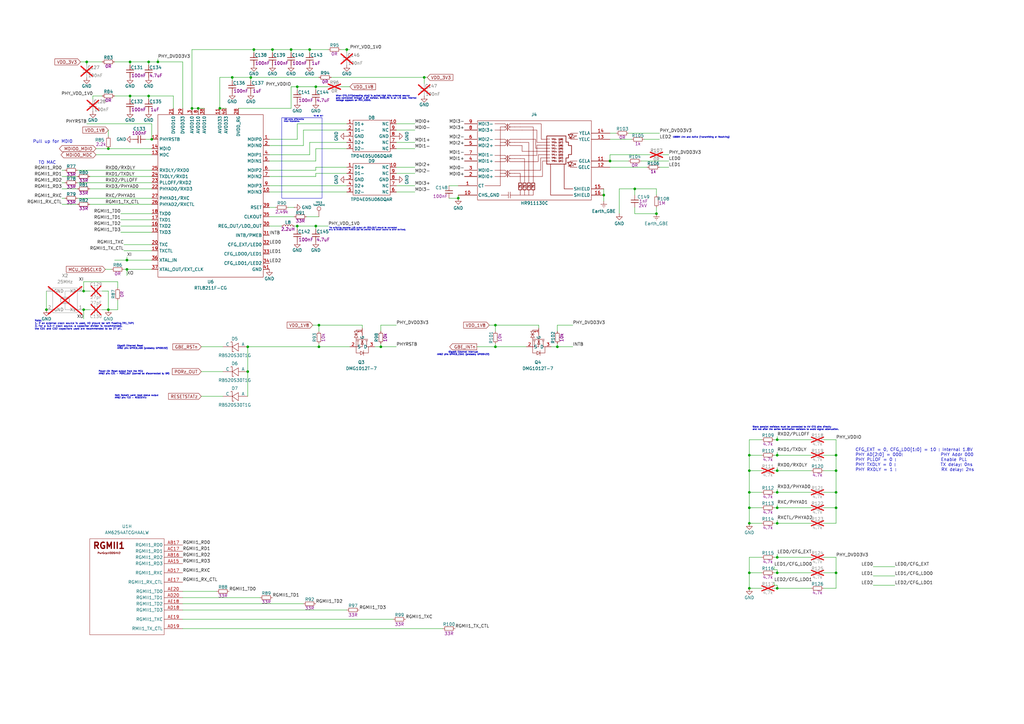
<source format=kicad_sch>
(kicad_sch (version 20250114) (generator "eeschema") (generator_version "9.0")
  (paper "A3")
  (lib_symbols
    (symbol "[CAP_SMD_0805_2012Metric]YAGEO CC0805KRX7R9BB104_1" (pin_numbers (hide yes)) (pin_names (offset 0.002))
      (property "Reference" "C" (at 0 2.54 0))
      (property "Nvalue" "100nF" (at 0.254 -2.794 0))
      (symbol "[CAP_SMD_0805_2012Metric]YAGEO CC0805KRX7R9BB104_1_1_1"
        (pin passive line (at -2.54 0 0) (length 2.032) (name "~") (number "1"))
        (pin passive line (at 2.54 0 180) (length 2.032) (name "~") (number "2"))
      )
    )
    (symbol "pepy_sym_lib:[CAP_SMD_0201_0603Metric]Samsung Electro-Mechanics CL03A105MQ3CSNH" (pin_numbers (hide yes))
      (property "Reference" "C" (at 0 3.556 0))
      (property "Nvalue" "1uF" (at 0 -3.048 0))
      (symbol "[CAP_SMD_0201_0603Metric]Samsung Electro-Mechanics CL03A105MQ3CSNH_1_1"
        (pin passive line (at -2.54 0 0) (length 2.032) (name "~") (number "1"))
        (pin passive line (at 2.54 0 180) (length 2.032) (name "~") (number "2"))
      )
    )
    (symbol "pepy_sym_lib:[CAP_SMD_0201_0603Metric]YAGEO CC0201FRNPO9BN270" (pin_numbers (hide yes))
      (property "Reference" "C" (at 0 2.794 0))
      (property "Nvalue" "27pF" (at 0 -3.048 0))
      (symbol "[CAP_SMD_0201_0603Metric]YAGEO CC0201FRNPO9BN270_1_1"
        (pin passive line (at -2.54 0 0) (length 2.032) (name "~") (number "1"))
        (pin passive line (at 2.54 0 180) (length 2.032) (name "~") (number "2"))
      )
    )
    (symbol "pepy_sym_lib:[CAP_SMD_0201_0603Metric]YAGEO CC0201KRX5R6BB104" (pin_numbers (hide yes))
      (property "Reference" "C" (at 0 3.556 0))
      (property "Nvalue" "100nF" (at 0 -3.048 0))
      (symbol "[CAP_SMD_0201_0603Metric]YAGEO CC0201KRX5R6BB104_1_1"
        (pin passive line (at -2.54 0 0) (length 2.032) (name "~") (number "1"))
        (pin passive line (at 2.54 0 180) (length 2.032) (name "~") (number "2"))
      )
    )
    (symbol "pepy_sym_lib:[CAP_SMD_0201_0603Metric]muRata GRM035R60J475ME15D" (pin_numbers (hide yes))
      (property "Reference" "C" (at 0 3.556 0))
      (property "Nvalue" "4.7uF" (at 0 -3.048 0))
      (symbol "[CAP_SMD_0201_0603Metric]muRata GRM035R60J475ME15D_1_1"
        (pin passive line (at -2.54 0 0) (length 2.032) (name "~") (number "1"))
        (pin passive line (at 2.54 0 180) (length 2.032) (name "~") (number "2"))
      )
    )
    (symbol "pepy_sym_lib:[CAP_SMD_1206_3216Metric]YAGEO CC1206KKX7RDBB102" (pin_numbers (hide yes))
      (property "Reference" "C" (at 0 2.794 0))
      (property "Nvalue" "1nF" (at 0.254 -3.048 0))
      (symbol "[CAP_SMD_1206_3216Metric]YAGEO CC1206KKX7RDBB102_1_1"
        (pin passive line (at -2.54 0 0) (length 2.032) (name "~") (number "1"))
        (pin passive line (at 2.54 0 180) (length 2.032) (name "~") (number "2"))
      )
    )
    (symbol "pepy_sym_lib:[CPU]Texas Instruments AM6254ATCGHAALW"
      (property "Reference" "U" (at 0 -1.524 0))
      (property "Value" "AM6254ATCGHAALW" (at 0.254 -3.81 0))
      (symbol "[CPU]Texas Instruments AM6254ATCGHAALW_1_1"
        (text "GROUND" (at 0 78.486 0) (effects (font (size 2.54 2.54) (thickness 0.508) (bold yes))))
        (pin power_in line (at -27.94 78.74 0) (length 7.62) (name "VSS") (number "A1"))
        (pin power_in line (at -27.94 76.2 0) (length 7.62) (name "VSS") (number "A24"))
        (pin power_in line (at -27.94 73.66 0) (length 7.62) (name "VSS") (number "A25"))
        (pin power_in line (at -27.94 71.12 0) (length 7.62) (name "VSS") (number "B25"))
        (pin power_in line (at -27.94 68.58 0) (length 7.62) (name "VSS") (number "F13"))
        (pin power_in line (at -27.94 66.04 0) (length 7.62) (name "VSS") (number "G13"))
        (pin power_in line (at -27.94 63.5 0) (length 7.62) (name "VSS") (number "G19"))
        (pin power_in line (at -27.94 60.96 0) (length 7.62) (name "VSS") (number "H13"))
        (pin power_in line (at -27.94 58.42 0) (length 7.62) (name "VSS") (number "H16"))
        (pin power_in line (at -27.94 55.88 0) (length 7.62) (name "VSS") (number "H18"))
        (pin power_in line (at -27.94 53.34 0) (length 7.62) (name "VSS") (number "H20"))
        (pin power_in line (at -27.94 50.8 0) (length 7.62) (name "VSS") (number "J7"))
        (pin power_in line (at -27.94 48.26 0) (length 7.62) (name "VSS") (number "J13"))
        (pin power_in line (at -27.94 45.72 0) (length 7.62) (name "VSS") (number "K7"))
        (pin power_in line (at -27.94 43.18 0) (length 7.62) (name "VSS") (number "K13"))
        (pin power_in line (at -27.94 40.64 0) (length 7.62) (name "VSS") (number "K15"))
        (pin power_in line (at -27.94 38.1 0) (length 7.62) (name "VSS") (number "K19"))
        (pin power_in line (at -27.94 35.56 0) (length 7.62) (name "VSS") (number "L20"))
        (pin power_in line (at -27.94 33.02 0) (length 7.62) (name "VSS") (number "M7"))
        (pin power_in line (at -27.94 30.48 0) (length 7.62) (name "VSS") (number "M8"))
        (pin power_in line (at -27.94 27.94 0) (length 7.62) (name "VSS") (number "M10"))
        (pin power_in line (at -27.94 25.4 0) (length 7.62) (name "VSS") (number "M12"))
        (pin power_in line (at -27.94 22.86 0) (length 7.62) (name "VSS") (number "M13"))
        (pin power_in line (at -27.94 20.32 0) (length 7.62) (name "VSS") (number "M17"))
        (pin power_in line (at -27.94 17.78 0) (length 7.62) (name "VSS") (number "M18"))
        (pin power_in line (at -27.94 15.24 0) (length 7.62) (name "VSS") (number "N15"))
        (pin power_in line (at -27.94 12.7 0) (length 7.62) (name "VSS") (number "P7"))
        (pin power_in line (at -27.94 10.16 0) (length 7.62) (name "VSS") (number "P10"))
        (pin power_in line (at -27.94 7.62 0) (length 7.62) (name "VSS") (number "P13"))
        (pin power_in line (at -27.94 5.08 0) (length 7.62) (name "VSS") (number "R13"))
        (pin power_in line (at -27.94 2.54 0) (length 7.62) (name "VSS") (number "R15"))
        (pin power_in line (at 27.94 78.74 180) (length 7.62) (name "VSS") (number "AE25"))
        (pin power_in line (at 27.94 76.2 180) (length 7.62) (name "VSS") (number "AE24"))
        (pin power_in line (at 27.94 73.66 180) (length 7.62) (name "VSS") (number "AE16"))
        (pin power_in line (at 27.94 71.12 180) (length 7.62) (name "VSS") (number "AE12"))
        (pin power_in line (at 27.94 68.58 180) (length 7.62) (name "VSS") (number "AE8"))
        (pin power_in line (at 27.94 66.04 180) (length 7.62) (name "VSS") (number "AE1"))
        (pin power_in line (at 27.94 63.5 180) (length 7.62) (name "VSS") (number "AD25"))
        (pin power_in line (at 27.94 60.96 180) (length 7.62) (name "VSS") (number "AD16"))
        (pin power_in line (at 27.94 58.42 180) (length 7.62) (name "VSS") (number "AD12"))
        (pin power_in line (at 27.94 55.88 180) (length 7.62) (name "VSS") (number "AD9"))
        (pin power_in line (at 27.94 53.34 180) (length 7.62) (name "VSS") (number "AD1"))
        (pin power_in line (at 27.94 50.8 180) (length 7.62) (name "VSS") (number "AB9"))
        (pin power_in line (at 27.94 48.26 180) (length 7.62) (name "VSS") (number "AA11"))
        (pin power_in line (at 27.94 45.72 180) (length 7.62) (name "VSS") (number "Y2"))
        (pin power_in line (at 27.94 43.18 180) (length 7.62) (name "VSS") (number "W7"))
        (pin power_in line (at 27.94 40.64 180) (length 7.62) (name "VSS") (number "V18"))
        (pin power_in line (at 27.94 38.1 180) (length 7.62) (name "VSS") (number "V16"))
        (pin power_in line (at 27.94 35.56 180) (length 7.62) (name "VSS") (number "V13"))
        (pin power_in line (at 27.94 33.02 180) (length 7.62) (name "VSS") (number "V11"))
        (pin power_in line (at 27.94 30.48 180) (length 7.62) (name "VSS") (number "V10"))
        (pin power_in line (at 27.94 27.94 180) (length 7.62) (name "VSS") (number "V9"))
        (pin power_in line (at 27.94 25.4 180) (length 7.62) (name "VSS") (number "U19"))
        (pin power_in line (at 27.94 22.86 180) (length 7.62) (name "VSS") (number "U8"))
        (pin power_in line (at 27.94 20.32 180) (length 7.62) (name "VSS") (number "T18"))
        (pin power_in line (at 27.94 17.78 180) (length 7.62) (name "VSS") (number "T17"))
        (pin power_in line (at 27.94 15.24 180) (length 7.62) (name "VSS") (number "T16"))
        (pin power_in line (at 27.94 12.7 180) (length 7.62) (name "VSS") (number "T14"))
        (pin power_in line (at 27.94 10.16 180) (length 7.62) (name "VSS") (number "T13"))
        (pin power_in line (at 27.94 7.62 180) (length 7.62) (name "VSS") (number "T8"))
        (pin power_in line (at 27.94 5.08 180) (length 7.62) (name "VSS") (number "R20"))
        (pin power_in line (at 27.94 2.54 180) (length 7.62) (name "VSS") (number "R18"))
      )
      (symbol "[CPU]Texas Instruments AM6254ATCGHAALW_2_1"
        (text "SoC Power\n" (at 0 97.536 0) (effects (font (size 2.032 2.032) (thickness 0.508) (bold yes))))
        (pin power_in line (at -27.94 97.79 0) (length 7.62) (name "VDD_CORE") (number "H8"))
        (pin power_in line (at -27.94 95.25 0) (length 7.62) (name "VDD_CORE") (number "J11"))
        (pin power_in line (at -27.94 92.71 0) (length 7.62) (name "VDD_CORE") (number "J14"))
        (pin power_in line (at -27.94 90.17 0) (length 7.62) (name "VDD_CORE") (number "K17"))
        (pin power_in line (at -27.94 87.63 0) (length 7.62) (name "VDD_CORE") (number "L12"))
        (pin power_in line (at -27.94 85.09 0) (length 7.62) (name "VDD_CORE") (number "L15"))
        (pin power_in line (at -27.94 82.55 0) (length 7.62) (name "VDD_CORE") (number "M16"))
        (pin power_in line (at -27.94 80.01 0) (length 7.62) (name "VDD_CORE") (number "N8"))
        (pin power_in line (at -27.94 77.47 0) (length 7.62) (name "VDD_CORE") (number "N11"))
        (pin power_in line (at -27.94 74.93 0) (length 7.62) (name "VDD_CORE") (number "N13"))
        (pin power_in line (at -27.94 72.39 0) (length 7.62) (name "VDD_CORE") (number "P17"))
        (pin power_in line (at -27.94 69.85 0) (length 7.62) (name "VDD_CORE") (number "R11"))
        (pin power_in line (at -27.94 67.31 0) (length 7.62) (name "VDD_CORE") (number "R14"))
        (pin power_in line (at -27.94 64.77 0) (length 7.62) (name "VDD_CORE") (number "U12"))
        (pin power_in line (at -27.94 62.23 0) (length 7.62) (name "VDD_CORE") (number "V8"))
        (pin power_in line (at -27.94 59.69 0) (length 7.62) (name "VDD_CORE") (number "V15"))
        (pin power_in line (at -27.94 57.15 0) (length 7.62) (name "VDD_CORE") (number "V17"))
        (pin power_in line (at -27.94 53.34 0) (length 7.62) (name "VDDR_CORE") (number "K16"))
        (pin power_in line (at -27.94 50.8 0) (length 7.62) (name "VDDR_CORE") (number "N12"))
        (pin power_in line (at -27.94 48.26 0) (length 7.62) (name "VDDR_CORE") (number "N14"))
        (pin power_in line (at -27.94 45.72 0) (length 7.62) (name "VDDR_CORE") (number "P16"))
        (pin power_in line (at -27.94 43.18 0) (length 7.62) (name "VDDR_CORE") (number "R12"))
        (pin power_in line (at -27.94 40.64 0) (length 7.62) (name "VDDR_CORE") (number "T10"))
        (pin power_in line (at -27.94 38.1 0) (length 7.62) (name "VDDR_CORE") (number "U14"))
        (pin power_in line (at -27.94 35.56 0) (length 7.62) (name "VDDR_CORE") (number "J12"))
        (pin power_in line (at -27.94 31.75 0) (length 7.62) (name "VDDS_DDR") (number "K9"))
        (pin power_in line (at -27.94 29.21 0) (length 7.62) (name "VDDS_DDR") (number "L8"))
        (pin power_in line (at -27.94 26.67 0) (length 7.62) (name "VDDS_DDR") (number "P9"))
        (pin power_in line (at -27.94 24.13 0) (length 7.62) (name "VDDS_DDR") (number "R8"))
        (pin power_in line (at -27.94 21.59 0) (length 7.62) (name "VDDS_OSC0") (number "G7"))
        (pin power_in line (at -27.94 17.78 0) (length 7.62) (name "VDDS_DDR_C") (number "M9"))
        (pin power_in line (at -27.94 15.24 0) (length 7.62) (name "VDD_CANUART") (number "F8"))
        (pin power_in line (at -27.94 11.43 0) (length 7.62) (name "VMON_1P8_SOC") (number "G10"))
        (pin power_in line (at -27.94 8.89 0) (length 7.62) (name "VMON_3P3_SOC") (number "K10"))
        (pin power_in line (at -27.94 6.35 0) (length 7.62) (name "VMON_ER_VSYS") (number "H10"))
        (pin power_in line (at -27.94 2.54 0) (length 7.62) (name "VPP") (number "J8"))
        (pin power_in line (at 27.94 97.79 180) (length 7.62) (name "VDDSHV0") (number "F15"))
        (pin power_in line (at 27.94 95.25 180) (length 7.62) (name "VDDSHV0") (number "G14"))
        (pin power_in line (at 27.94 91.44 180) (length 7.62) (name "VDDSHV1") (number "L18"))
        (pin power_in line (at 27.94 88.9 180) (length 7.62) (name "VDDSHV1") (number "M19"))
        (pin power_in line (at 27.94 85.09 180) (length 7.62) (name "VDDSHV2") (number "W16"))
        (pin power_in line (at 27.94 82.55 180) (length 7.62) (name "VDDSHV2") (number "W19"))
        (pin power_in line (at 27.94 78.74 180) (length 7.62) (name "VDDSHV3") (number "N18"))
        (pin power_in line (at 27.94 76.2 180) (length 7.62) (name "VDDSHV3") (number "P18"))
        (pin power_in line (at 27.94 73.66 180) (length 7.62) (name "VDDSHV3") (number "T19"))
        (pin power_in line (at 27.94 71.12 180) (length 7.62) (name "VDDSHV3") (number "U18"))
        (pin power_in line (at 27.94 68.58 180) (length 7.62) (name "VDDSHV4") (number "T7"))
        (pin power_in line (at 27.94 64.77 180) (length 7.62) (name "VDDSHV5") (number "G17"))
        (pin power_in line (at 27.94 60.96 180) (length 7.62) (name "VDDSHV6") (number "J18"))
        (pin power_in line (at 27.94 57.15 180) (length 7.62) (name "VDDSHV_MCU") (number "F11"))
        (pin power_in line (at 27.94 54.61 180) (length 7.62) (name "VDDSHV_MCU") (number "G12"))
        (pin power_in line (at 27.94 50.8 180) (length 7.62) (name "VDDSHV_CANUART") (number "H9"))
        (pin power_in line (at 27.94 46.99 180) (length 7.62) (name "VDDA_TEMP0") (number "T9"))
        (pin power_in line (at 27.94 44.45 180) (length 7.62) (name "VDDA_TEMP1") (number "G16"))
        (pin power_in line (at 27.94 40.64 180) (length 7.62) (name "VDD_PLL0") (number "U11"))
        (pin power_in line (at 27.94 38.1 180) (length 7.62) (name "VDD_PLL1") (number "U15"))
        (pin power_in line (at 27.94 35.56 180) (length 7.62) (name "VDD_PLL2") (number "L14"))
        (pin power_in line (at 27.94 31.75 180) (length 7.62) (name "VDDA_MCU") (number "L11"))
        (pin power_in line (at 27.94 27.94 180) (length 7.62) (name "VDDA_1P8_OLDI0") (number "W9"))
        (pin power_in line (at 27.94 25.4 180) (length 7.62) (name "VDDA_1P8_OLDI1") (number "W10"))
        (pin power_in line (at 27.94 21.59 180) (length 7.62) (name "VDDA_CORE_USB") (number "W12"))
        (pin power_in line (at 27.94 17.78 180) (length 7.62) (name "VDDA_CORE_CSIRX0") (number "W13"))
        (pin power_in line (at 27.94 13.97 180) (length 7.62) (name "VDDA_1P8_CSIRX0") (number "W14"))
        (pin power_in line (at 27.94 10.16 180) (length 7.62) (name "VDDA_1P8_USB") (number "Y11"))
        (pin power_in line (at 27.94 6.35 180) (length 7.62) (name "VDDA_3P3_USB") (number "Y13"))
      )
      (symbol "[CPU]Texas Instruments AM6254ATCGHAALW_3_1"
        (text "CAP" (at 6.35 13.208 0) (effects (font (size 2.032 2.032) (thickness 0.508) (bold yes))))
        (pin passive line (at -21.59 22.86 0) (length 7.62) (name "CAP_VDDS0") (number "H15"))
        (pin passive line (at -21.59 20.32 0) (length 7.62) (name "CAP_VDDS1") (number "K18"))
        (pin passive line (at -21.59 17.78 0) (length 7.62) (name "CAP_VDDS2") (number "W17"))
        (pin passive line (at -21.59 15.24 0) (length 7.62) (name "CAP_VDDS3") (number "P19"))
        (pin passive line (at -21.59 12.7 0) (length 7.62) (name "CAP_VDDS4") (number "U7"))
        (pin passive line (at -21.59 10.16 0) (length 7.62) (name "CAP_VDDS5") (number "H17"))
        (pin passive line (at -21.59 7.62 0) (length 7.62) (name "CAP_VDDS6") (number "J19"))
        (pin passive line (at -21.59 5.08 0) (length 7.62) (name "CAP_VDDS_MCU") (number "H11"))
        (pin passive line (at -21.59 2.54 0) (length 7.62) (name "CAP_VDDS_CANUART") (number "G9"))
      )
      (symbol "[CPU]Texas Instruments AM6254ATCGHAALW_4_1"
        (text "CSI\n" (at -7.366 27.686 0) (effects (font (size 2.54 2.54) (thickness 0.508) (bold yes))))
        (text "PwrGrp:VDDA_1P8_CSIRX" (at -7.366 24.638 0) (effects (font (size 0.762 0.762))))
        (pin bidirectional line (at 22.86 27.94 180) (length 7.62) (name "CSI0_RXRCALIB") (number "AA14"))
        (pin bidirectional line (at 22.86 25.4 180) (length 7.62) (name "CSI0_RXCLKN") (number "AD15"))
        (pin bidirectional line (at 22.86 22.86 180) (length 7.62) (name "CSI0_RXCLKP") (number "AE15"))
        (pin bidirectional line (at 22.86 20.32 180) (length 7.62) (name "CSI0_RXN3") (number "AB12"))
        (pin bidirectional line (at 22.86 17.78 180) (length 7.62) (name "CSI0_RXP3") (number "AC13"))
        (pin bidirectional line (at 22.86 15.24 180) (length 7.62) (name "CSI0_RXN2") (number "AD13"))
        (pin bidirectional line (at 22.86 12.7 180) (length 7.62) (name "CSI0_RXP2") (number "AE13"))
        (pin bidirectional line (at 22.86 10.16 180) (length 7.62) (name "CSI0_RXP1") (number "AD14"))
        (pin bidirectional line (at 22.86 7.62 180) (length 7.62) (name "CSI0_RXP1") (number "AE14"))
        (pin bidirectional line (at 22.86 5.08 180) (length 7.62) (name "CSI0_RXN0") (number "AB14"))
        (pin bidirectional line (at 22.86 2.54 180) (length 7.62) (name "CSI0_RXP0") (number "AC15"))
      )
      (symbol "[CPU]Texas Instruments AM6254ATCGHAALW_5_1"
        (text "OLDI\n" (at -5.08 34.798 0) (effects (font (size 2.54 2.54) (thickness 0.508) (bold yes))))
        (text "PwrGrp:VDDA_1P8_OLDI" (at -5.08 31.75 0) (effects (font (size 0.762 0.762))))
        (pin bidirectional line (at 22.86 62.23 180) (length 7.62) (name "OLDI0_A0P") (number "Y6"))
        (pin bidirectional line (at 22.86 59.69 180) (length 7.62) (name "OLDI0_A0N") (number "AA5"))
        (pin bidirectional line (at 22.86 55.88 180) (length 7.62) (name "OLDI0_A1P") (number "AB4"))
        (pin bidirectional line (at 22.86 53.34 180) (length 7.62) (name "OLDI0_A1N") (number "AD3"))
        (pin bidirectional line (at 22.86 49.53 180) (length 7.62) (name "OLDI0_A2P") (number "AA8"))
        (pin bidirectional line (at 22.86 46.99 180) (length 7.62) (name "OLDI0_A2N") (number "Y8"))
        (pin bidirectional line (at 22.86 43.18 180) (length 7.62) (name "OLDI0_A3P") (number "AA7"))
        (pin bidirectional line (at 22.86 40.64 180) (length 7.62) (name "OLDI0_A3N") (number "AB6"))
        (pin bidirectional line (at 22.86 36.83 180) (length 7.62) (name "OLDI0_A4P") (number "AC5"))
        (pin bidirectional line (at 22.86 34.29 180) (length 7.62) (name "OLDI0_A4N") (number "AC6"))
        (pin bidirectional line (at 22.86 30.48 180) (length 7.62) (name "OLDI0_A5P") (number "AD6"))
        (pin bidirectional line (at 22.86 27.94 180) (length 7.62) (name "OLDI0_A5N") (number "AE5"))
        (pin bidirectional line (at 22.86 24.13 180) (length 7.62) (name "OLDI0_A6P") (number "AD7"))
        (pin bidirectional line (at 22.86 21.59 180) (length 7.62) (name "OLDI0_A6N") (number "AE6"))
        (pin bidirectional line (at 22.86 17.78 180) (length 7.62) (name "OLDI0_A7P") (number "AE7"))
        (pin bidirectional line (at 22.86 15.24 180) (length 7.62) (name "OLDI0_A7N") (number "AD8"))
        (pin bidirectional line (at 22.86 11.43 180) (length 7.62) (name "OLDI0_CLK0P") (number "AE3"))
        (pin bidirectional line (at 22.86 8.89 180) (length 7.62) (name "OLDI0_CLK0N") (number "AD4"))
        (pin bidirectional line (at 22.86 5.08 180) (length 7.62) (name "OLDI0_CLK1P") (number "AD5"))
        (pin bidirectional line (at 22.86 2.54 180) (length 7.62) (name "OLDI0_CLK1N") (number "AE4"))
      )
      (symbol "[CPU]Texas Instruments AM6254ATCGHAALW_6_1"
        (text "DDR\n" (at -0.762 114.554 0) (effects (font (size 2.54 2.54) (thickness 0.508) (bold yes))))
        (text "PwrGrp:VDDS_DDR,\nVDDS_DDR_C" (at -0.762 111.506 0) (effects (font (size 0.762 0.762))))
        (pin bidirectional line (at -27.94 115.57 0) (length 7.62) (name "DDR0_DQ0") (number "F4"))
        (pin bidirectional line (at -27.94 113.03 0) (length 7.62) (name "DDR0_DQ1") (number "G5"))
        (pin bidirectional line (at -27.94 110.49 0) (length 7.62) (name "DDR0_DQ2") (number "F3"))
        (pin bidirectional line (at -27.94 107.95 0) (length 7.62) (name "DDR0_DQ3") (number "H6"))
        (pin bidirectional line (at -27.94 105.41 0) (length 7.62) (name "DDR0_DQ4") (number "E3"))
        (pin bidirectional line (at -27.94 102.87 0) (length 7.62) (name "DDR0_DQ5") (number "G2"))
        (pin bidirectional line (at -27.94 100.33 0) (length 7.62) (name "DDR0_DQ6") (number "F2"))
        (pin bidirectional line (at -27.94 97.79 0) (length 7.62) (name "DDR0_DQ7") (number "F1"))
        (pin bidirectional line (at -27.94 95.25 0) (length 7.62) (name "DDR0_DQ8") (number "U1"))
        (pin bidirectional line (at -27.94 92.71 0) (length 7.62) (name "DDR0_DQ9") (number "U3"))
        (pin bidirectional line (at -27.94 90.17 0) (length 7.62) (name "DDR0_DQ10") (number "U2"))
        (pin bidirectional line (at -27.94 87.63 0) (length 7.62) (name "DDR0_DQ11") (number "V5"))
        (pin bidirectional line (at -27.94 85.09 0) (length 7.62) (name "DDR0_DQ12") (number "W2"))
        (pin bidirectional line (at -27.94 82.55 0) (length 7.62) (name "DDR0_DQ13") (number "V6"))
        (pin bidirectional line (at -27.94 80.01 0) (length 7.62) (name "DDR0_DQ14") (number "Y1"))
        (pin bidirectional line (at -27.94 77.47 0) (length 7.62) (name "DDR0_DQ15") (number "W1"))
        (pin bidirectional line (at -27.94 73.66 0) (length 7.62) (name "DDR0_BA0") (number "M1"))
        (pin bidirectional line (at -27.94 71.12 0) (length 7.62) (name "DDR0_BA1") (number "N1"))
        (pin bidirectional line (at -27.94 67.31 0) (length 7.62) (name "DDR0_BG0") (number "T4"))
        (pin bidirectional line (at -27.94 64.77 0) (length 7.62) (name "DDR0_BG1") (number "N2"))
        (pin bidirectional line (at -27.94 60.96 0) (length 7.62) (name "DDR0_ATB0") (number "T2"))
        (pin bidirectional line (at -27.94 58.42 0) (length 7.62) (name "DDR0_ATB1") (number "U4"))
        (pin bidirectional line (at -27.94 54.61 0) (length 7.62) (name "DDR0_CK0") (number "L1"))
        (pin bidirectional line (at -27.94 52.07 0) (length 7.62) (name "DDR0_CK0_N") (number "L2"))
        (pin bidirectional line (at -27.94 48.26 0) (length 7.62) (name "DDR0_CKE0") (number "H2"))
        (pin bidirectional line (at -27.94 45.72 0) (length 7.62) (name "DDR0_CKE1") (number "J4"))
        (pin bidirectional line (at -27.94 41.91 0) (length 7.62) (name "DDR0_CS0_N") (number "L6"))
        (pin bidirectional line (at -27.94 39.37 0) (length 7.62) (name "DDR0_CS1_N") (number "K2"))
        (pin bidirectional line (at -27.94 35.56 0) (length 7.62) (name "DDR0_ODT0") (number "H1"))
        (pin bidirectional line (at -27.94 33.02 0) (length 7.62) (name "DDR0_ODT1") (number "J3"))
        (pin bidirectional line (at -27.94 29.21 0) (length 7.62) (name "DDR0_ACT_N") (number "N6"))
        (pin bidirectional line (at -27.94 25.4 0) (length 7.62) (name "DDR0_ALERT_N") (number "R3"))
        (pin bidirectional line (at -27.94 21.59 0) (length 7.62) (name "DDR0_CAL0") (number "M2"))
        (pin bidirectional line (at -27.94 17.78 0) (length 7.62) (name "DDR0_CAS_N") (number "M4"))
        (pin bidirectional line (at -27.94 13.97 0) (length 7.62) (name "DDR0_PAR") (number "T1"))
        (pin bidirectional line (at -27.94 10.16 0) (length 7.62) (name "DDR0_RAS_N") (number "M5"))
        (pin bidirectional line (at -27.94 6.35 0) (length 7.62) (name "DDR0_RESET0_N") (number "G1"))
        (pin bidirectional line (at -27.94 2.54 0) (length 7.62) (name "DDR0_WE_N") (number "N3"))
        (pin bidirectional line (at 26.67 115.57 180) (length 7.62) (name "DDR0_DM0") (number "H5"))
        (pin bidirectional line (at 26.67 113.03 180) (length 7.62) (name "DDR0_DM1") (number "W5"))
        (pin bidirectional line (at 26.67 109.22 180) (length 7.62) (name "DDR0_A0") (number "J1"))
        (pin bidirectional line (at 26.67 106.68 180) (length 7.62) (name "DDR0_A1") (number "J2"))
        (pin bidirectional line (at 26.67 104.14 180) (length 7.62) (name "DDR0_A2") (number "K3"))
        (pin bidirectional line (at 26.67 101.6 180) (length 7.62) (name "DDR0_A3") (number "L5"))
        (pin bidirectional line (at 26.67 99.06 180) (length 7.62) (name "DDR0_A4") (number "K4"))
        (pin bidirectional line (at 26.67 96.52 180) (length 7.62) (name "DDR0_A5") (number "K1"))
        (pin bidirectional line (at 26.67 93.98 180) (length 7.62) (name "DDR0_A6") (number "R2"))
        (pin bidirectional line (at 26.67 91.44 180) (length 7.62) (name "DDR0_A7") (number "P2"))
        (pin bidirectional line (at 26.67 88.9 180) (length 7.62) (name "DDR0_A8") (number "P1"))
        (pin bidirectional line (at 26.67 86.36 180) (length 7.62) (name "DDR0_A9") (number "P4"))
        (pin bidirectional line (at 26.67 83.82 180) (length 7.62) (name "DDR0_A10") (number "R5"))
        (pin bidirectional line (at 26.67 81.28 180) (length 7.62) (name "DDR0_A11") (number "P5"))
        (pin bidirectional line (at 26.67 78.74 180) (length 7.62) (name "DDR0_A12") (number "R6"))
        (pin bidirectional line (at 26.67 76.2 180) (length 7.62) (name "DDR0_A13") (number "R1"))
        (pin bidirectional line (at 26.67 72.39 180) (length 7.62) (name "DDR0_DQS0") (number "E1"))
        (pin bidirectional line (at 26.67 69.85 180) (length 7.62) (name "DDR0_DQS0_N") (number "E2"))
        (pin bidirectional line (at 26.67 66.04 180) (length 7.62) (name "DDR0_DQS1") (number "V1"))
        (pin bidirectional line (at 26.67 63.5 180) (length 7.62) (name "DDR0_DQS1_N") (number "V2"))
      )
      (symbol "[CPU]Texas Instruments AM6254ATCGHAALW_7_1"
        (text "General" (at -7.62 85.344 0) (effects (font (size 2.54 2.54) (thickness 0.508) (bold yes))))
        (text "PwrGrp:VDDSHV0 (3.3V)\n" (at -7.62 82.296 0) (effects (font (size 0.762 0.762))))
        (text "MMC2" (at -7.62 19.812 0) (effects (font (size 2.54 2.54) (thickness 0.508) (bold yes))))
        (text "PwrGrp:VDDSHV6 (1.8V)\n" (at -7.62 16.764 0) (effects (font (size 0.762 0.762))))
        (text "MMC0\n" (at -7.366 70.358 0) (effects (font (size 2.54 2.54) (thickness 0.508) (bold yes))))
        (text "PwrGrp:VDDSHV4 (1.8V)\n" (at -7.366 67.31 0) (effects (font (size 0.762 0.762))))
        (text "MMC1\n" (at -7.366 44.704 0) (effects (font (size 2.54 2.54) (thickness 0.508) (bold yes))))
        (text "PwrGrp:VDDSHV5 (1.8V)\n" (at -7.366 41.656 0) (effects (font (size 0.762 0.762))))
        (pin bidirectional line (at 21.59 86.36 180) (length 7.62) (name "MMC0_CLK") (number "AB1"))
        (pin bidirectional line (at 21.59 82.55 180) (length 7.62) (name "MMC0_DAT0") (number "AA2"))
        (pin bidirectional line (at 21.59 80.01 180) (length 7.62) (name "MMC0_DAT1") (number "AA1"))
        (pin bidirectional line (at 21.59 77.47 180) (length 7.62) (name "MMC0_DAT2") (number "AA3"))
        (pin bidirectional line (at 21.59 74.93 180) (length 7.62) (name "MMC0_DAT3") (number "Y4"))
        (pin bidirectional line (at 21.59 72.39 180) (length 7.62) (name "MMC0_DAT4") (number "AB2"))
        (pin bidirectional line (at 21.59 69.85 180) (length 7.62) (name "MMC0_DAT5") (number "AC1"))
        (pin bidirectional line (at 21.59 67.31 180) (length 7.62) (name "MMC0_DAT6") (number "AD2"))
        (pin bidirectional line (at 21.59 64.77 180) (length 7.62) (name "MMC0_DAT7") (number "AC2"))
        (pin bidirectional line (at 21.59 60.96 180) (length 7.62) (name "MMC0_CMD") (number "Y3"))
        (pin bidirectional line (at 21.59 55.88 180) (length 7.62) (name "MMC1_CLK") (number "B22"))
        (pin bidirectional line (at 21.59 52.07 180) (length 7.62) (name "MMC1_DAT0") (number "A22"))
        (pin bidirectional line (at 21.59 49.53 180) (length 7.62) (name "MMC1_DAT1") (number "B21"))
        (pin bidirectional line (at 21.59 46.99 180) (length 7.62) (name "MMC1_DAT2") (number "C21"))
        (pin bidirectional line (at 21.59 44.45 180) (length 7.62) (name "MMC1_DAT3") (number "D22"))
        (pin bidirectional line (at 21.59 40.64 180) (length 7.62) (name "MMC1_CMD") (number "A21"))
        (pin bidirectional line (at 21.59 35.56 180) (length 7.62) (name "MMC1_SDCD") (number "D17"))
        (pin bidirectional line (at 21.59 31.75 180) (length 7.62) (name "MMC1_SDWP") (number "C17"))
        (pin bidirectional line (at 21.59 26.67 180) (length 7.62) (name "MMC2_CLK") (number "D25"))
        (pin bidirectional line (at 21.59 22.86 180) (length 7.62) (name "MMC2_DAT0") (number "B24"))
        (pin bidirectional line (at 21.59 20.32 180) (length 7.62) (name "MMC2_DAT1") (number "C25"))
        (pin bidirectional line (at 21.59 17.78 180) (length 7.62) (name "MMC2_DAT2") (number "E23"))
        (pin bidirectional line (at 21.59 15.24 180) (length 7.62) (name "MMC2_DAT3") (number "D24"))
        (pin bidirectional line (at 21.59 11.43 180) (length 7.62) (name "MMC2_CMD") (number "C24"))
        (pin bidirectional line (at 21.59 7.62 180) (length 7.62) (name "MMC2_SDCD") (number "A23"))
        (pin bidirectional line (at 21.59 3.81 180) (length 7.62) (name "MMC2_SDWP") (number "B23"))
      )
      (symbol "[CPU]Texas Instruments AM6254ATCGHAALW_8_1"
        (text "RGMII1" (at -7.366 36.576 0) (effects (font (size 2.54 2.54) (thickness 0.508) (bold yes))))
        (text "PwrGrp:VDDSHV2" (at -7.366 33.528 0) (effects (font (size 0.762 0.762))))
        (pin bidirectional line (at 22.86 36.83 180) (length 7.62) (name "RGMII1_RD0") (number "AB17"))
        (pin bidirectional line (at 22.86 34.29 180) (length 7.62) (name "RGMII1_RD1") (number "AC17"))
        (pin bidirectional line (at 22.86 31.75 180) (length 7.62) (name "RGMII1_RD2") (number "AB16"))
        (pin bidirectional line (at 22.86 29.21 180) (length 7.62) (name "RGMII1_RD3") (number "AA15"))
        (pin bidirectional line (at 22.86 25.4 180) (length 7.62) (name "RGMII1_RXC") (number "AD17"))
        (pin bidirectional line (at 22.86 21.59 180) (length 7.62) (name "RGMII1_RX_CTL") (number "AE17"))
        (pin bidirectional line (at 22.86 17.78 180) (length 7.62) (name "RGMII1_TD0") (number "AE20"))
        (pin bidirectional line (at 22.86 15.24 180) (length 7.62) (name "RGMII1_TD1") (number "AD20"))
        (pin bidirectional line (at 22.86 12.7 180) (length 7.62) (name "RGMII1_TD2") (number "AE18"))
        (pin bidirectional line (at 22.86 10.16 180) (length 7.62) (name "RGMII1_TD3") (number "AD18"))
        (pin bidirectional line (at 22.86 6.35 180) (length 7.62) (name "RGMII1_TXC") (number "AE19"))
        (pin bidirectional line (at 22.86 2.54 180) (length 7.62) (name "RMII1_TX_CTL") (number "AD19"))
      )
      (symbol "[CPU]Texas Instruments AM6254ATCGHAALW_9_1"
        (text "RGMII2\n" (at 6.858 36.83 0) (effects (font (size 2.54 2.54) (thickness 0.508) (bold yes))))
        (text "PwrGrp:VDDSHV2" (at 6.858 33.782 0) (effects (font (size 0.762 0.762))))
        (pin bidirectional line (at -24.13 36.83 0) (length 7.62) (name "RMII2_TX_CTL") (number "AA19"))
        (pin bidirectional line (at -24.13 33.02 0) (length 7.62) (name "RGMII2_TXC") (number "AE21"))
        (pin bidirectional line (at -24.13 29.21 0) (length 7.62) (name "RGMII2_TD3") (number "AC20"))
        (pin bidirectional line (at -24.13 26.67 0) (length 7.62) (name "RGMII2_TD2") (number "AD21"))
        (pin bidirectional line (at -24.13 24.13 0) (length 7.62) (name "RGMII2_TD1") (number "AA18"))
        (pin bidirectional line (at -24.13 21.59 0) (length 7.62) (name "RGMII2_TD0") (number "Y18"))
        (pin bidirectional line (at -24.13 17.78 0) (length 7.62) (name "RGMII2_RX_CTL") (number "AD22"))
        (pin bidirectional line (at -24.13 13.97 0) (length 7.62) (name "RGMII2_RXC") (number "AD23"))
        (pin bidirectional line (at -24.13 10.16 0) (length 7.62) (name "RGMII2_RD3") (number "AE22"))
        (pin bidirectional line (at -24.13 7.62 0) (length 7.62) (name "RGMII2_RD2") (number "AC21"))
        (pin bidirectional line (at -24.13 5.08 0) (length 7.62) (name "RGMII2_RD1") (number "AB20"))
        (pin bidirectional line (at -24.13 2.54 0) (length 7.62) (name "RGMII2_RD0") (number "AE23"))
      )
      (symbol "[CPU]Texas Instruments AM6254ATCGHAALW_10_1"
        (text "VOUT0\n" (at 6.858 55.88 0) (effects (font (size 2.54 2.54) (thickness 0.508) (bold yes))))
        (text "PwrGrp:VDDSHV3\n(1.8V)\n" (at 6.858 52.832 0) (effects (font (size 0.762 0.762))))
        (pin bidirectional line (at -24.13 55.88 0) (length 7.62) (name "VOUT0_DATA0") (number "U22"))
        (pin bidirectional line (at -24.13 53.34 0) (length 7.62) (name "VOUT0_DATA1") (number "V24"))
        (pin bidirectional line (at -24.13 50.8 0) (length 7.62) (name "VOUT0_DATA2") (number "W25"))
        (pin bidirectional line (at -24.13 48.26 0) (length 7.62) (name "VOUT0_DATA3") (number "W24"))
        (pin bidirectional line (at -24.13 45.72 0) (length 7.62) (name "VOUT0_DATA4") (number "Y25"))
        (pin bidirectional line (at -24.13 43.18 0) (length 7.62) (name "VOUT0_DATA5") (number "Y24"))
        (pin bidirectional line (at -24.13 40.64 0) (length 7.62) (name "VOUT0_DATA6") (number "Y23"))
        (pin bidirectional line (at -24.13 38.1 0) (length 7.62) (name "VOUT0_DATA7") (number "AA25"))
        (pin bidirectional line (at -24.13 35.56 0) (length 7.62) (name "VOUT0_DATA8") (number "V21"))
        (pin bidirectional line (at -24.13 33.02 0) (length 7.62) (name "VOUT0_DATA9") (number "W21"))
        (pin bidirectional line (at -24.13 30.48 0) (length 7.62) (name "VOUT0_DATA10") (number "V20"))
        (pin bidirectional line (at -24.13 27.94 0) (length 7.62) (name "VOUT0_DATA11") (number "AA23"))
        (pin bidirectional line (at -24.13 25.4 0) (length 7.62) (name "VOUT0_DATA12") (number "AB25"))
        (pin bidirectional line (at -24.13 22.86 0) (length 7.62) (name "VOUT0_DATA13") (number "AA24"))
        (pin bidirectional line (at -24.13 20.32 0) (length 7.62) (name "VOUT0_DATA14") (number "Y22"))
        (pin bidirectional line (at -24.13 17.78 0) (length 7.62) (name "VOUT0_DATA15") (number "AA21"))
        (pin bidirectional line (at -24.13 13.97 0) (length 7.62) (name "VOUT0_PCLK") (number "AC24"))
        (pin bidirectional line (at -24.13 10.16 0) (length 7.62) (name "VOUT0_DE") (number "Y20"))
        (pin bidirectional line (at -24.13 6.35 0) (length 7.62) (name "VOUT0_VSYNC") (number "AC25"))
        (pin bidirectional line (at -24.13 2.54 0) (length 7.62) (name "VOUT0_HSYNC") (number "AB24"))
      )
      (symbol "[CPU]Texas Instruments AM6254ATCGHAALW_11_1"
        (text "COMM" (at -2.032 24.384 0) (effects (font (size 2.54 2.54) (thickness 0.508) (bold yes))))
        (text "PwrGrp:VDDSHV0\n(3.3V)" (at -2.032 21.336 0) (effects (font (size 0.762 0.762))))
        (pin bidirectional line (at -29.21 25.4 0) (length 7.62) (name "I2C0_SCL") (number "B16"))
        (pin bidirectional line (at -29.21 22.86 0) (length 7.62) (name "I2C0_SDA") (number "A16"))
        (pin bidirectional line (at -29.21 19.05 0) (length 7.62) (name "I2C1_SCL") (number "B17"))
        (pin bidirectional line (at -29.21 16.51 0) (length 7.62) (name "I2C1_SDA") (number "A17"))
        (pin bidirectional line (at -29.21 12.7 0) (length 7.62) (name "SPI0_CLK") (number "A14"))
        (pin bidirectional line (at -29.21 10.16 0) (length 7.62) (name "SPI0_D0") (number "B13"))
        (pin bidirectional line (at -29.21 7.62 0) (length 7.62) (name "SPI0_D1") (number "B14"))
        (pin bidirectional line (at -29.21 5.08 0) (length 7.62) (name "SPI0_CS0") (number "A13"))
        (pin bidirectional line (at -29.21 2.54 0) (length 7.62) (name "SPI0_CS1") (number "C13"))
        (pin bidirectional line (at 25.4 25.4 180) (length 7.62) (name "MCAN0_RX") (number "E15"))
        (pin bidirectional line (at 25.4 22.86 180) (length 7.62) (name "MCAN0_TX") (number "C15"))
        (pin bidirectional line (at 25.4 19.05 180) (length 7.62) (name "UART0_CTSN") (number "A15"))
        (pin bidirectional line (at 25.4 16.51 180) (length 7.62) (name "UART0_RTSN") (number "B15"))
        (pin bidirectional line (at 25.4 12.7 180) (length 7.62) (name "UART0_RXD") (number "D14"))
        (pin bidirectional line (at 25.4 10.16 180) (length 7.62) (name "UART0_TXD") (number "E14"))
        (pin bidirectional line (at 25.4 6.35 180) (length 7.62) (name "EXT_REFCLK1") (number "A18"))
      )
      (symbol "[CPU]Texas Instruments AM6254ATCGHAALW_12_1"
        (text "OSPI" (at -7.366 42.926 0) (effects (font (size 2.54 2.54) (thickness 0.508) (bold yes))))
        (text "PwrGrp:VDDSHV1\n(3.3V)" (at -7.366 39.878 0) (effects (font (size 0.762 0.762))))
        (pin bidirectional line (at 22.86 43.18 180) (length 7.62) (name "OSPI0_CLK") (number "H24"))
        (pin bidirectional line (at 22.86 39.37 180) (length 7.62) (name "OSPI0_D0") (number "E25"))
        (pin bidirectional line (at 22.86 36.83 180) (length 7.62) (name "OSPI0_D1") (number "G24"))
        (pin bidirectional line (at 22.86 34.29 180) (length 7.62) (name "OSPI0_D2") (number "F25"))
        (pin bidirectional line (at 22.86 31.75 180) (length 7.62) (name "OSPI0_D3") (number "F24"))
        (pin bidirectional line (at 22.86 29.21 180) (length 7.62) (name "OSPI0_D4") (number "J23"))
        (pin bidirectional line (at 22.86 26.67 180) (length 7.62) (name "OSPI0_D5") (number "J25"))
        (pin bidirectional line (at 22.86 24.13 180) (length 7.62) (name "OSPI0_D6") (number "H25"))
        (pin bidirectional line (at 22.86 21.59 180) (length 7.62) (name "OSPI0_D7") (number "J22"))
        (pin bidirectional line (at 22.86 17.78 180) (length 7.62) (name "OSPI0_CSN0") (number "F23"))
        (pin bidirectional line (at 22.86 15.24 180) (length 7.62) (name "OSPI0_CSN1") (number "G21"))
        (pin bidirectional line (at 22.86 12.7 180) (length 7.62) (name "OSPI0_CSN2") (number "H21"))
        (pin bidirectional line (at 22.86 10.16 180) (length 7.62) (name "OSPI0_CSN3") (number "E24"))
        (pin bidirectional line (at 22.86 6.35 180) (length 7.62) (name "OSPI0_DQS") (number "J24"))
        (pin bidirectional line (at 22.86 2.54 180) (length 7.62) (name "OSPI0_LBCLKO") (number "G25"))
      )
      (symbol "[CPU]Texas Instruments AM6254ATCGHAALW_13_1"
        (text "MCASP0" (at -6.096 22.606 0) (effects (font (size 2.54 2.54) (thickness 0.508) (bold yes))))
        (text "PwrGrp:VDDSHV0\n(3.3V)" (at -6.096 19.558 0) (effects (font (size 0.762 0.762))))
        (pin bidirectional line (at 24.13 22.86 180) (length 7.62) (name "MCASP0_AXR0") (number "E18"))
        (pin bidirectional line (at 24.13 20.32 180) (length 7.62) (name "MCASP0_AXR1") (number "B18"))
        (pin bidirectional line (at 24.13 17.78 180) (length 7.62) (name "MCASP0_AXR2") (number "A19"))
        (pin bidirectional line (at 24.13 15.24 180) (length 7.62) (name "MCASP0_AXR3") (number "B19"))
        (pin bidirectional line (at 24.13 11.43 180) (length 7.62) (name "MCASP0_ACLKX") (number "B20"))
        (pin bidirectional line (at 24.13 8.89 180) (length 7.62) (name "MCASP0_ACLKR") (number "A20"))
        (pin bidirectional line (at 24.13 5.08 180) (length 7.62) (name "MCASP0_AFSX") (number "D20"))
        (pin bidirectional line (at 24.13 2.54 180) (length 7.62) (name "MCASP0_AFSR") (number "E19"))
      )
      (symbol "[CPU]Texas Instruments AM6254ATCGHAALW_14_1"
        (text "GPMC" (at -7.366 86.614 0) (effects (font (size 2.54 2.54) (thickness 0.508) (bold yes))))
        (text "PwrGrp:VDDSHV3\n(1.8V)" (at -7.366 83.566 0) (effects (font (size 0.762 0.762))))
        (pin bidirectional line (at 21.59 88.9 180) (length 7.62) (name "GPMC0_CLK") (number "P25"))
        (pin bidirectional line (at 21.59 85.09 180) (length 7.62) (name "GPMC0_AD0") (number "M25"))
        (pin bidirectional line (at 21.59 82.55 180) (length 7.62) (name "GPMC0_AD1") (number "N23"))
        (pin bidirectional line (at 21.59 80.01 180) (length 7.62) (name "GPMC0_AD2") (number "N24"))
        (pin bidirectional line (at 21.59 77.47 180) (length 7.62) (name "GPMC0_AD3") (number "N25"))
        (pin bidirectional line (at 21.59 74.93 180) (length 7.62) (name "GPMC0_AD4") (number "P24"))
        (pin bidirectional line (at 21.59 72.39 180) (length 7.62) (name "GPMC0_AD5") (number "P22"))
        (pin bidirectional line (at 21.59 69.85 180) (length 7.62) (name "GPMC0_AD6") (number "P21"))
        (pin bidirectional line (at 21.59 67.31 180) (length 7.62) (name "GPMC0_AD7") (number "R23"))
        (pin bidirectional line (at 21.59 64.77 180) (length 7.62) (name "GPMC0_AD8") (number "R24"))
        (pin bidirectional line (at 21.59 62.23 180) (length 7.62) (name "GPMC0_AD9") (number "R25"))
        (pin bidirectional line (at 21.59 59.69 180) (length 7.62) (name "GPMC0_AD10") (number "T25"))
        (pin bidirectional line (at 21.59 57.15 180) (length 7.62) (name "GPMC0_AD11") (number "R21"))
        (pin bidirectional line (at 21.59 54.61 180) (length 7.62) (name "GPMC0_AD12") (number "T22"))
        (pin bidirectional line (at 21.59 52.07 180) (length 7.62) (name "GPMC0_AD13") (number "T24"))
        (pin bidirectional line (at 21.59 49.53 180) (length 7.62) (name "GPMC0_AD14") (number "U25"))
        (pin bidirectional line (at 21.59 46.99 180) (length 7.62) (name "GPMC0_AD15") (number "U24"))
        (pin bidirectional line (at 21.59 43.18 180) (length 7.62) (name "GPMC0_CSN0") (number "M21"))
        (pin bidirectional line (at 21.59 40.64 180) (length 7.62) (name "GPMC0_CSN1") (number "L21"))
        (pin bidirectional line (at 21.59 38.1 180) (length 7.62) (name "GPMC0_CSN2") (number "K22"))
        (pin bidirectional line (at 21.59 35.56 180) (length 7.62) (name "GPMC0_CSN3") (number "K24"))
        (pin bidirectional line (at 21.59 31.75 180) (length 7.62) (name "GPMC0_ADVN_ALE") (number "L23"))
        (pin bidirectional line (at 21.59 27.94 180) (length 7.62) (name "GPMC0_ADVN_CLE") (number "M24"))
        (pin bidirectional line (at 21.59 24.13 180) (length 7.62) (name "GPMC0_BE1N") (number "N20"))
        (pin bidirectional line (at 21.59 20.32 180) (length 7.62) (name "GPMC0_DIR") (number "M22"))
        (pin bidirectional line (at 21.59 16.51 180) (length 7.62) (name "GPMC0_WAIT0") (number "U23"))
        (pin bidirectional line (at 21.59 13.97 180) (length 7.62) (name "GPMC0_WAIT1") (number "V25"))
        (pin bidirectional line (at 21.59 10.16 180) (length 7.62) (name "GPMC0_WPN") (number "K25"))
        (pin bidirectional line (at 21.59 6.35 180) (length 7.62) (name "GPMC0_OEN_REN") (number "L24"))
        (pin bidirectional line (at 21.59 2.54 180) (length 7.62) (name "GPMC0_WEN") (number "L25"))
      )
      (symbol "[CPU]Texas Instruments AM6254ATCGHAALW_15_1"
        (text "USB0\n" (at -8.636 35.306 0) (effects (font (size 2.54 2.54) (thickness 0.508) (bold yes))))
        (text "PwrGrp:VDDA_1P8_USB,\nVDDA_3P3_USB" (at -8.636 32.258 0) (effects (font (size 0.762 0.762))))
        (text "General\n" (at -8.636 7.62 0) (effects (font (size 2.54 2.54) (thickness 0.508) (bold yes))))
        (text "PwrGrp:VDDSHV0\n(3.3V)" (at -8.636 4.572 0) (effects (font (size 0.762 0.762))))
        (text "USB1" (at -8.128 20.574 0) (effects (font (size 2.54 2.54) (thickness 0.508) (bold yes))))
        (text "PwrGrp:VDDA_1P8_USB,\nVDDA_3P3_USB" (at -8.128 17.526 0) (effects (font (size 0.762 0.762))))
        (pin bidirectional line (at 21.59 35.56 180) (length 7.62) (name "USB0_DP") (number "AD11"))
        (pin bidirectional line (at 21.59 33.02 180) (length 7.62) (name "USB0_DM") (number "AE11"))
        (pin bidirectional line (at 21.59 29.21 180) (length 7.62) (name "USB0_RCALIB") (number "AE10"))
        (pin bidirectional line (at 21.59 25.4 180) (length 7.62) (name "USB0_VBUS") (number "AC11"))
        (pin bidirectional line (at 21.59 20.32 180) (length 7.62) (name "USB1_DP") (number "AE9"))
        (pin bidirectional line (at 21.59 17.78 180) (length 7.62) (name "USB1_DM") (number "AD10"))
        (pin bidirectional line (at 21.59 13.97 180) (length 7.62) (name "USB1_RCALIB") (number "AC9"))
        (pin bidirectional line (at 21.59 10.16 180) (length 7.62) (name "USB1_VBUS") (number "AB10"))
        (pin bidirectional line (at 21.59 5.08 180) (length 7.62) (name "USB0_DRVVBUS") (number "C20"))
        (pin bidirectional line (at 21.59 2.54 180) (length 7.62) (name "USB1_DRVVBUS") (number "F18"))
      )
      (symbol "[CPU]Texas Instruments AM6254ATCGHAALW_16_1"
        (text "OSC0" (at -8.636 31.496 0) (effects (font (size 2.54 2.54) (thickness 0.508) (bold yes))))
        (text "PwrGrp:VDDS_OSC\n(1.8V)" (at -8.636 28.448 0) (effects (font (size 0.762 0.762))))
        (text "PwrGrp:VDDSHV0\n(3.3V)" (at -7.62 2.54 0) (effects (font (size 0.762 0.762))))
        (text "General\n" (at -7.366 6.096 0) (effects (font (size 2.54 2.54) (thickness 0.508) (bold yes))))
        (text "MCU GEN" (at -7.112 17.526 0) (effects (font (size 2.54 2.54) (thickness 0.508) (bold yes))))
        (text "PwrGrp:VDDSHV_MCU\n(1.8V)" (at -6.858 14.478 0) (effects (font (size 0.762 0.762))))
        (pin bidirectional line (at 21.59 31.75 180) (length 7.62) (name "MCU_ERRORN") (number "D1"))
        (pin bidirectional line (at 21.59 27.94 180) (length 7.62) (name "MCU_PORZ") (number "D2"))
        (pin bidirectional line (at 21.59 22.86 180) (length 7.62) (name "MCU_RESETSTATZ") (number "B12"))
        (pin bidirectional line (at 21.59 20.32 180) (length 7.62) (name "MCU_RESETZ") (number "E11"))
        (pin bidirectional line (at 21.59 15.24 180) (length 7.62) (name "EXTINTN") (number "D16"))
        (pin bidirectional line (at 21.59 11.43 180) (length 7.62) (name "PORT_OUT") (number "E21"))
        (pin bidirectional line (at 21.59 7.62 180) (length 7.62) (name "RESET_REQZ") (number "F20"))
        (pin bidirectional line (at 21.59 3.81 180) (length 7.62) (name "RESETSTATZ") (number "F22"))
      )
      (symbol "[CPU]Texas Instruments AM6254ATCGHAALW_17_1"
        (text "CANUART" (at -8.636 11.43 0) (effects (font (size 2.54 2.54) (thickness 0.508) (bold yes))))
        (text "PwrGrp:VDDSHV_CANUART\n(3.3V)" (at -8.382 8.128 0) (effects (font (size 0.762 0.762))))
        (text "MCU GEN" (at -8.128 34.544 0) (effects (font (size 2.54 2.54) (thickness 0.508) (bold yes))))
        (text "OSC0" (at -8.128 24.384 0) (effects (font (size 2.54 2.54) (thickness 0.508) (bold yes))))
        (text "RGMII" (at -7.874 44.958 0) (effects (font (size 2.54 2.54) (thickness 0.508) (bold yes))))
        (text "PwrGrp:VDDSHV2" (at -7.874 41.91 0) (effects (font (size 0.762 0.762))))
        (text "PwrGrp:VDDSHV_MCU\n(1.8V)" (at -7.874 31.496 0) (effects (font (size 0.762 0.762))))
        (text "PwrGrp:VDDS_OSC" (at -7.366 20.574 0) (effects (font (size 0.762 0.762))))
        (pin bidirectional line (at 26.67 45.72 180) (length 7.62) (name "MDIO0_MDC") (number "AD24"))
        (pin bidirectional line (at 26.67 41.91 180) (length 7.62) (name "MDIO0_MDIO") (number "AB22"))
        (pin bidirectional line (at 26.67 38.1 180) (length 7.62) (name "WKUP_I2C0_SCL") (number "B9"))
        (pin bidirectional line (at 26.67 35.56 180) (length 7.62) (name "WKUP_I2C0_SCA") (number "A9"))
        (pin bidirectional line (at 26.67 31.75 180) (length 7.62) (name "WKUP_CLKOUT0") (number "A12"))
        (pin bidirectional line (at 26.67 25.4 180) (length 7.62) (name "WKUP_LFOSC0_XI") (number "C2"))
        (pin bidirectional line (at 26.67 21.59 180) (length 7.62) (name "WKUP_LFOSC0_XO") (number "C1"))
        (pin bidirectional line (at 26.67 15.24 180) (length 7.62) (name "WKUP_UART0_RTSN") (number "A4"))
        (pin bidirectional line (at 26.67 12.7 180) (length 7.62) (name "WKUP_UART0_CTSN") (number "C6"))
        (pin bidirectional line (at 26.67 8.89 180) (length 7.62) (name "WKUP_UART0_RXD") (number "B4"))
        (pin bidirectional line (at 26.67 6.35 180) (length 7.62) (name "WKUP_UART0_TXD") (number "C5"))
        (pin bidirectional line (at 26.67 2.54 180) (length 7.62) (name "PMIC_LPM_EN0") (number "B7"))
      )
      (symbol "[CPU]Texas Instruments AM6254ATCGHAALW_18_1"
        (text "CANUART" (at -9.906 13.97 0) (effects (font (size 2.54 2.54) (thickness 0.508) (bold yes))))
        (text "PwrGrp:VDDSHV_CANUART\n(3.3V)" (at -9.652 10.668 0) (effects (font (size 0.762 0.762))))
        (text "MCU GEN" (at -9.398 37.084 0) (effects (font (size 2.54 2.54) (thickness 0.508) (bold yes))))
        (text "OSC0" (at -9.398 26.924 0) (effects (font (size 2.54 2.54) (thickness 0.508) (bold yes))))
        (text "PwrGrp:VDDSHV_MCU\n(1.8V)" (at -9.144 34.036 0) (effects (font (size 0.762 0.762))))
        (text "PwrGrp:VDDS_OSC" (at -8.636 23.114 0) (effects (font (size 0.762 0.762))))
        (pin bidirectional line (at 25.4 48.26 180) (length 7.62) (name "MCU_I2C0_SCL") (number "A8"))
        (pin bidirectional line (at 25.4 45.72 180) (length 7.62) (name "MCU_I2C0_SDA") (number "D10"))
        (pin bidirectional line (at 25.4 41.91 180) (length 7.62) (name "MCU_SPI0_CLK") (number "A7"))
        (pin bidirectional line (at 25.4 39.37 180) (length 7.62) (name "MCU_SPI0_D0") (number "D9"))
        (pin bidirectional line (at 25.4 36.83 180) (length 7.62) (name "MCU_SPI0_D1") (number "C9"))
        (pin bidirectional line (at 25.4 34.29 180) (length 7.62) (name "MCU_SPI0_CS0") (number "E8"))
        (pin bidirectional line (at 25.4 31.75 180) (length 7.62) (name "MCU_SPI0_CS1") (number "B8"))
        (pin bidirectional line (at 25.4 26.67 180) (length 7.62) (name "MCU_OSC0_XI") (number "B2"))
        (pin bidirectional line (at 25.4 21.59 180) (length 7.62) (name "MCU_OSC0_XO") (number "A3"))
        (pin bidirectional line (at 25.4 17.78 180) (length 7.62) (name "MCU_UART0_RXD") (number "B5"))
        (pin bidirectional line (at 25.4 15.24 180) (length 7.62) (name "MCU_UART0_TXD") (number "A5"))
        (pin bidirectional line (at 25.4 11.43 180) (length 7.62) (name "MCU_UART0_CTSN") (number "A6"))
        (pin bidirectional line (at 25.4 8.89 180) (length 7.62) (name "MCU_UART0_RTSN") (number "B6"))
        (pin bidirectional line (at 25.4 5.08 180) (length 7.62) (name "MCU_MCAN0_RX") (number "B3"))
        (pin bidirectional line (at 25.4 2.54 180) (length 7.62) (name "MCU_MCAN0_TX") (number "E5"))
      )
      (symbol "[CPU]Texas Instruments AM6254ATCGHAALW_19_1"
        (text "JTAG" (at -5.588 19.812 0) (effects (font (size 2.54 2.54) (thickness 0.508) (bold yes))))
        (text "PwrGrp:VDDSHV_MCU\n(1.8V)" (at -5.334 16.764 0) (effects (font (size 0.762 0.762))))
        (pin bidirectional line (at 22.86 21.59 180) (length 7.62) (name "EMU0") (number "E12"))
        (pin bidirectional line (at 22.86 19.05 180) (length 7.62) (name "EMU1") (number "C11"))
        (pin bidirectional line (at 22.86 12.7 180) (length 7.62) (name "TCK") (number "A10"))
        (pin bidirectional line (at 22.86 10.16 180) (length 7.62) (name "TDI") (number "A11"))
        (pin bidirectional line (at 22.86 7.62 180) (length 7.62) (name "TDO") (number "D12"))
        (pin bidirectional line (at 22.86 5.08 180) (length 7.62) (name "TMS") (number "B11"))
        (pin bidirectional line (at 22.86 2.54 180) (length 7.62) (name "TRSTN") (number "B10"))
      )
      (symbol "[CPU]Texas Instruments AM6254ATCGHAALW_20_1"
        (text "RESERVED\n" (at -2.286 12.446 0) (effects (font (size 2.54 2.54) (thickness 0.508) (bold yes))))
        (pin bidirectional line (at 22.86 22.86 180) (length 7.62) (name "RSVD0") (number "B1"))
        (pin bidirectional line (at 22.86 20.32 180) (length 7.62) (name "RSVD1") (number "A2"))
        (pin bidirectional line (at 22.86 17.78 180) (length 7.62) (name "RSVD2") (number "F6"))
        (pin bidirectional line (at 22.86 15.24 180) (length 7.62) (name "RSVD3") (number "AE2"))
        (pin bidirectional line (at 22.86 12.7 180) (length 7.62) (name "RSVD4") (number "T2"))
        (pin bidirectional line (at 22.86 10.16 180) (length 7.62) (name "RSVD5") (number "U4"))
        (pin bidirectional line (at 22.86 7.62 180) (length 7.62) (name "RSVD6") (number "AA12"))
        (pin bidirectional line (at 22.86 5.08 180) (length 7.62) (name "RSVD7") (number "Y15"))
        (pin bidirectional line (at 22.86 2.54 180) (length 7.62) (name "RSVD8") (number "E7"))
      )
    )
    (symbol "pepy_sym_lib:[Crystal]YXC Crystal Oscillators X322525MRB4SI"
      (property "Reference" "X" (at 0 7.62 0))
      (property "Nvalue" "25MHz" (at 0.254 -6.35 0))
      (symbol "[Crystal]YXC Crystal Oscillators X322525MRB4SI_1_1"
        (pin passive line (at -7.62 3.81 0) (length 2.54) (name "X1") (number "1"))
        (pin passive line (at -7.62 -3.81 0) (length 2.54) (name "X2") (number "3"))
        (pin power_in line (at 7.62 3.81 180) (length 2.54) (name "GND") (number "2"))
        (pin power_in line (at 7.62 -3.81 180) (length 2.54) (name "GND") (number "4"))
      )
    )
    (symbol "pepy_sym_lib:[ESD_PROT]Texas Instruments TPD4E05U06DQAR"
      (property "Reference" "D" (at 0 7.62 0))
      (property "Value" "TPD4E05U06DQAR" (at 0 -8.128 0))
      (symbol "[ESD_PROT]Texas Instruments TPD4E05U06DQAR_1_1"
        (pin passive line (at -10.16 5.08 0) (length 2.54) (name "D1+") (number "1"))
        (pin passive line (at -10.16 2.54 0) (length 2.54) (name "D1-") (number "2"))
        (pin power_in line (at -10.16 0 0) (length 2.54) (name "GND") (number "3"))
        (pin passive line (at -10.16 -2.54 0) (length 2.54) (name "D2+") (number "4"))
        (pin passive line (at -10.16 -5.08 0) (length 2.54) (name "D2-") (number "5"))
        (pin free line (at 10.16 5.08 180) (length 2.54) (name "NC") (number "10"))
        (pin free line (at 10.16 2.54 180) (length 2.54) (name "NC") (number "9"))
        (pin power_in line (at 10.16 0 180) (length 2.54) (name "GND") (number "8"))
        (pin free line (at 10.16 -2.54 180) (length 2.54) (name "NC") (number "7"))
        (pin free line (at 10.16 -5.08 180) (length 2.54) (name "NC") (number "6"))
      )
    )
    (symbol "pepy_sym_lib:[ETHERNET_TRANSC]Realtek Semicon RTL8211F-CG"
      (property "Reference" "U" (at 0 30.48 0))
      (property "Value" "RTL8211F-CG" (at 0.762 -41.402 0))
      (symbol "[ETHERNET_TRANSC]Realtek Semicon RTL8211F-CG_0_1"
        (pin unspecified line (at -24.13 17.78 0) (length 2.54) (name "PHYRSTB") (number "12"))
        (pin unspecified line (at -24.13 13.97 0) (length 2.54) (name "MDIO") (number "14"))
        (pin unspecified line (at -24.13 11.43 0) (length 2.54) (name "MDC") (number "13"))
        (pin unspecified line (at -24.13 5.08 0) (length 2.54) (name "RXDLY/RXD0") (number "25"))
        (pin unspecified line (at -24.13 2.54 0) (length 2.54) (name "TXDLY/RXD1") (number "24"))
        (pin unspecified line (at -24.13 0 0) (length 2.54) (name "PLLOFF/RXD2") (number "23"))
        (pin unspecified line (at -24.13 -2.54 0) (length 2.54) (name "PHYAD0/RXD3") (number "22"))
        (pin unspecified line (at -24.13 -6.35 0) (length 2.54) (name "PHYAD1/RXC") (number "27"))
        (pin unspecified line (at -24.13 -8.89 0) (length 2.54) (name "PHYAD2/RXCTL") (number "26"))
        (pin unspecified line (at -24.13 -12.7 0) (length 2.54) (name "TXD0") (number "18"))
        (pin unspecified line (at -24.13 -15.24 0) (length 2.54) (name "TXD1") (number "17"))
        (pin unspecified line (at -24.13 -17.78 0) (length 2.54) (name "TXD2") (number "16"))
        (pin unspecified line (at -24.13 -20.32 0) (length 2.54) (name "TXD3") (number "15"))
        (pin unspecified line (at -24.13 -25.4 0) (length 2.54) (name "TXC") (number "20"))
        (pin unspecified line (at -24.13 -27.94 0) (length 2.54) (name "TXCTL") (number "19"))
        (pin unspecified line (at -24.13 -31.75 0) (length 2.54) (name "XTAL_IN") (number "36"))
        (pin unspecified line (at -24.13 -35.56 0) (length 2.54) (name "XTAL_OUT/EXT_CLK") (number "37"))
        (pin unspecified line (at -15.24 30.48 270) (length 2.54) (name "DVDD10") (number "21"))
        (pin unspecified line (at -11.43 30.48 270) (length 2.54) (name "DVDD33") (number "29"))
        (pin unspecified line (at -7.62 30.48 270) (length 2.54) (name "AVDD10") (number "3"))
        (pin unspecified line (at -5.08 30.48 270) (length 2.54) (name "AVDD10") (number "8"))
        (pin unspecified line (at -2.54 30.48 270) (length 2.54) (name "AVDD10") (number "38"))
        (pin unspecified line (at 3.81 30.48 270) (length 2.54) (name "AVDD33") (number "11"))
        (pin unspecified line (at 6.35 30.48 270) (length 2.54) (name "AVDD33") (number "40"))
        (pin unspecified line (at 11.43 30.48 270) (length 2.54) (name "DVDD_RG") (number "28"))
        (pin unspecified line (at 24.13 17.78 180) (length 2.54) (name "MDIP0") (number "1"))
        (pin unspecified line (at 24.13 15.24 180) (length 2.54) (name "MDIN0") (number "2"))
        (pin unspecified line (at 24.13 11.43 180) (length 2.54) (name "MDIP1") (number "4"))
        (pin unspecified line (at 24.13 8.89 180) (length 2.54) (name "MDIN1") (number "5"))
        (pin unspecified line (at 24.13 5.08 180) (length 2.54) (name "MDIP2") (number "6"))
        (pin unspecified line (at 24.13 2.54 180) (length 2.54) (name "MDIN2") (number "7"))
        (pin unspecified line (at 24.13 -1.27 180) (length 2.54) (name "MDIP3") (number "9"))
        (pin unspecified line (at 24.13 -3.81 180) (length 2.54) (name "MDIN3") (number "10"))
        (pin unspecified line (at 24.13 -10.16 180) (length 2.54) (name "RSET") (number "39"))
        (pin unspecified line (at 24.13 -13.97 180) (length 2.54) (name "CLKOUT") (number "35"))
        (pin unspecified line (at 24.13 -17.78 180) (length 2.54) (name "REG_OUT/LDO_OUT") (number "30"))
        (pin unspecified line (at 24.13 -21.59 180) (length 2.54) (name "INTB/PMEB") (number "31"))
        (pin unspecified line (at 24.13 -25.4 180) (length 2.54) (name "CFG_EXT/LED0") (number "32"))
        (pin unspecified line (at 24.13 -29.21 180) (length 2.54) (name "CFG_LDO0/LED1") (number "33"))
        (pin unspecified line (at 24.13 -33.02 180) (length 2.54) (name "CFG_LDO1/LED2") (number "34"))
        (pin unspecified line (at 24.13 -35.56 180) (length 2.54) (name "GND") (number "41"))
      )
    )
    (symbol "pepy_sym_lib:[NMOS]DIODES DMG1012T-7"
      (property "Reference" "Q" (at 1.27 4.064 0))
      (property "Value" "DMG1012T-7" (at 0.254 -6.604 0))
      (symbol "[NMOS]DIODES DMG1012T-7_1_1"
        (pin input line (at -7.62 0 0) (length 2.54) (name "G") (number "1"))
        (pin passive line (at 0 5.08 270) (length 2.54) (name "D") (number "3"))
        (pin passive line (at 0 -5.08 90) (length 2.54) (name "S") (number "2"))
      )
    )
    (symbol "pepy_sym_lib:[POWER_IND]Chilisin MHCD252012A-2R2M-A8S" (pin_numbers (hide yes))
      (property "Reference" "L" (at 0 1.524 0))
      (property "Nvalue" "2.2uH" (at 0 -1.27 0))
      (symbol "[POWER_IND]Chilisin MHCD252012A-2R2M-A8S_1_1"
        (pin passive line (at -2.54 0 0) (length 0.508) (name "~") (number "1"))
        (pin passive line (at 2.54 0 180) (length 0.508) (name "~") (number "2"))
      )
    )
    (symbol "pepy_sym_lib:[RES_SMD_0201_0603Metric]UNI-ROYAL(Uniroyal Elec) 0201WMF1002TEE" (pin_numbers (hide yes))
      (property "Reference" "R" (at 0 1.778 0))
      (property "Nvalue" "10k" (at 0 -1.778 0))
      (symbol "[RES_SMD_0201_0603Metric]UNI-ROYAL(Uniroyal Elec) 0201WMF1002TEE_1_1"
        (pin passive line (at -2.54 0 0) (length 0.762) (name "~") (number "1"))
        (pin passive line (at 2.54 0 180) (length 0.762) (name "~") (number "2"))
      )
    )
    (symbol "pepy_sym_lib:[RES_SMD_0201_0603Metric]YAGEO RC0201FR-0733RL" (pin_numbers (hide yes))
      (property "Reference" "R" (at 0 1.778 0))
      (property "Nvalue" "33R" (at 0 -2.032 0))
      (symbol "[RES_SMD_0201_0603Metric]YAGEO RC0201FR-0733RL_1_1"
        (pin passive line (at -2.54 0 0) (length 0.762) (name "~") (number "1"))
        (pin passive line (at 2.54 0 180) (length 0.762) (name "~") (number "2"))
      )
    )
    (symbol "pepy_sym_lib:[RES_SMD_0201_0603Metric]YAGEO RC0201FR-074K7L" (pin_numbers (hide yes))
      (property "Reference" "R" (at 0 1.778 0))
      (property "Nvalue" "4.7k" (at 0 -1.778 0))
      (symbol "[RES_SMD_0201_0603Metric]YAGEO RC0201FR-074K7L_1_1"
        (pin passive line (at -2.54 0 0) (length 0.762) (name "~") (number "1"))
        (pin passive line (at 2.54 0 180) (length 0.762) (name "~") (number "2"))
      )
    )
    (symbol "pepy_sym_lib:[RES_SMD_0402_1005Metric]UNI-ROYAL(Uniroyal Elec) 0402WGF0000TCE" (pin_numbers (hide yes))
      (property "Reference" "R" (at 0 1.778 0))
      (property "Nvalue" "0R" (at 0 -1.778 0))
      (symbol "[RES_SMD_0402_1005Metric]UNI-ROYAL(Uniroyal Elec) 0402WGF0000TCE_1_1"
        (pin passive line (at -2.54 0 0) (length 0.762) (name "~") (number "1"))
        (pin passive line (at 2.54 0 180) (length 0.762) (name "~") (number "2"))
      )
    )
    (symbol "pepy_sym_lib:[RES_SMD_0402_1005Metric]UNI-ROYAL(Uniroyal Elec) 0402WGF2201TCE" (pin_numbers (hide yes))
      (property "Reference" "R" (at 0 1.778 0))
      (property "Nvalue" "2.2k" (at 0 -1.778 0))
      (symbol "[RES_SMD_0402_1005Metric]UNI-ROYAL(Uniroyal Elec) 0402WGF2201TCE_1_1"
        (pin passive line (at -2.54 0 0) (length 0.762) (name "~") (number "1"))
        (pin passive line (at 2.54 0 180) (length 0.762) (name "~") (number "2"))
      )
    )
    (symbol "pepy_sym_lib:[RES_SMD_0402_1005Metric]YAGEO RC0402FR-071KL" (pin_numbers (hide yes))
      (property "Reference" "R" (at 0 1.778 0))
      (property "Nvalue" "1k" (at 0 -1.778 0))
      (symbol "[RES_SMD_0402_1005Metric]YAGEO RC0402FR-071KL_1_1"
        (pin passive line (at -2.54 0 0) (length 0.762) (name "~") (number "1"))
        (pin passive line (at 2.54 0 180) (length 0.762) (name "~") (number "2"))
      )
    )
    (symbol "pepy_sym_lib:[RES_SMD_0402_1005Metric]YAGEO RC0402FR-072K49L" (pin_numbers (hide yes))
      (property "Reference" "R" (at 0 1.778 0))
      (property "Nvalue" "2.49k" (at 0 -1.778 0))
      (symbol "[RES_SMD_0402_1005Metric]YAGEO RC0402FR-072K49L_1_1"
        (pin passive line (at -2.54 0 0) (length 0.762) (name "~") (number "1"))
        (pin passive line (at 2.54 0 180) (length 0.762) (name "~") (number "2"))
      )
    )
    (symbol "pepy_sym_lib:[RES_SMD_0805_2012Metric]UNI-ROYAL(Uniroyal Elec) 0805W8F1004T5E" (pin_numbers (hide yes))
      (property "Reference" "R" (at 0 1.778 0))
      (property "Nvalue" "1M" (at 0 -1.778 0))
      (symbol "[RES_SMD_0805_2012Metric]UNI-ROYAL(Uniroyal Elec) 0805W8F1004T5E_1_1"
        (pin passive line (at -2.54 0 0) (length 0.762) (name "~") (number "1"))
        (pin passive line (at 2.54 0 180) (length 0.762) (name "~") (number "2"))
      )
    )
    (symbol "pepy_sym_lib:[RJ45_RECEPTABLE]HANRUN(Zhongshan HanRun Elec) HR911130C"
      (property "Reference" "J" (at 0 18.034 0))
      (property "Value" "HR911130C" (at 0.762 -17.272 0))
      (symbol "[RJ45_RECEPTABLE]HANRUN(Zhongshan HanRun Elec) HR911130C_1_1"
        (text private "CHS_GND 2kV 1000pF CAP added internally,connect directly to ground\n" (at -71.374 -13.716 0) (effects (font (size 1.27 1.27))))
        (text private "100nF CAP between CT and GND" (at -53.848 -10.16 0) (effects (font (size 1.27 1.27))))
        (text "75" (at -5.08 -10.414 900) (effects (font (size 0.635 0.635))))
        (text "75" (at -3.302 -10.414 900) (effects (font (size 0.635 0.635))))
        (text "75" (at -1.524 -10.414 900) (effects (font (size 0.635 0.635))))
        (text "75" (at 0.254 -10.414 900) (effects (font (size 0.635 0.635))))
        (text "TP3- (#8)\n" (at 10.16 8.89 0) (effects (font (size 0.6 0.6))))
        (text "TP3+ (#7)\n" (at 10.16 7.62 0) (effects (font (size 0.6 0.6))))
        (text "TP1- (#6)\n" (at 10.16 6.35 0) (effects (font (size 0.6 0.6))))
        (text "TP2- (#5)\n" (at 10.16 5.08 0) (effects (font (size 0.6 0.6))))
        (text "TP2+ (#4)\n" (at 10.16 3.81 0) (effects (font (size 0.6 0.6))))
        (text "TP1+ (#3)\n" (at 10.16 2.54 0) (effects (font (size 0.6 0.6))))
        (text "TP0- (#2)\n" (at 10.16 1.27 0) (effects (font (size 0.6 0.6))))
        (text "TP0+ (#1)\n" (at 10.16 0 0) (effects (font (size 0.6 0.6))))
        (text "G" (at 17.526 -1.27 0) (effects (font (size 0.635 0.635))))
        (text "Y" (at 17.78 10.16 0) (effects (font (size 0.635 0.635))))
        (pin passive line (at -30.48 -10.16 0) (length 7.62) (name "CT") (number "1"))
        (pin passive line (at -30.48 -13.97 0) (length 7.62) (name "CHS_GND") (number "10"))
        (pin bidirectional line (at -27.94 15.24 0) (length 5.08) (name "MDI3-") (number "9"))
        (pin bidirectional line (at -27.94 12.7 0) (length 5.08) (name "MDI3+") (number "8"))
        (pin bidirectional line (at -27.94 8.89 0) (length 5.08) (name "MDI2-") (number "6"))
        (pin bidirectional line (at -27.94 6.35 0) (length 5.08) (name "MDI2+") (number "5"))
        (pin bidirectional line (at -27.94 2.54 0) (length 5.08) (name "MDI1-") (number "7"))
        (pin bidirectional line (at -27.94 0 0) (length 5.08) (name "MDI1+") (number "4"))
        (pin bidirectional line (at -27.94 -3.81 0) (length 5.08) (name "MDI0-") (number "3"))
        (pin bidirectional line (at -27.94 -6.35 0) (length 5.08) (name "MDI0+") (number "2"))
        (pin passive line (at 29.21 -11.43 180) (length 5.08) (name "SHIELD") (number "15"))
        (pin passive line (at 29.21 -13.97 180) (length 5.08) (name "SHIELD") (number "16"))
        (pin passive line (at 31.75 11.43 180) (length 7.62) (name "YELA") (number "14"))
        (pin passive line (at 31.75 8.89 180) (length 7.62) (name "YELC") (number "13"))
        (pin passive line (at 31.75 0 180) (length 7.62) (name "GELA") (number "11"))
        (pin passive line (at 31.75 -2.54 180) (length 7.62) (name "GELC") (number "12"))
      )
    )
    (symbol "pepy_sym_lib:[SCHOTTKY_DIODE]onsemi RB520S30T1G" (pin_numbers (hide yes)) (pin_names (offset 0))
      (property "Reference" "D" (at 0 3.81 0))
      (property "Value" "RB520S30T1G" (at 0 -3.556 0))
      (symbol "[SCHOTTKY_DIODE]onsemi RB520S30T1G_1_1"
        (pin passive line (at -5.08 0 0) (length 3.81) (name "A") (number "2"))
        (pin passive line (at 5.08 0 180) (length 3.81) (name "C") (number "1"))
      )
    )
    (symbol "pepy_sym_lib:[TEST_POINT]TestPoint" (pin_numbers (hide yes)) (pin_names (offset 0.762) (hide yes)) (in_bom no)
      (property "Reference" "TP" (at 0 5.842 0))
      (property "Value" "TestPoint" (at 0 4.826 0))
      (symbol "[TEST_POINT]TestPoint_1_1"
        (pin passive line (at 0 0 90) (length 2.54) (name "~") (number "1"))
      )
    )
    (symbol "power:Earth" (power) (pin_numbers (hide yes)) (pin_names (offset 0) (hide yes))
      (property "Value" "Earth" (at 0 -3.81 0))
      (symbol "Earth_1_1"
        (pin power_in line (at 0 0 270) (length 0) (name "~") (number "1"))
      )
    )
    (symbol "power:GND" (power) (pin_numbers (hide yes)) (pin_names (offset 0) (hide yes))
      (property "Value" "GND" (at 0 -3.81 0))
      (symbol "GND_1_1"
        (pin power_in line (at 0 0 270) (length 0) (name "~") (number "1"))
      )
    )
  )
  (rectangle (start 115.57 48.26) (end 132.08 81.28))
  (text "Main Domain warm reset status output\nAM62 pin: F22 - RESESTATz\n" (at 46.99 162.814 0) (effects (font (size 0.6 0.6)) (justify left)))
  (text "Power-On Reset output from the MCU\nAM62 pin: E21 - PORZ_OUT (cannot be disconnected by 0R)" (at 40.386 152.908 0) (effects (font (size 0.62 0.62)) (justify left)))
  (text "The switching regulator 1.0V output pin (REG_OUT) should be connected\nonly to DVDD10 and AVDD10 (do not provide this power source to other devices). " (at 134.874 93.98 0) (effects (font (size 0.5 0.5)) (justify left)))
  (text "When CFG_EXT(strapping pins) is pulled high this external source\ngets connected through a 0R resistor. DVDD_RG is an I/O pad, internal\nvoltage appears on PHY_VDDIO.\n" (at 137.668 40.386 0) (effects (font (size 0.6 0.6)) (justify left)))
  (text "Starp parallel resistors must be connected to HW CFG pins directly\nand not after the series termination resistors to avoid signal attenuation." (at 308.61 175.768 0) (effects (font (size 0.62 0.62)) (justify left)))
  (text "Pull up for MDI0\n" (at 13.462 58.166 0) (effects (font (size 1.27 1.27)) (justify left)))
  (text "100 ohms differential\ntrace impedance." (at 116.332 49.53 0) (effects (font (size 0.5 0.5)) (justify left)))
  (text "CFG_EXT = 0, CFG_LDO[1:0] = 10 : Internal 1.8V\nPHY AD[2:0] = 000:                PHY Addr 000\nPHY PLLOF = 0 :                   Enable PLL\nPHY TXDLY = 0 :                   TX delay: 0ns\nPHY RXDLY = 1 :                   RX delay: 2ns\n\n\n\n \n" (at 350.774 192.786 0) (effects (font (size 1.27 1.27)) (justify left)))
  (text "TO MAC\n" (at 15.748 66.802 0) (effects (font (size 1.27 1.27)) (justify left)))
  (text "Gigabit Ethernet Interrupt\nAM62 pin: GPMC0_CSN1 (probably GPIO042?)\n" (at 189.992 145.034 0) (effects (font (size 0.62 0.62))))
  (text "1000M Link and Active (Transmitting or Receiving)" (at 275.844 56.388 0) (effects (font (size 0.6 0.6)) (justify left)))
  (text "Gigabit Ethernet Reset\nAM62 pin: GPMC0_AD0 (probably GPIO015?)\n" (at 48.006 142.494 0) (effects (font (size 0.62 0.62)) (justify left)))
  (text "Note:\n1. If an external clock source is used, XO should be left floating.TR1_TAP1\n2. For a 3.3-V clock source, a capacitor divider is recommended,\nthe CD1 and CD2 capacitors used are recommended to be 27 pF." (at 14.224 133.35 0) (effects (font (size 0.7 0.7)) (justify left)))
  (text "TO BE SET\n" (at 128.524 47.752 0) (effects (font (size 0.5 0.5)) (justify left)))
  (junction (at 34.29 119.38))
  (junction (at 247.65 80.01))
  (junction (at 307.34 208.28))
  (junction (at 121.92 92.71))
  (junction (at 95.25 31.75))
  (junction (at 318.77 214.63))
  (junction (at 269.24 87.63))
  (junction (at 342.9 186.69))
  (junction (at 203.2 142.24))
  (junction (at 307.34 193.04))
  (junction (at 307.34 214.63))
  (junction (at 142.24 20.32))
  (junction (at 173.99 31.75))
  (junction (at 318.77 201.93))
  (junction (at 53.34 39.37))
  (junction (at 121.92 35.56))
  (junction (at 130.81 142.24))
  (junction (at 52.07 106.68))
  (junction (at 307.34 234.95))
  (junction (at 342.9 234.95))
  (junction (at 90.17 44.45))
  (junction (at 35.56 25.4))
  (junction (at 81.28 44.45))
  (junction (at 260.35 77.47))
  (junction (at 19.05 127))
  (junction (at 53.34 25.4))
  (junction (at 127 20.32))
  (junction (at 60.96 39.37))
  (junction (at 130.81 133.35))
  (junction (at 129.54 92.71))
  (junction (at 342.9 208.28))
  (junction (at 44.45 127))
  (junction (at 307.34 186.69))
  (junction (at 60.96 25.4))
  (junction (at 52.07 110.49))
  (junction (at 156.21 142.24))
  (junction (at 44.45 60.96))
  (junction (at 342.9 201.93))
  (junction (at 101.6 142.24))
  (junction (at 318.77 180.34))
  (junction (at 318.77 186.69))
  (junction (at 64.77 25.4))
  (junction (at 102.87 31.75))
  (junction (at 318.77 208.28))
  (junction (at 129.54 35.56))
  (junction (at 307.34 241.3))
  (junction (at 78.74 44.45))
  (junction (at 228.6 142.24))
  (junction (at 250.19 66.04))
  (junction (at 203.2 133.35))
  (junction (at 111.76 20.32))
  (junction (at 318.77 234.95))
  (junction (at 119.38 20.32))
  (junction (at 307.34 201.93))
  (junction (at 34.29 127))
  (junction (at 104.14 20.32))
  (junction (at 318.77 193.04))
  (junction (at 342.9 193.04))
  (junction (at 101.6 152.4))
  (junction (at 318.77 228.6))
  (junction (at 318.77 241.3))
  (junction (at 187.96 81.28))
  (junction (at 62.23 57.15))
  (wire (pts (xy 317.5 186.69) (xy 318.77 186.69)))
  (wire (pts (xy 33.02 25.4) (xy 35.56 25.4)))
  (wire (pts (xy 64.77 25.4) (xy 74.93 25.4)))
  (wire (pts (xy 337.82 201.93) (xy 342.9 201.93)))
  (wire (pts (xy 130.81 142.24) (xy 143.51 142.24)))
  (wire (pts (xy 307.34 180.34) (xy 312.42 180.34)))
  (wire (pts (xy 187.96 81.28) (xy 187.96 80.01)))
  (wire (pts (xy 307.34 186.69) (xy 307.34 180.34)))
  (wire (pts (xy 318.77 208.28) (xy 332.74 208.28)))
  (wire (pts (xy 317.5 233.68) (xy 318.77 233.68)))
  (wire (pts (xy 49.53 90.17) (xy 62.23 90.17)))
  (wire (pts (xy 110.49 72.39) (xy 129.54 72.39)))
  (wire (pts (xy 162.56 53.34) (xy 170.18 53.34)))
  (wire (pts (xy 110.49 69.85) (xy 129.54 69.85)))
  (wire (pts (xy 318.77 185.42) (xy 318.77 186.69)))
  (wire (pts (xy 337.82 180.34) (xy 342.9 180.34)))
  (wire (pts (xy 119.38 44.45) (xy 97.79 44.45)))
  (wire (pts (xy 74.93 242.57) (xy 88.9 242.57)))
  (wire (pts (xy 50.8 102.87) (xy 62.23 102.87)))
  (wire (pts (xy 318.77 191.77) (xy 318.77 193.04)))
  (wire (pts (xy 203.2 133.35) (xy 220.98 133.35)))
  (wire (pts (xy 318.77 227.33) (xy 318.77 228.6)))
  (wire (pts (xy 250.19 54.61) (xy 252.73 54.61)))
  (wire (pts (xy 104.14 20.32) (xy 111.76 20.32)))
  (wire (pts (xy 162.56 60.96) (xy 170.18 60.96)))
  (wire (pts (xy 46.99 25.4) (xy 53.34 25.4)))
  (wire (pts (xy 124.46 53.34) (xy 142.24 53.34)))
  (wire (pts (xy 46.99 106.68) (xy 52.07 106.68)))
  (wire (pts (xy 318.77 207.01) (xy 318.77 208.28)))
  (wire (pts (xy 250.19 68.58) (xy 265.43 68.58)))
  (wire (pts (xy 307.34 201.93) (xy 307.34 193.04)))
  (wire (pts (xy 195.58 142.24) (xy 203.2 142.24)))
  (wire (pts (xy 31.75 81.28) (xy 62.23 81.28)))
  (wire (pts (xy 60.96 39.37) (xy 60.96 40.64)))
  (wire (pts (xy 135.89 31.75) (xy 173.99 31.75)))
  (wire (pts (xy 110.49 59.69) (xy 124.46 59.69)))
  (wire (pts (xy 317.5 234.95) (xy 318.77 234.95)))
  (wire (pts (xy 307.34 193.04) (xy 307.34 186.69)))
  (wire (pts (xy 25.4 74.93) (xy 26.67 74.93)))
  (wire (pts (xy 39.37 63.5) (xy 62.23 63.5)))
  (wire (pts (xy 52.07 113.03) (xy 52.07 110.49)))
  (wire (pts (xy 34.29 115.57) (xy 34.29 119.38)))
  (wire (pts (xy 121.92 92.71) (xy 129.54 92.71)))
  (wire (pts (xy 111.76 20.32) (xy 111.76 21.59)))
  (wire (pts (xy 64.77 24.13) (xy 64.77 25.4)))
  (wire (pts (xy 34.29 119.38) (xy 36.83 119.38)))
  (wire (pts (xy 110.49 66.04) (xy 129.54 66.04)))
  (wire (pts (xy 46.99 39.37) (xy 53.34 39.37)))
  (wire (pts (xy 156.21 142.24) (xy 162.56 142.24)))
  (wire (pts (xy 342.9 193.04) (xy 342.9 201.93)))
  (wire (pts (xy 203.2 133.35) (xy 203.2 135.89)))
  (wire (pts (xy 82.55 152.4) (xy 91.44 152.4)))
  (wire (pts (xy 82.55 142.24) (xy 91.44 142.24)))
  (wire (pts (xy 318.77 193.04) (xy 332.74 193.04)))
  (wire (pts (xy 78.74 20.32) (xy 104.14 20.32)))
  (wire (pts (xy 74.93 250.19) (xy 142.24 250.19)))
  (wire (pts (xy 129.54 93.98) (xy 129.54 92.71)))
  (wire (pts (xy 124.46 59.69) (xy 124.46 53.34)))
  (wire (pts (xy 307.34 193.04) (xy 312.42 193.04)))
  (wire (pts (xy 129.54 69.85) (xy 129.54 68.58)))
  (wire (pts (xy 318.77 240.03) (xy 318.77 241.3)))
  (wire (pts (xy 270.51 68.58) (xy 274.32 68.58)))
  (wire (pts (xy 307.34 228.6) (xy 312.42 228.6)))
  (wire (pts (xy 31.75 69.85) (xy 62.23 69.85)))
  (wire (pts (xy 49.53 95.25) (xy 62.23 95.25)))
  (wire (pts (xy 74.93 254) (xy 161.29 254)))
  (wire (pts (xy 118.11 85.09) (xy 120.65 85.09)))
  (wire (pts (xy 82.55 162.56) (xy 91.44 162.56)))
  (wire (pts (xy 104.14 20.32) (xy 104.14 21.59)))
  (wire (pts (xy 129.54 36.83) (xy 129.54 35.56)))
  (wire (pts (xy 25.4 72.39) (xy 31.75 72.39)))
  (wire (pts (xy 36.83 72.39) (xy 62.23 72.39)))
  (wire (pts (xy 266.7 63.5) (xy 250.19 63.5)))
  (wire (pts (xy 264.16 57.15) (xy 270.51 57.15)))
  (wire (pts (xy 127 63.5) (xy 110.49 63.5)))
  (wire (pts (xy 50.8 110.49) (xy 52.07 110.49)))
  (wire (pts (xy 228.6 133.35) (xy 228.6 135.89)))
  (wire (pts (xy 25.4 69.85) (xy 26.67 69.85)))
  (wire (pts (xy 127 20.32) (xy 134.62 20.32)))
  (wire (pts (xy 307.34 201.93) (xy 312.42 201.93)))
  (wire (pts (xy 184.15 76.2) (xy 187.96 76.2)))
  (wire (pts (xy 74.93 257.81) (xy 181.61 257.81)))
  (wire (pts (xy 318.77 241.3) (xy 332.74 241.3)))
  (wire (pts (xy 74.93 247.65) (xy 124.46 247.65)))
  (wire (pts (xy 337.82 228.6) (xy 342.9 228.6)))
  (wire (pts (xy 121.92 36.83) (xy 121.92 35.56)))
  (wire (pts (xy 318.77 213.36) (xy 318.77 214.63)))
  (wire (pts (xy 53.34 26.67) (xy 53.34 25.4)))
  (wire (pts (xy 307.34 208.28) (xy 312.42 208.28)))
  (wire (pts (xy 148.59 134.62) (xy 148.59 133.35)))
  (wire (pts (xy 52.07 110.49) (xy 62.23 110.49)))
  (wire (pts (xy 44.45 53.34) (xy 44.45 55.88)))
  (wire (pts (xy 260.35 77.47) (xy 260.35 80.01)))
  (wire (pts (xy 102.87 31.75) (xy 102.87 33.02)))
  (wire (pts (xy 129.54 72.39) (xy 129.54 71.12)))
  (wire (pts (xy 110.49 88.9) (xy 120.65 88.9)))
  (wire (pts (xy 307.34 241.3) (xy 307.34 234.95)))
  (wire (pts (xy 271.78 63.5) (xy 274.32 63.5)))
  (wire (pts (xy 121.92 35.56) (xy 129.54 35.56)))
  (wire (pts (xy 129.54 35.56) (xy 134.62 35.56)))
  (wire (pts (xy 318.77 179.07) (xy 318.77 180.34)))
  (wire (pts (xy 173.99 31.75) (xy 175.26 31.75)))
  (wire (pts (xy 260.35 77.47) (xy 269.24 77.47)))
  (wire (pts (xy 50.8 100.33) (xy 62.23 100.33)))
  (wire (pts (xy 121.92 93.98) (xy 121.92 92.71)))
  (wire (pts (xy 317.5 238.76) (xy 317.5 240.03)))
  (wire (pts (xy 36.83 77.47) (xy 62.23 77.47)))
  (wire (pts (xy 162.56 50.8) (xy 170.18 50.8)))
  (wire (pts (xy 317.5 214.63) (xy 318.77 214.63)))
  (wire (pts (xy 53.34 39.37) (xy 60.96 39.37)))
  (wire (pts (xy 130.81 133.35) (xy 148.59 133.35)))
  (wire (pts (xy 254 87.63) (xy 254 77.47)))
  (wire (pts (xy 162.56 71.12) (xy 170.18 71.12)))
  (wire (pts (xy 119.38 20.32) (xy 127 20.32)))
  (wire (pts (xy 342.9 180.34) (xy 342.9 186.69)))
  (wire (pts (xy 318.77 180.34) (xy 332.74 180.34)))
  (wire (pts (xy 128.27 133.35) (xy 130.81 133.35)))
  (wire (pts (xy 317.5 241.3) (xy 318.77 241.3)))
  (wire (pts (xy 317.5 201.93) (xy 318.77 201.93)))
  (wire (pts (xy 247.65 77.47) (xy 247.65 80.01)))
  (wire (pts (xy 101.6 142.24) (xy 101.6 152.4)))
  (wire (pts (xy 317.5 232.41) (xy 317.5 233.68)))
  (wire (pts (xy 162.56 76.2) (xy 170.18 76.2)))
  (wire (pts (xy 81.28 44.45) (xy 83.82 44.45)))
  (wire (pts (xy 228.6 142.24) (xy 228.6 140.97)))
  (wire (pts (xy 60.96 26.67) (xy 60.96 25.4)))
  (wire (pts (xy 44.45 60.96) (xy 62.23 60.96)))
  (wire (pts (xy 317.5 193.04) (xy 318.77 193.04)))
  (wire (pts (xy 34.29 127) (xy 36.83 127)))
  (wire (pts (xy 52.07 105.41) (xy 52.07 106.68)))
  (wire (pts (xy 48.26 115.57) (xy 34.29 115.57)))
  (wire (pts (xy 31.75 74.93) (xy 62.23 74.93)))
  (wire (pts (xy 110.49 57.15) (xy 121.92 57.15)))
  (wire (pts (xy 307.34 208.28) (xy 307.34 201.93)))
  (wire (pts (xy 39.37 60.96) (xy 44.45 60.96)))
  (wire (pts (xy 342.9 201.93) (xy 342.9 208.28)))
  (wire (pts (xy 41.91 127) (xy 44.45 127)))
  (wire (pts (xy 127 58.42) (xy 127 63.5)))
  (wire (pts (xy 342.9 228.6) (xy 342.9 234.95)))
  (wire (pts (xy 111.76 20.32) (xy 119.38 20.32)))
  (wire (pts (xy 53.34 39.37) (xy 53.34 40.64)))
  (wire (pts (xy 90.17 44.45) (xy 92.71 44.45)))
  (wire (pts (xy 101.6 152.4) (xy 101.6 162.56)))
  (wire (pts (xy 127 58.42) (xy 142.24 58.42)))
  (wire (pts (xy 129.54 92.71) (xy 134.62 92.71)))
  (wire (pts (xy 121.92 50.8) (xy 142.24 50.8)))
  (wire (pts (xy 260.35 87.63) (xy 269.24 87.63)))
  (wire (pts (xy 342.9 208.28) (xy 342.9 214.63)))
  (wire (pts (xy 307.34 214.63) (xy 307.34 208.28)))
  (wire (pts (xy 262.89 66.04) (xy 274.32 66.04)))
  (wire (pts (xy 250.19 63.5) (xy 250.19 66.04)))
  (wire (pts (xy 90.17 31.75) (xy 95.25 31.75)))
  (wire (pts (xy 162.56 58.42) (xy 170.18 58.42)))
  (wire (pts (xy 119.38 20.32) (xy 119.38 21.59)))
  (wire (pts (xy 35.56 25.4) (xy 35.56 26.67)))
  (wire (pts (xy 342.9 186.69) (xy 342.9 193.04)))
  (wire (pts (xy 34.29 127) (xy 34.29 130.81)))
  (wire (pts (xy 260.35 85.09) (xy 260.35 87.63)))
  (wire (pts (xy 234.95 133.35) (xy 228.6 133.35)))
  (wire (pts (xy 130.81 140.97) (xy 130.81 142.24)))
  (wire (pts (xy 358.14 236.22) (xy 367.03 236.22)))
  (wire (pts (xy 250.19 66.04) (xy 257.81 66.04)))
  (wire (pts (xy 317.5 180.34) (xy 318.77 180.34)))
  (wire (pts (xy 129.54 60.96) (xy 142.24 60.96)))
  (wire (pts (xy 48.26 123.19) (xy 48.26 127)))
  (wire (pts (xy 60.96 25.4) (xy 64.77 25.4)))
  (wire (pts (xy 71.12 44.45) (xy 71.12 39.37)))
  (wire (pts (xy 25.4 83.82) (xy 31.75 83.82)))
  (wire (pts (xy 226.06 142.24) (xy 228.6 142.24)))
  (wire (pts (xy 142.24 20.32) (xy 143.51 20.32)))
  (wire (pts (xy 317.5 240.03) (xy 318.77 240.03)))
  (wire (pts (xy 318.77 233.68) (xy 318.77 234.95)))
  (wire (pts (xy 337.82 208.28) (xy 342.9 208.28)))
  (wire (pts (xy 307.34 234.95) (xy 312.42 234.95)))
  (wire (pts (xy 110.49 76.2) (xy 142.24 76.2)))
  (wire (pts (xy 59.69 57.15) (xy 62.23 57.15)))
  (wire (pts (xy 102.87 31.75) (xy 130.81 31.75)))
  (wire (pts (xy 318.77 201.93) (xy 332.74 201.93)))
  (wire (pts (xy 307.34 186.69) (xy 312.42 186.69)))
  (wire (pts (xy 342.9 214.63) (xy 337.82 214.63)))
  (wire (pts (xy 307.34 234.95) (xy 307.34 228.6)))
  (wire (pts (xy 317.5 208.28) (xy 318.77 208.28)))
  (wire (pts (xy 129.54 68.58) (xy 142.24 68.58)))
  (wire (pts (xy 130.81 133.35) (xy 130.81 135.89)))
  (wire (pts (xy 125.73 88.9) (xy 130.81 88.9)))
  (wire (pts (xy 203.2 142.24) (xy 215.9 142.24)))
  (wire (pts (xy 49.53 87.63) (xy 62.23 87.63)))
  (wire (pts (xy 90.17 31.75) (xy 90.17 44.45)))
  (wire (pts (xy 25.4 81.28) (xy 26.67 81.28)))
  (wire (pts (xy 162.56 133.35) (xy 156.21 133.35)))
  (wire (pts (xy 156.21 133.35) (xy 156.21 135.89)))
  (wire (pts (xy 78.74 44.45) (xy 78.74 20.32)))
  (wire (pts (xy 156.21 142.24) (xy 156.21 140.97)))
  (wire (pts (xy 25.4 77.47) (xy 31.75 77.47)))
  (wire (pts (xy 49.53 92.71) (xy 62.23 92.71)))
  (wire (pts (xy 318.77 186.69) (xy 332.74 186.69)))
  (wire (pts (xy 228.6 142.24) (xy 234.95 142.24)))
  (wire (pts (xy 184.15 81.28) (xy 187.96 81.28)))
  (wire (pts (xy 35.56 25.4) (xy 41.91 25.4)))
  (wire (pts (xy 200.66 133.35) (xy 203.2 133.35)))
  (wire (pts (xy 342.9 234.95) (xy 342.9 241.3)))
  (wire (pts (xy 119.38 35.56) (xy 121.92 35.56)))
  (wire (pts (xy 74.93 44.45) (xy 74.93 25.4)))
  (wire (pts (xy 342.9 241.3) (xy 337.82 241.3)))
  (wire (pts (xy 19.05 119.38) (xy 19.05 127)))
  (wire (pts (xy 318.77 234.95) (xy 332.74 234.95)))
  (wire (pts (xy 173.99 31.75) (xy 173.99 34.29)))
  (wire (pts (xy 48.26 118.11) (xy 48.26 115.57)))
  (wire (pts (xy 110.49 85.09) (xy 113.03 85.09)))
  (wire (pts (xy 78.74 44.45) (xy 81.28 44.45)))
  (wire (pts (xy 38.1 39.37) (xy 41.91 39.37)))
  (wire (pts (xy 153.67 142.24) (xy 156.21 142.24)))
  (wire (pts (xy 318.77 214.63) (xy 332.74 214.63)))
  (wire (pts (xy 307.34 241.3) (xy 312.42 241.3)))
  (wire (pts (xy 129.54 66.04) (xy 129.54 60.96)))
  (wire (pts (xy 203.2 140.97) (xy 203.2 142.24)))
  (wire (pts (xy 269.24 77.47) (xy 269.24 80.01)))
  (wire (pts (xy 41.91 119.38) (xy 44.45 119.38)))
  (wire (pts (xy 110.49 78.74) (xy 142.24 78.74)))
  (wire (pts (xy 74.93 245.11) (xy 106.68 245.11)))
  (wire (pts (xy 35.56 50.8) (xy 62.23 50.8)))
  (wire (pts (xy 170.18 78.74) (xy 162.56 78.74)))
  (wire (pts (xy 318.77 228.6) (xy 332.74 228.6)))
  (wire (pts (xy 43.18 110.49) (xy 45.72 110.49)))
  (wire (pts (xy 358.14 232.41) (xy 367.03 232.41)))
  (wire (pts (xy 139.7 35.56) (xy 143.51 35.56)))
  (wire (pts (xy 317.5 228.6) (xy 318.77 228.6)))
  (wire (pts (xy 142.24 20.32) (xy 142.24 21.59)))
  (wire (pts (xy 269.24 85.09) (xy 269.24 87.63)))
  (wire (pts (xy 38.1 39.37) (xy 38.1 40.64)))
  (wire (pts (xy 120.65 92.71) (xy 121.92 92.71)))
  (wire (pts (xy 337.82 234.95) (xy 342.9 234.95)))
  (wire (pts (xy 127 20.32) (xy 127 21.59)))
  (wire (pts (xy 62.23 50.8) (xy 62.23 57.15)))
  (wire (pts (xy 48.26 127) (xy 44.45 127)))
  (wire (pts (xy 36.83 83.82) (xy 62.23 83.82)))
  (wire (pts (xy 121.92 57.15) (xy 121.92 50.8)))
  (wire (pts (xy 101.6 142.24) (xy 130.81 142.24)))
  (wire (pts (xy 337.82 186.69) (xy 342.9 186.69)))
  (wire (pts (xy 318.77 200.66) (xy 318.77 201.93)))
  (wire (pts (xy 129.54 71.12) (xy 142.24 71.12)))
  (wire (pts (xy 337.82 193.04) (xy 342.9 193.04)))
  (wire (pts (xy 358.14 240.03) (xy 367.03 240.03)))
  (wire (pts (xy 254 77.47) (xy 260.35 77.47)))
  (wire (pts (xy 139.7 20.32) (xy 142.24 20.32)))
  (wire (pts (xy 52.07 106.68) (xy 62.23 106.68)))
  (wire (pts (xy 53.34 25.4) (xy 60.96 25.4)))
  (wire (pts (xy 44.45 119.38) (xy 44.45 127)))
  (wire (pts (xy 162.56 68.58) (xy 170.18 68.58)))
  (wire (pts (xy 95.25 31.75) (xy 95.25 33.02)))
  (wire (pts (xy 247.65 80.01) (xy 247.65 82.55)))
  (wire (pts (xy 110.49 92.71) (xy 115.57 92.71)))
  (wire (pts (xy 257.81 54.61) (xy 270.51 54.61)))
  (wire (pts (xy 307.34 214.63) (xy 312.42 214.63)))
  (wire (pts (xy 95.25 31.75) (xy 102.87 31.75)))
  (wire (pts (xy 60.96 39.37) (xy 71.12 39.37)))
  (wire (pts (xy 250.19 57.15) (xy 259.08 57.15)))
  (wire (pts (xy 119.38 35.56) (xy 119.38 44.45)))
  (wire (pts (xy 220.98 134.62) (xy 220.98 133.35)))
  (label "RGMII1_RD0" (at 74.93 223.52 0))
  (label "RXD2{slash}PLLOFF" (at 318.77 179.07 0))
  (label "MDI1+" (at 190.5 66.04 180))
  (label "MDI0+" (at 170.18 50.8 0))
  (label "XO" (at 34.29 130.81 180))
  (label "RGMII1_RD3" (at 25.4 77.47 180))
  (label "MDI1-" (at 190.5 63.5 180))
  (label "RGMII1_TD1" (at 49.53 90.17 180))
  (label "RXD0{slash}RXDLY" (at 43.18 69.85 0))
  (label "PHY_VDD_1V0" (at 134.62 92.71 0))
  (label "RXC{slash}PHYAD1" (at 318.77 207.01 0))
  (label "MDI0+" (at 190.5 72.39 180))
  (label "RGMII1_RD3" (at 74.93 231.14 0))
  (label "RGMII1_TX_CTL" (at 43.18 83.82 0))
  (label "RGMII1_TXC" (at 166.37 254 0))
  (label "MDI3+" (at 170.18 76.2 0))
  (label "RGMII1_TD2" (at 49.53 92.71 180))
  (label "LED1{slash}CFG_LDO0" (at 367.03 236.22 0))
  (label "RXD3{slash}PHYAD0" (at 318.77 200.66 0))
  (label "PHY_VDD_1V0" (at 143.51 20.32 0))
  (label "PHYRSTB" (at 162.56 142.24 0))
  (label "RGMII1_TD2" (at 129.54 247.65 0))
  (label "LED2" (at 358.14 240.03 180))
  (label "RGMII1_RX_CTL" (at 74.93 238.76 0))
  (label "PHY_DVDD3V3" (at 162.56 133.35 0))
  (label "RGMII1_TX_CTL" (at 50.8 102.87 180))
  (label "LED0" (at 274.32 66.04 0))
  (label "RGMII1_RD2" (at 25.4 74.93 180))
  (label "XI" (at 34.29 115.57 180))
  (label "RGMII1_TXC" (at 50.8 100.33 180))
  (label "MDI0-" (at 190.5 69.85 180))
  (label "RGMII1_RXC" (at 25.4 81.28 180))
  (label "RGMII1_TD3" (at 49.53 95.25 180))
  (label "RXD2{slash}PLLOFF" (at 43.18 74.93 0))
  (label "RGMII1_RX_CTL" (at 25.4 83.82 180))
  (label "MDI0-" (at 170.18 53.34 0))
  (label "LED0{slash}CFG_EXT" (at 367.03 232.41 0))
  (label "RXD3{slash}PHYAD0" (at 43.18 77.47 0))
  (label "XO" (at 52.07 113.03 0))
  (label "INTB" (at 234.95 142.24 0))
  (label "PHY_VDDIO" (at 119.38 35.56 180))
  (label "MDI2+" (at 170.18 68.58 0))
  (label "LED1" (at 110.49 104.14 0))
  (label "RXC{slash}PHYAD1" (at 43.18 81.28 0))
  (label "PHYRSTB" (at 35.56 50.8 180))
  (label "RGMII1_RXC" (at 74.93 234.95 0))
  (label "MDI2+" (at 190.5 59.69 180))
  (label "PHY_DVDD3V3" (at 342.9 228.6 0))
  (label "MDI2-" (at 170.18 71.12 0))
  (label "PHY_DVDD3V3" (at 270.51 54.61 0))
  (label "RGMII1_RD1" (at 74.93 226.06 0))
  (label "PHY_VDD_1V0" (at 38.1 39.37 180))
  (label "LED2{slash}CFG_LDO1" (at 317.5 238.76 0))
  (label "MDI1-" (at 170.18 60.96 0))
  (label "LED2{slash}CFG_LDO1" (at 367.03 240.03 0))
  (label "LED1" (at 358.14 236.22 180))
  (label "LED2" (at 110.49 107.95 0))
  (label "MDI3-" (at 190.5 50.8 180))
  (label "XI" (at 52.07 105.41 0))
  (label "LED1" (at 274.32 68.58 0))
  (label "MDI1+" (at 170.18 58.42 0))
  (label "RXD0{slash}RXDLY" (at 318.77 191.77 0))
  (label "PHY_DVDD3V3" (at 64.77 24.13 0))
  (label "RGMII1_TD0" (at 93.98 242.57 0))
  (label "LED0{slash}CFG_EXT" (at 318.77 227.33 0))
  (label "LED1{slash}CFG_LDO0" (at 317.5 232.41 0))
  (label "PHY_DVDD3V3" (at 274.32 63.5 0))
  (label "RGMII1_TD3" (at 147.32 250.19 0))
  (label "RXCTL{slash}PHYAD2" (at 318.77 213.36 0))
  (label "RGMII1_RD0" (at 25.4 69.85 180))
  (label "RGMII1_TD0" (at 49.53 87.63 180))
  (label "INTB" (at 110.49 96.52 0))
  (label "RXD1{slash}TXDLY" (at 318.77 185.42 0))
  (label "PHY_VDDIO" (at 342.9 180.34 0))
  (label "LED2" (at 270.51 57.15 0))
  (label "PHY_DVDD3V3" (at 234.95 133.35 0))
  (label "MDI3+" (at 190.5 53.34 180))
  (label "RGMII1_RD2" (at 74.93 228.6 0))
  (label "LED0" (at 358.14 232.41 180))
  (label "MDI2-" (at 190.5 57.15 180))
  (label "RGMII1_TX_CTL" (at 186.69 257.81 0))
  (label "MDI3-" (at 170.18 78.74 0))
  (label "RXD1{slash}TXDLY" (at 43.18 72.39 0))
  (label "RGMII1_TD1" (at 111.76 245.11 0))
  (label "RGMII1_RD1" (at 25.4 72.39 180))
  (label "LED0" (at 110.49 100.33 0))
  (global_label "VDD_1V8" (shape input) (at 128.27 133.35 180) (property "Intersheetrefs" "${INTERSHEET_REFS}" (effects (hide yes))))
  (global_label "VDD_1V8" (shape input) (at 143.51 35.56 0) (property "Intersheetrefs" "${INTERSHEET_REFS}" (effects (hide yes))))
  (global_label "VDD_1V8" (shape input) (at 44.45 53.34 180) (property "Intersheetrefs" "${INTERSHEET_REFS}" (effects (hide yes))))
  (global_label "MDIO0_MDIO" (shape bidirectional) (at 39.37 60.96 180) (property "Intersheetrefs" "${INTERSHEET_REFS}" (effects (hide yes))))
  (global_label "MCU_OBSCLK0" (shape input) (at 43.18 110.49 180) (property "Intersheetrefs" "${INTERSHEET_REFS}" (effects (hide yes))))
  (global_label "RESETSTATz" (shape input) (at 82.55 162.56 180) (property "Intersheetrefs" "${INTERSHEET_REFS}" (effects (hide yes))))
  (global_label "PORz_OUT" (shape input) (at 82.55 152.4 180) (property "Intersheetrefs" "${INTERSHEET_REFS}" (effects (hide yes))))
  (global_label "VDD_3V3" (shape input) (at 175.26 31.75 0) (property "Intersheetrefs" "${INTERSHEET_REFS}" (effects (hide yes))))
  (global_label "GBE_RSTn" (shape input) (at 82.55 142.24 180) (property "Intersheetrefs" "${INTERSHEET_REFS}" (effects (hide yes))))
  (global_label "VDD_3V3" (shape input) (at 33.02 25.4 180) (property "Intersheetrefs" "${INTERSHEET_REFS}" (effects (hide yes))))
  (global_label "VDD_1V8" (shape input) (at 200.66 133.35 180) (property "Intersheetrefs" "${INTERSHEET_REFS}" (effects (hide yes))))
  (global_label "GBE_INTn" (shape output) (at 195.58 142.24 180) (property "Intersheetrefs" "${INTERSHEET_REFS}" (effects (hide yes))))
  (global_label "MDIO0_MDC" (shape bidirectional) (at 39.37 63.5 180) (property "Intersheetrefs" "${INTERSHEET_REFS}" (effects (hide yes))))
  (symbol (lib_id "pepy_sym_lib:[CAP_SMD_0201_0603Metric]muRata GRM035R60J475ME15D") (at 129.54 39.37 90) (unit 1)
    (property "Reference" "C144" (at 129.794 37.846 90) (effects (justify right)))
    (property "Value" "GRM035R60J475ME15D" (effects (hide yes)))
    (property "Footprint" "pepy_sym_lib:[CAP_SMD_0201_0603Metric]" (effects (hide yes)))
    (property "Datasheet" "https://lcsc.com/product-detail/Multilayer-Ceramic-Capacitors-MLCC-SMD-SMT_muRata-GRM035R60J475ME15D_C335103.html" (effects (hide yes)))
    (property "Description" "6.3V 4.7uF X5R ±20% 0201 Multilayer Ceramic Capacitors MLCC - SMD/SMT ROHS" (effects (hide yes)))
    (property "LCSC Part" "C335103" (effects (hide yes)))
    (property "Manufacturer" "muRata" (effects (hide yes)))
    (property "Nvalue" "4.7uF" (at 129.794 41.148 90) (effects (justify right)))
    (property "Package" "0201" (effects (hide yes)))
    (property "Tolerance" "±20%" (effects (hide yes)))
    (property "Voltage rating" "6.3V" (effects (hide yes)))
  )
  (symbol (lib_id "power:GND") (at 162.56 73.66 90) (unit 1)
    (property "Reference" "#PWR090" (effects (hide yes)))
    (property "Value" "GND" (at 166.878 73.66 0))
    (property "Description" "Power symbol creates a global label with name \"GND\" , ground" (effects (hide yes)))
  )
  (symbol (lib_id "pepy_sym_lib:[RES_SMD_0201_0603Metric]YAGEO RC0201FR-074K7L") (at 314.96 180.34 0) (unit 1)
    (property "Reference" "R109" (at 314.96 178.562 0))
    (property "Value" "RC0201FR-074K7L" (effects (hide yes)))
    (property "Footprint" "pepy_sym_lib:[RES_SMD_0201_0603Metric]" (effects (hide yes)))
    (property "Datasheet" "https://www.lcsc.com/product-detail/C138135.html" (effects (hide yes)))
    (property "Description" "50mW Thick Film Resistor 25V ±1% ±200ppm/℃ 4.7kΩ 0201 Chip Resistor - Surface Mount ROHS" (effects (hide yes)))
    (property "LCSC Part" "C138135" (effects (hide yes)))
    (property "Manufacturer" "YAGEO" (effects (hide yes)))
    (property "Nvalue" "4.7k" (at 314.96 182.118 0))
    (property "Package" "0201" (effects (hide yes)))
    (property "Tolerance" "1%" (effects (hide yes)))
  )
  (symbol (lib_id "pepy_sym_lib:[POWER_IND]Chilisin MHCD252012A-2R2M-A8S") (at 118.11 92.71 0) (unit 1)
    (property "Reference" "L8" (at 118.11 91.186 0))
    (property "Value" "MHCD252012A-2R2M-A8S" (effects (hide yes)))
    (property "Footprint" "pepy_sym_lib:[POWER_IND]Chilisin MHCD252012A-2R2M-A8S" (effects (hide yes)))
    (property "Datasheet" "https://lcsc.com/product-detail/Power-Inductors_Chilisin-Elec-MHCD252012A-2R2M-A8S_C280577.html" (effects (hide yes)))
    (property "Description" "2A 2.2uH ±20% 3.3A SMD Power Inductors ROHS" (effects (hide yes)))
    (property "LCSC Part" "C280577" (effects (hide yes)))
    (property "Nvalue" "2.2uH" (at 118.11 93.98 0))
    (property "Manufacturer" "Chilisin" (effects (hide yes)))
    (property "Package" "SMD,2.5x2.0mm" (effects (hide yes)))
  )
  (symbol (lib_id "power:Earth") (at 269.24 87.63 0) (unit 1)
    (property "Reference" "#PWR095" (effects (hide yes)))
    (property "Value" "Earth_GBE" (at 269.24 91.694 0))
    (property "Description" "Power symbol creates a global label with name \"Earth\"" (effects (hide yes)))
  )
  (symbol (lib_id "pepy_sym_lib:[RES_SMD_0201_0603Metric]YAGEO RC0201FR-074K7L") (at 335.28 180.34 0) (unit 1) (dnp yes)
    (property "Reference" "R118" (at 335.28 178.562 0))
    (property "Value" "RC0201FR-074K7L" (effects (hide yes)))
    (property "Footprint" "pepy_sym_lib:[RES_SMD_0201_0603Metric]" (effects (hide yes)))
    (property "Datasheet" "https://www.lcsc.com/product-detail/C138135.html" (effects (hide yes)))
    (property "Description" "50mW Thick Film Resistor 25V ±1% ±200ppm/℃ 4.7kΩ 0201 Chip Resistor - Surface Mount ROHS" (effects (hide yes)))
    (property "LCSC Part" "C138135" (effects (hide yes)))
    (property "Manufacturer" "YAGEO" (effects (hide yes)))
    (property "Nvalue" "4.7k" (at 335.28 182.118 0))
    (property "Package" "0201" (effects (hide yes)))
    (property "Tolerance" "1%" (effects (hide yes)))
  )
  (symbol (lib_id "pepy_sym_lib:[RES_SMD_0201_0603Metric]YAGEO RC0201FR-074K7L") (at 335.28 228.6 0) (unit 1) (dnp yes)
    (property "Reference" "R124" (at 335.28 226.822 0))
    (property "Value" "RC0201FR-074K7L" (effects (hide yes)))
    (property "Footprint" "pepy_sym_lib:[RES_SMD_0201_0603Metric]" (effects (hide yes)))
    (property "Datasheet" "https://www.lcsc.com/product-detail/C138135.html" (effects (hide yes)))
    (property "Description" "50mW Thick Film Resistor 25V ±1% ±200ppm/℃ 4.7kΩ 0201 Chip Resistor - Surface Mount ROHS" (effects (hide yes)))
    (property "LCSC Part" "C138135" (effects (hide yes)))
    (property "Manufacturer" "YAGEO" (effects (hide yes)))
    (property "Nvalue" "4.7k" (at 335.28 230.378 0))
    (property "Package" "0201" (effects (hide yes)))
    (property "Tolerance" "1%" (effects (hide yes)))
  )
  (symbol (lib_id "pepy_sym_lib:[RES_SMD_0201_0603Metric]YAGEO RC0201FR-0733RL") (at 127 247.65 0) (unit 1)
    (property "Reference" "R92" (at 127 245.872 0))
    (property "Value" "RC0201FR-0733RL" (effects (hide yes)))
    (property "Footprint" "pepy_sym_lib:[RES_SMD_0201_0603Metric]" (effects (hide yes)))
    (property "Datasheet" "https://www.lcsc.com/product-detail/Chip-Resistor-Surface-Mount_YAGEO-RC0201FR-0733RL_C295794.html" (effects (hide yes)))
    (property "Description" "50mW Thick Film Resistors 25V ±1% ±200ppm/℃ 33Ω 0201 Chip Resistor - Surface Mount ROHS" (effects (hide yes)))
    (property "LCSC Part" "C295794" (effects (hide yes)))
    (property "Manufacturer" "YAGEO" (effects (hide yes)))
    (property "Nvalue" "33R" (at 127 249.428 0))
    (property "Package" "0201" (effects (hide yes)))
    (property "Tolerance" "1%" (effects (hide yes)))
  )
  (symbol (lib_id "pepy_sym_lib:[CAP_SMD_1206_3216Metric]YAGEO CC1206KKX7RDBB102") (at 260.35 82.55 90) (unit 1)
    (property "Reference" "C149" (at 261.366 80.772 90) (effects (justify right)))
    (property "Value" "CC1206KKX7RDBB102" (effects (hide yes)))
    (property "Footprint" "pepy_sym_lib:[CAP_SMD_1206_3216Metric]" (effects (hide yes)))
    (property "Datasheet" "https://www.lcsc.com/product-detail/C23631.html?s_z=n_CC1206KKX7RDBB102" (effects (hide yes)))
    (property "Description" "2kV 1nF X7R ±10% 1206 Multilayer Ceramic Capacitors MLCC - SMD/SMT ROHS" (effects (hide yes)))
    (property "LCSC Part" "C23631" (effects (hide yes)))
    (property "Manufacturer" "YAGEO" (effects (hide yes)))
    (property "Nvalue" "1nF" (at 262.128 82.55 90) (effects (justify right)))
    (property "Package" "1206" (effects (hide yes)))
    (property "Tolerance" "±10%" (effects (hide yes)))
    (property "Voltage rating" "2kV" (at 263.652 84.328 90))
  )
  (symbol (lib_id "power:GND") (at 60.96 31.75 0) (unit 1)
    (property "Reference" "#PWR072" (effects (hide yes)))
    (property "Value" "GND" (at 62.992 35.306 0) (effects (justify right)))
    (property "Description" "Power symbol creates a global label with name \"GND\" , ground" (effects (hide yes)))
  )
  (symbol (lib_id "power:GND") (at 54.61 57.15 270) (unit 1)
    (property "Reference" "#PWR071" (effects (hide yes)))
    (property "Value" "GND" (at 51.816 57.15 90) (effects (justify right)))
    (property "Description" "Power symbol creates a global label with name \"GND\" , ground" (effects (hide yes)))
  )
  (symbol (lib_id "pepy_sym_lib:[CAP_SMD_0201_0603Metric]YAGEO CC0201KRX5R6BB104") (at 173.99 36.83 90) (unit 1) (dnp yes)
    (property "Reference" "C147" (at 176.784 35.306 90))
    (property "Value" "CC0201KRX5R6BB104" (effects (hide yes)))
    (property "Footprint" "pepy_sym_lib:[CAP_SMD_0201_0603Metric]" (effects (hide yes)))
    (property "Datasheet" "https://lcsc.com/product-detail/Multilayer-Ceramic-Capacitors-MLCC-SMD-SMT_SAMSUNG_CL03A105MQ3CSNH_1uF-105-20-6-3V_C53067.html" (effects (hide yes)))
    (property "Description" "10V 100nF X5R ±10% 0201 Multilayer Ceramic Capacitors MLCC - SMD/SMT ROHS" (effects (hide yes)))
    (property "LCSC Part" "C190183" (effects (hide yes)))
    (property "Manufacturer" "YAGEO" (effects (hide yes)))
    (property "Nvalue" "100nF" (at 177.546 38.608 90))
    (property "Package" "0201" (effects (hide yes)))
    (property "Tolerance" "±10%" (effects (hide yes)))
    (property "Voltage rating" "10V" (effects (hide yes)))
  )
  (symbol (lib_id "pepy_sym_lib:[RES_SMD_0201_0603Metric]UNI-ROYAL(Uniroyal Elec) 0201WMF1002TEE") (at 130.81 138.43 90) (unit 1)
    (property "Reference" "R93" (at 129.032 138.43 0))
    (property "Value" "0201WMF1002TEE" (effects (hide yes)))
    (property "Footprint" "pepy_sym_lib:[RES_SMD_0201_0603Metric]" (effects (hide yes)))
    (property "Datasheet" "https://lcsc.com/product-detail/Chip-Resistor-Surface-Mount_UNI-ROYAL-Uniroyal-Elec-0201WMF1002TEE_C473048.html" (effects (hide yes)))
    (property "Description" "1/20W Thick Film Resistors 25V ±1% ±200ppm/℃ 10kΩ 0201 Chip Resistor - Surface Mount ROHS" (effects (hide yes)))
    (property "LCSC Part" "C473048" (effects (hide yes)))
    (property "Manufacturer" "UNI-ROYAL(Uniroyal Elec)" (effects (hide yes)))
    (property "Nvalue" "10k" (at 132.588 138.43 0))
    (property "Package" "0201" (effects (hide yes)))
    (property "Tolerance" "1%" (effects (hide yes)))
  )
  (symbol (lib_id "pepy_sym_lib:[RES_SMD_0402_1005Metric]UNI-ROYAL(Uniroyal Elec) 0402WGF0000TCE") (at 48.26 110.49 0) (unit 1)
    (property "Reference" "R86" (at 48.26 108.712 0))
    (property "Value" "0402WGF0000TCE" (effects (hide yes)))
    (property "Footprint" "pepy_sym_lib:[RES_SMD_0402_1005Metric]" (effects (hide yes)))
    (property "Datasheet" "https://lcsc.com/product-detail/Chip-Resistor-Surface-Mount-UniOhm_0R-0R0-1_C17168.html" (effects (hide yes)))
    (property "Description" "62.5mW Thick Film Resistors 50V ±800ppm/℃ ±1% 0Ω 0402 Chip Resistor - Surface Mount ROHS" (effects (hide yes)))
    (property "LCSC Part" "C17168" (effects (hide yes)))
    (property "Nvalue" "0R" (at 48.26 112.268 0))
    (property "Manufacturer" "UNI-ROYAL(Uniroyal Elec) " (effects (hide yes)))
    (property "Package" "0402" (effects (hide yes)))
    (property "Tolerance" "1%" (effects (hide yes)))
  )
  (symbol (lib_id "pepy_sym_lib:[CAP_SMD_0201_0603Metric]YAGEO CC0201KRX5R6BB104") (at 38.1 43.18 90) (unit 1) (dnp yes)
    (property "Reference" "C128" (at 40.894 41.656 90))
    (property "Value" "CC0201KRX5R6BB104" (effects (hide yes)))
    (property "Footprint" "pepy_sym_lib:[CAP_SMD_0201_0603Metric]" (effects (hide yes)))
    (property "Datasheet" "https://lcsc.com/product-detail/Multilayer-Ceramic-Capacitors-MLCC-SMD-SMT_SAMSUNG_CL03A105MQ3CSNH_1uF-105-20-6-3V_C53067.html" (effects (hide yes)))
    (property "Description" "10V 100nF X5R ±10% 0201 Multilayer Ceramic Capacitors MLCC - SMD/SMT ROHS" (effects (hide yes)))
    (property "LCSC Part" "C190183" (effects (hide yes)))
    (property "Manufacturer" "YAGEO" (effects (hide yes)))
    (property "Nvalue" "100nF" (at 41.656 44.958 90))
    (property "Package" "0201" (effects (hide yes)))
    (property "Tolerance" "±10%" (effects (hide yes)))
    (property "Voltage rating" "10V" (effects (hide yes)))
  )
  (symbol (lib_id "pepy_sym_lib:[TEST_POINT]TestPoint") (at 130.81 88.9 0) (unit 1) (in_bom no)
    (property "Reference" "TP13" (at 130.81 83.058 0) (effects (font (size 0.7 0.7))))
    (property "Value" "TestPoint" (at 130.81 84.074 0) (effects (font (size 0.7 0.7))))
    (property "Footprint" "pepy_sym_lib:[TEST_POINT]TestPoint_Pad_D1.0mm" (effects (hide yes)))
    (property "Description" "General test point" (effects (hide yes)))
  )
  (symbol (lib_id "pepy_sym_lib:[RES_SMD_0402_1005Metric]UNI-ROYAL(Uniroyal Elec) 0402WGF2201TCE") (at 44.45 58.42 90) (unit 1)
    (property "Reference" "R85" (at 40.894 57.404 90))
    (property "Value" "0402WGF2201TCE" (effects (hide yes)))
    (property "Footprint" "pepy_sym_lib:[RES_SMD_0402_1005Metric]" (effects (hide yes)))
    (property "Datasheet" "https://www.lcsc.com/product-detail/Chip-Resistor-Surface-Mount_UNI-ROYAL-Uniroyal-Elec-0402WGF2201TCE_C25879.html" (effects (hide yes)))
    (property "Description" "62.5mW Thick Film Resistors 50V ±100ppm/℃ ±1% 2.2kΩ 0402 Chip Resistor - Surface Mount ROHS" (effects (hide yes)))
    (property "LCSC Part" "C25879" (effects (hide yes)))
    (property "Nvalue" "2.2k" (at 41.402 59.182 90))
    (property "Manufacturer" "UNI-ROYAL(Uniroyal Elec)" (effects (hide yes)))
    (property "Package" "0402" (effects (hide yes)))
    (property "Tolerance" "1%" (effects (hide yes)))
  )
  (symbol (lib_id "power:GND") (at 142.24 55.88 270) (unit 1)
    (property "Reference" "#PWR087" (effects (hide yes)))
    (property "Value" "GND" (at 137.922 55.88 0))
    (property "Description" "Power symbol creates a global label with name \"GND\" , ground" (effects (hide yes)))
  )
  (symbol (lib_id "pepy_sym_lib:[CPU]Texas Instruments AM6254ATCGHAALW") (at 52.07 260.35 0) (unit 8)
    (property "Reference" "U1" (at 52.07 215.9 0))
    (property "Value" "AM6254ATCGHAALW" (at 52.07 218.44 0))
    (property "Footprint" "pepy_sym_lib:[CPU]Texas Instruments AM6254ATCGHAALW" (effects (hide yes)))
    (property "Datasheet" "https://www.ti.com/lit/ds/symlink/am625.pdf?ts=1740314582358&ref_url=https%253A%252F%252Fwww.ti.com%252Fmicrocontrollers-mcus-processors%252Farm-based-processors%252Fproducts.html" (effects (hide yes)))
    (property "Description" "1400MHz FCCSP(ALW)-425 Microcontrollers (MCU/MPU/SOC) ROHS" (effects (hide yes)))
    (property "LCSC Part" "C5218241" (effects (hide yes)))
    (property "Manufacturer" "Texas Instruments" (effects (hide yes)))
  )
  (symbol (lib_id "pepy_sym_lib:[CAP_SMD_0201_0603Metric]YAGEO CC0201KRX5R6BB104") (at 104.14 24.13 90) (unit 1)
    (property "Reference" "C138" (at 106.934 22.606 90))
    (property "Value" "CC0201KRX5R6BB104" (effects (hide yes)))
    (property "Footprint" "pepy_sym_lib:[CAP_SMD_0201_0603Metric]" (effects (hide yes)))
    (property "Datasheet" "https://lcsc.com/product-detail/Multilayer-Ceramic-Capacitors-MLCC-SMD-SMT_SAMSUNG_CL03A105MQ3CSNH_1uF-105-20-6-3V_C53067.html" (effects (hide yes)))
    (property "Description" "10V 100nF X5R ±10% 0201 Multilayer Ceramic Capacitors MLCC - SMD/SMT ROHS" (effects (hide yes)))
    (property "LCSC Part" "C190183" (effects (hide yes)))
    (property "Manufacturer" "YAGEO" (effects (hide yes)))
    (property "Nvalue" "100nF" (at 107.696 25.908 90))
    (property "Package" "0201" (effects (hide yes)))
    (property "Tolerance" "±10%" (effects (hide yes)))
    (property "Voltage rating" "10V" (effects (hide yes)))
  )
  (symbol (lib_id "power:GND") (at 19.05 127 0) (unit 1)
    (property "Reference" "#PWR065" (effects (hide yes)))
    (property "Value" "GND" (at 19.05 130.81 0))
    (property "Description" "Power symbol creates a global label with name \"GND\" , ground" (effects (hide yes)))
  )
  (symbol (lib_id "pepy_sym_lib:[RES_SMD_0201_0603Metric]YAGEO RC0201FR-0733RL") (at 29.21 74.93 0) (unit 1)
    (property "Reference" "R78" (at 29.2099 73.3196 0))
    (property "Value" "RC0201FR-0733RL" (effects (hide yes)))
    (property "Footprint" "pepy_sym_lib:[RES_SMD_0201_0603Metric]" (effects (hide yes)))
    (property "Datasheet" "https://www.lcsc.com/product-detail/Chip-Resistor-Surface-Mount_YAGEO-RC0201FR-0733RL_C295794.html" (effects (hide yes)))
    (property "Description" "50mW Thick Film Resistors 25V ±1% ±200ppm/℃ 33Ω 0201 Chip Resistor - Surface Mount ROHS" (effects (hide yes)))
    (property "LCSC Part" "C295794" (effects (hide yes)))
    (property "Manufacturer" "YAGEO" (effects (hide yes)))
    (property "Nvalue" "33R" (at 29.21 76.6101 0))
    (property "Package" "0201" (effects (hide yes)))
    (property "Tolerance" "1%" (effects (hide yes)))
  )
  (symbol (lib_id "pepy_sym_lib:[CAP_SMD_0201_0603Metric]muRata GRM035R60J475ME15D") (at 129.54 96.52 90) (unit 1)
    (property "Reference" "C145" (at 129.794 94.996 90) (effects (justify right)))
    (property "Value" "GRM035R60J475ME15D" (effects (hide yes)))
    (property "Footprint" "pepy_sym_lib:[CAP_SMD_0201_0603Metric]" (effects (hide yes)))
    (property "Datasheet" "https://lcsc.com/product-detail/Multilayer-Ceramic-Capacitors-MLCC-SMD-SMT_muRata-GRM035R60J475ME15D_C335103.html" (effects (hide yes)))
    (property "Description" "6.3V 4.7uF X5R ±20% 0201 Multilayer Ceramic Capacitors MLCC - SMD/SMT ROHS" (effects (hide yes)))
    (property "LCSC Part" "C335103" (effects (hide yes)))
    (property "Manufacturer" "muRata" (effects (hide yes)))
    (property "Nvalue" "4.7uF" (at 129.794 98.298 90) (effects (justify right)))
    (property "Package" "0201" (effects (hide yes)))
    (property "Tolerance" "±20%" (effects (hide yes)))
    (property "Voltage rating" "6.3V" (effects (hide yes)))
  )
  (symbol (lib_id "power:GND") (at 187.96 81.28 0) (unit 1)
    (property "Reference" "#PWR092" (effects (hide yes)))
    (property "Value" "GND" (at 187.96 85.344 0))
    (property "Description" "Power symbol creates a global label with name \"GND\" , ground" (effects (hide yes)))
  )
  (symbol (lib_id "pepy_sym_lib:[RES_SMD_0402_1005Metric]UNI-ROYAL(Uniroyal Elec) 0402WGF0000TCE") (at 137.16 20.32 0) (unit 1)
    (property "Reference" "R95" (at 137.16 18.542 0))
    (property "Value" "0402WGF0000TCE" (effects (hide yes)))
    (property "Footprint" "pepy_sym_lib:[RES_SMD_0402_1005Metric]" (effects (hide yes)))
    (property "Datasheet" "https://lcsc.com/product-detail/Chip-Resistor-Surface-Mount-UniOhm_0R-0R0-1_C17168.html" (effects (hide yes)))
    (property "Description" "62.5mW Thick Film Resistors 50V ±800ppm/℃ ±1% 0Ω 0402 Chip Resistor - Surface Mount ROHS" (effects (hide yes)))
    (property "LCSC Part" "C17168" (effects (hide yes)))
    (property "Nvalue" "0R" (at 137.16 22.098 0))
    (property "Manufacturer" "UNI-ROYAL(Uniroyal Elec) " (effects (hide yes)))
    (property "Package" "0402" (effects (hide yes)))
    (property "Tolerance" "1%" (effects (hide yes)))
  )
  (symbol (lib_id "pepy_sym_lib:[CAP_SMD_0201_0603Metric]YAGEO CC0201KRX5R6BB104") (at 121.92 39.37 90) (unit 1)
    (property "Reference" "C141" (at 124.714 37.846 90))
    (property "Value" "CC0201KRX5R6BB104" (effects (hide yes)))
    (property "Footprint" "pepy_sym_lib:[CAP_SMD_0201_0603Metric]" (effects (hide yes)))
    (property "Datasheet" "https://lcsc.com/product-detail/Multilayer-Ceramic-Capacitors-MLCC-SMD-SMT_SAMSUNG_CL03A105MQ3CSNH_1uF-105-20-6-3V_C53067.html" (effects (hide yes)))
    (property "Description" "10V 100nF X5R ±10% 0201 Multilayer Ceramic Capacitors MLCC - SMD/SMT ROHS" (effects (hide yes)))
    (property "LCSC Part" "C190183" (effects (hide yes)))
    (property "Manufacturer" "YAGEO" (effects (hide yes)))
    (property "Nvalue" "100nF" (at 125.476 41.148 90))
    (property "Package" "0201" (effects (hide yes)))
    (property "Tolerance" "±10%" (effects (hide yes)))
    (property "Voltage rating" "10V" (effects (hide yes)))
  )
  (symbol (lib_id "pepy_sym_lib:[RES_SMD_0201_0603Metric]UNI-ROYAL(Uniroyal Elec) 0201WMF1002TEE") (at 156.21 138.43 90) (unit 1)
    (property "Reference" "R98" (at 154.432 138.43 0))
    (property "Value" "0201WMF1002TEE" (effects (hide yes)))
    (property "Footprint" "pepy_sym_lib:[RES_SMD_0201_0603Metric]" (effects (hide yes)))
    (property "Datasheet" "https://lcsc.com/product-detail/Chip-Resistor-Surface-Mount_UNI-ROYAL-Uniroyal-Elec-0201WMF1002TEE_C473048.html" (effects (hide yes)))
    (property "Description" "1/20W Thick Film Resistors 25V ±1% ±200ppm/℃ 10kΩ 0201 Chip Resistor - Surface Mount ROHS" (effects (hide yes)))
    (property "LCSC Part" "C473048" (effects (hide yes)))
    (property "Manufacturer" "UNI-ROYAL(Uniroyal Elec)" (effects (hide yes)))
    (property "Nvalue" "10k" (at 157.988 138.43 0))
    (property "Package" "0201" (effects (hide yes)))
    (property "Tolerance" "1%" (effects (hide yes)))
  )
  (symbol (lib_id "power:GND") (at 142.24 73.66 270) (unit 1)
    (property "Reference" "#PWR088" (effects (hide yes)))
    (property "Value" "GND" (at 137.922 73.66 0))
    (property "Description" "Power symbol creates a global label with name \"GND\" , ground" (effects (hide yes)))
  )
  (symbol (lib_id "pepy_sym_lib:[RES_SMD_0201_0603Metric]YAGEO RC0201FR-074K7L") (at 335.28 193.04 0) (unit 1)
    (property "Reference" "R120" (at 335.28 191.262 0))
    (property "Value" "RC0201FR-074K7L" (effects (hide yes)))
    (property "Footprint" "pepy_sym_lib:[RES_SMD_0201_0603Metric]" (effects (hide yes)))
    (property "Datasheet" "https://www.lcsc.com/product-detail/C138135.html" (effects (hide yes)))
    (property "Description" "50mW Thick Film Resistor 25V ±1% ±200ppm/℃ 4.7kΩ 0201 Chip Resistor - Surface Mount ROHS" (effects (hide yes)))
    (property "LCSC Part" "C138135" (effects (hide yes)))
    (property "Manufacturer" "YAGEO" (effects (hide yes)))
    (property "Nvalue" "4.7k" (at 335.28 194.818 0))
    (property "Package" "0201" (effects (hide yes)))
    (property "Tolerance" "1%" (effects (hide yes)))
  )
  (symbol (lib_id "pepy_sym_lib:[NMOS]DIODES DMG1012T-7") (at 220.98 142.24 270) (unit 1)
    (property "Reference" "Q4" (at 220.6 148.59 90))
    (property "Value" "DMG1012T-7" (at 220.6 151.13 90))
    (property "Footprint" "pepy_sym_lib:[NMOS]DIODES DMG1012T-7" (effects (hide yes)))
    (property "Datasheet" "https://lcsc.com/product-detail/MOSFET_DIODES_DMG1012T-7_DMG1012T-7_C20512.html" (effects (hide yes)))
    (property "Description" "20V 630mA 280mW 1V@250uA 1 N-Channel SOT-523 MOSFETs ROHS" (effects (hide yes)))
    (property "LCSC Part" "C20512" (effects (hide yes)))
    (property "Manufacturer" "DIODES" (effects (hide yes)))
    (property "Package" "SOT-523" (effects (hide yes)))
  )
  (symbol (lib_id "pepy_sym_lib:[RES_SMD_0201_0603Metric]YAGEO RC0201FR-0733RL") (at 144.78 250.19 0) (unit 1)
    (property "Reference" "R97" (at 144.78 248.412 0))
    (property "Value" "RC0201FR-0733RL" (effects (hide yes)))
    (property "Footprint" "pepy_sym_lib:[RES_SMD_0201_0603Metric]" (effects (hide yes)))
    (property "Datasheet" "https://www.lcsc.com/product-detail/Chip-Resistor-Surface-Mount_YAGEO-RC0201FR-0733RL_C295794.html" (effects (hide yes)))
    (property "Description" "50mW Thick Film Resistors 25V ±1% ±200ppm/℃ 33Ω 0201 Chip Resistor - Surface Mount ROHS" (effects (hide yes)))
    (property "LCSC Part" "C295794" (effects (hide yes)))
    (property "Manufacturer" "YAGEO" (effects (hide yes)))
    (property "Nvalue" "33R" (at 144.78 252.222 0))
    (property "Package" "0201" (effects (hide yes)))
    (property "Tolerance" "1%" (effects (hide yes)))
  )
  (symbol (lib_id "power:GND") (at 254 87.63 0) (unit 1)
    (property "Reference" "#PWR094" (effects (hide yes)))
    (property "Value" "GND" (at 254 91.694 0))
    (property "Description" "Power symbol creates a global label with name \"GND\" , ground" (effects (hide yes)))
  )
  (symbol (lib_id "pepy_sym_lib:[RES_SMD_0402_1005Metric]UNI-ROYAL(Uniroyal Elec) 0402WGF0000TCE") (at 255.27 54.61 0) (unit 1)
    (property "Reference" "R103" (at 255.27 52.832 0))
    (property "Value" "0402WGF0000TCE" (effects (hide yes)))
    (property "Footprint" "pepy_sym_lib:[RES_SMD_0402_1005Metric]" (effects (hide yes)))
    (property "Datasheet" "https://lcsc.com/product-detail/Chip-Resistor-Surface-Mount-UniOhm_0R-0R0-1_C17168.html" (effects (hide yes)))
    (property "Description" "62.5mW Thick Film Resistors 50V ±800ppm/℃ ±1% 0Ω 0402 Chip Resistor - Surface Mount ROHS" (effects (hide yes)))
    (property "LCSC Part" "C17168" (effects (hide yes)))
    (property "Nvalue" "0R" (at 255.27 56.388 0))
    (property "Manufacturer" "UNI-ROYAL(Uniroyal Elec) " (effects (hide yes)))
    (property "Package" "0402" (effects (hide yes)))
    (property "Tolerance" "1%" (effects (hide yes)))
  )
  (symbol (lib_id "power:GND") (at 162.56 55.88 90) (unit 1)
    (property "Reference" "#PWR089" (effects (hide yes)))
    (property "Value" "GND" (at 166.878 55.88 0))
    (property "Description" "Power symbol creates a global label with name \"GND\" , ground" (effects (hide yes)))
  )
  (symbol (lib_id "pepy_sym_lib:[RES_SMD_0201_0603Metric]YAGEO RC0201FR-0733RL") (at 34.29 77.47 0) (unit 1)
    (property "Reference" "R81" (at 34.2899 75.8596 0))
    (property "Value" "RC0201FR-0733RL" (effects (hide yes)))
    (property "Footprint" "pepy_sym_lib:[RES_SMD_0201_0603Metric]" (effects (hide yes)))
    (property "Datasheet" "https://www.lcsc.com/product-detail/Chip-Resistor-Surface-Mount_YAGEO-RC0201FR-0733RL_C295794.html" (effects (hide yes)))
    (property "Description" "50mW Thick Film Resistors 25V ±1% ±200ppm/℃ 33Ω 0201 Chip Resistor - Surface Mount ROHS" (effects (hide yes)))
    (property "LCSC Part" "C295794" (effects (hide yes)))
    (property "Manufacturer" "YAGEO" (effects (hide yes)))
    (property "Nvalue" "33R" (at 34.29 79.1501 0))
    (property "Package" "0201" (effects (hide yes)))
    (property "Tolerance" "1%" (effects (hide yes)))
  )
  (symbol (lib_id "pepy_sym_lib:[CAP_SMD_0201_0603Metric]YAGEO CC0201FRNPO9BN270") (at 39.37 127 180) (unit 1) (dnp yes)
    (property "Reference" "C130" (at 39.37 129.794 0))
    (property "Value" "CC0201FRNPO9BN270" (effects (hide yes)))
    (property "Footprint" "pepy_sym_lib:[CAP_SMD_0201_0603Metric]" (effects (hide yes)))
    (property "Datasheet" "https://www.lcsc.com/product-detail/C541262.html" (effects (hide yes)))
    (property "Description" "50V 27pF NP0 ±1% 0201 Multilayer Ceramic Capacitors MLCC - SMD/SMT ROHS" (effects (hide yes)))
    (property "LCSC Part" "C541262" (effects (hide yes)))
    (property "Manufacturer" "YAGEO" (effects (hide yes)))
    (property "Nvalue" "27pF" (at 39.37 124.206 0))
    (property "Package" "0201" (effects (hide yes)))
    (property "Tolerance" "±1%" (effects (hide yes)))
    (property "Voltage rating" "50V" (effects (hide yes)))
  )
  (symbol (lib_name "[CAP_SMD_0805_2012Metric]YAGEO CC0805KRX7R9BB104_1") (lib_id "pepy_sym_lib:[CAP_SMD_0805_2012Metric]YAGEO CC0805KRX7R9BB104") (at 184.15 78.74 270) (unit 1)
    (property "Reference" "C148" (at 178.562 76.962 90) (effects (justify left)))
    (property "Value" "CC0805KRX7R9BB104" (effects (hide yes)))
    (property "Footprint" "pepy_sym_lib:[CAP_SMD_0805_2012Metric]" (effects (hide yes)))
    (property "Datasheet" "https://lcsc.com/product-detail/Multilayer-Ceramic-Capacitors-MLCC-SMD-SMT_100nF-104-10-50V_C49678.html" (effects (hide yes)))
    (property "Description" "50V 100nF X7R ±10% 0805 Multilayer Ceramic Capacitors MLCC - SMD/SMT ROHS" (effects (hide yes)))
    (property "LCSC Part" "C49678" (effects (hide yes)))
    (property "Manufacturer" "YAGEO" (effects (hide yes)))
    (property "Package" "0805" (effects (hide yes)))
    (property "Nvalue" "100nF" (at 177.546 80.518 90) (effects (justify left)))
    (property "Tolerance" "±10%" (effects (hide yes)))
    (property "Voltage rating" "50V" (effects (hide yes)))
  )
  (symbol (lib_id "power:GND") (at 127 26.67 0) (unit 1)
    (property "Reference" "#PWR083" (effects (hide yes)))
    (property "Value" "GND" (at 129.032 30.226 0) (effects (justify right)))
    (property "Description" "Power symbol creates a global label with name \"GND\" , ground" (effects (hide yes)))
  )
  (symbol (lib_id "power:GND") (at 110.49 110.49 0) (unit 1)
    (property "Reference" "#PWR077" (effects (hide yes)))
    (property "Value" "GND" (at 110.49 114.3 0))
    (property "Description" "Power symbol creates a global label with name \"GND\" , ground" (effects (hide yes)))
  )
  (symbol (lib_id "pepy_sym_lib:[RES_SMD_0201_0603Metric]YAGEO RC0201FR-074K7L") (at 314.96 186.69 0) (unit 1)
    (property "Reference" "R110" (at 314.96 184.912 0))
    (property "Value" "RC0201FR-074K7L" (effects (hide yes)))
    (property "Footprint" "pepy_sym_lib:[RES_SMD_0201_0603Metric]" (effects (hide yes)))
    (property "Datasheet" "https://www.lcsc.com/product-detail/C138135.html" (effects (hide yes)))
    (property "Description" "50mW Thick Film Resistor 25V ±1% ±200ppm/℃ 4.7kΩ 0201 Chip Resistor - Surface Mount ROHS" (effects (hide yes)))
    (property "LCSC Part" "C138135" (effects (hide yes)))
    (property "Manufacturer" "YAGEO" (effects (hide yes)))
    (property "Nvalue" "4.7k" (at 314.96 188.468 0))
    (property "Package" "0201" (effects (hide yes)))
    (property "Tolerance" "1%" (effects (hide yes)))
  )
  (symbol (lib_id "pepy_sym_lib:[RES_SMD_0402_1005Metric]UNI-ROYAL(Uniroyal Elec) 0402WGF0000TCE") (at 48.26 120.65 90) (unit 1)
    (property "Reference" "R87" (at 46.482 120.65 0))
    (property "Value" "0402WGF0000TCE" (effects (hide yes)))
    (property "Footprint" "pepy_sym_lib:[RES_SMD_0402_1005Metric]" (effects (hide yes)))
    (property "Datasheet" "https://lcsc.com/product-detail/Chip-Resistor-Surface-Mount-UniOhm_0R-0R0-1_C17168.html" (effects (hide yes)))
    (property "Description" "62.5mW Thick Film Resistors 50V ±800ppm/℃ ±1% 0Ω 0402 Chip Resistor - Surface Mount ROHS" (effects (hide yes)))
    (property "LCSC Part" "C17168" (effects (hide yes)))
    (property "Nvalue" "0R" (at 50.038 120.65 0))
    (property "Manufacturer" "UNI-ROYAL(Uniroyal Elec) " (effects (hide yes)))
    (property "Package" "0402" (effects (hide yes)))
    (property "Tolerance" "1%" (effects (hide yes)))
  )
  (symbol (lib_id "pepy_sym_lib:[RES_SMD_0201_0603Metric]YAGEO RC0201FR-0733RL") (at 34.29 83.82 0) (unit 1)
    (property "Reference" "R82" (at 34.2899 82.2096 0))
    (property "Value" "RC0201FR-0733RL" (effects (hide yes)))
    (property "Footprint" "pepy_sym_lib:[RES_SMD_0201_0603Metric]" (effects (hide yes)))
    (property "Datasheet" "https://www.lcsc.com/product-detail/Chip-Resistor-Surface-Mount_YAGEO-RC0201FR-0733RL_C295794.html" (effects (hide yes)))
    (property "Description" "50mW Thick Film Resistors 25V ±1% ±200ppm/℃ 33Ω 0201 Chip Resistor - Surface Mount ROHS" (effects (hide yes)))
    (property "LCSC Part" "C295794" (effects (hide yes)))
    (property "Manufacturer" "YAGEO" (effects (hide yes)))
    (property "Nvalue" "33R" (at 34.29 85.5001 0))
    (property "Package" "0201" (effects (hide yes)))
    (property "Tolerance" "1%" (effects (hide yes)))
  )
  (symbol (lib_id "power:GND") (at 38.1 45.72 0) (unit 1)
    (property "Reference" "#PWR067" (effects (hide yes)))
    (property "Value" "GND" (at 40.132 49.276 0) (effects (justify right)))
    (property "Description" "Power symbol creates a global label with name \"GND\" , ground" (effects (hide yes)))
  )
  (symbol (lib_id "pepy_sym_lib:[RES_SMD_0201_0603Metric]YAGEO RC0201FR-074K7L") (at 314.96 241.3 0) (unit 1) (dnp yes)
    (property "Reference" "R117" (at 314.96 239.522 0))
    (property "Value" "RC0201FR-074K7L" (effects (hide yes)))
    (property "Footprint" "pepy_sym_lib:[RES_SMD_0201_0603Metric]" (effects (hide yes)))
    (property "Datasheet" "https://www.lcsc.com/product-detail/C138135.html" (effects (hide yes)))
    (property "Description" "50mW Thick Film Resistor 25V ±1% ±200ppm/℃ 4.7kΩ 0201 Chip Resistor - Surface Mount ROHS" (effects (hide yes)))
    (property "LCSC Part" "C138135" (effects (hide yes)))
    (property "Manufacturer" "YAGEO" (effects (hide yes)))
    (property "Nvalue" "4.7k" (at 314.96 243.078 0))
    (property "Package" "0201" (effects (hide yes)))
    (property "Tolerance" "1%" (effects (hide yes)))
  )
  (symbol (lib_id "power:GND") (at 60.96 45.72 0) (unit 1)
    (property "Reference" "#PWR073" (effects (hide yes)))
    (property "Value" "GND" (at 62.992 49.276 0) (effects (justify right)))
    (property "Description" "Power symbol creates a global label with name \"GND\" , ground" (effects (hide yes)))
  )
  (symbol (lib_id "pepy_sym_lib:[CAP_SMD_0201_0603Metric]muRata GRM035R60J475ME15D") (at 60.96 29.21 90) (unit 1)
    (property "Reference" "C134" (at 61.214 27.686 90) (effects (justify right)))
    (property "Value" "GRM035R60J475ME15D" (effects (hide yes)))
    (property "Footprint" "pepy_sym_lib:[CAP_SMD_0201_0603Metric]" (effects (hide yes)))
    (property "Datasheet" "https://lcsc.com/product-detail/Multilayer-Ceramic-Capacitors-MLCC-SMD-SMT_muRata-GRM035R60J475ME15D_C335103.html" (effects (hide yes)))
    (property "Description" "6.3V 4.7uF X5R ±20% 0201 Multilayer Ceramic Capacitors MLCC - SMD/SMT ROHS" (effects (hide yes)))
    (property "LCSC Part" "C335103" (effects (hide yes)))
    (property "Manufacturer" "muRata" (effects (hide yes)))
    (property "Nvalue" "4.7uF" (at 61.214 30.988 90) (effects (justify right)))
    (property "Package" "0201" (effects (hide yes)))
    (property "Tolerance" "±20%" (effects (hide yes)))
    (property "Voltage rating" "6.3V" (effects (hide yes)))
  )
  (symbol (lib_id "pepy_sym_lib:[RES_SMD_0201_0603Metric]YAGEO RC0201FR-0733RL") (at 29.21 69.85 0) (unit 1)
    (property "Reference" "R77" (at 29.2099 68.2396 0))
    (property "Value" "RC0201FR-0733RL" (effects (hide yes)))
    (property "Footprint" "pepy_sym_lib:[RES_SMD_0201_0603Metric]" (effects (hide yes)))
    (property "Datasheet" "https://www.lcsc.com/product-detail/Chip-Resistor-Surface-Mount_YAGEO-RC0201FR-0733RL_C295794.html" (effects (hide yes)))
    (property "Description" "50mW Thick Film Resistors 25V ±1% ±200ppm/℃ 33Ω 0201 Chip Resistor - Surface Mount ROHS" (effects (hide yes)))
    (property "LCSC Part" "C295794" (effects (hide yes)))
    (property "Manufacturer" "YAGEO" (effects (hide yes)))
    (property "Nvalue" "33R" (at 29.21 71.5301 0))
    (property "Package" "0201" (effects (hide yes)))
    (property "Tolerance" "1%" (effects (hide yes)))
  )
  (symbol (lib_id "pepy_sym_lib:[CAP_SMD_0201_0603Metric]Samsung Electro-Mechanics CL03A105MQ3CSNH") (at 127 24.13 90) (unit 1)
    (property "Reference" "C143" (at 127.254 22.606 90) (effects (justify right)))
    (property "Value" "CL03A105MQ3CSNH" (effects (hide yes)))
    (property "Footprint" "pepy_sym_lib:[CAP_SMD_0201_0603Metric]" (effects (hide yes)))
    (property "Datasheet" "https://lcsc.com/product-detail/Multilayer-Ceramic-Capacitors-MLCC-SMD-SMT_SAMSUNG_CL03A105MQ3CSNH_1uF-105-20-6-3V_C53067.html" (effects (hide yes)))
    (property "Description" "6.3V 1uF X5R ±20% 0201 Multilayer Ceramic Capacitors MLCC - SMD/SMT ROHS" (effects (hide yes)))
    (property "LCSC Part" "C53067" (effects (hide yes)))
    (property "Manufacturer" "Samsung Electro-Mechanics" (effects (hide yes)))
    (property "Nvalue" "1uF" (at 127.762 25.908 90) (effects (justify right)))
    (property "Package" "0201" (effects (hide yes)))
    (property "Tolerance" "±20%" (effects (hide yes)))
    (property "Voltage rating" "6.3V" (effects (hide yes)))
  )
  (symbol (lib_id "pepy_sym_lib:[RES_SMD_0402_1005Metric]UNI-ROYAL(Uniroyal Elec) 0402WGF0000TCE") (at 269.24 63.5 0) (unit 1) (dnp yes)
    (property "Reference" "R107" (at 269.24 61.722 0))
    (property "Value" "0402WGF0000TCE" (effects (hide yes)))
    (property "Footprint" "pepy_sym_lib:[RES_SMD_0402_1005Metric]" (effects (hide yes)))
    (property "Datasheet" "https://lcsc.com/product-detail/Chip-Resistor-Surface-Mount-UniOhm_0R-0R0-1_C17168.html" (effects (hide yes)))
    (property "Description" "62.5mW Thick Film Resistors 50V ±800ppm/℃ ±1% 0Ω 0402 Chip Resistor - Surface Mount ROHS" (effects (hide yes)))
    (property "LCSC Part" "C17168" (effects (hide yes)))
    (property "Nvalue" "0R" (at 269.24 65.278 0))
    (property "Manufacturer" "UNI-ROYAL(Uniroyal Elec) " (effects (hide yes)))
    (property "Package" "0402" (effects (hide yes)))
    (property "Tolerance" "1%" (effects (hide yes)))
  )
  (symbol (lib_id "power:GND") (at 111.76 26.67 0) (unit 1)
    (property "Reference" "#PWR078" (effects (hide yes)))
    (property "Value" "GND" (at 113.792 30.226 0) (effects (justify right)))
    (property "Description" "Power symbol creates a global label with name \"GND\" , ground" (effects (hide yes)))
  )
  (symbol (lib_id "power:GND") (at 120.65 85.09 90) (unit 1)
    (property "Reference" "#PWR080" (effects (hide yes)))
    (property "Value" "GND" (at 123.698 85.09 90) (effects (justify right)))
    (property "Description" "Power symbol creates a global label with name \"GND\" , ground" (effects (hide yes)))
  )
  (symbol (lib_id "pepy_sym_lib:[RES_SMD_0201_0603Metric]YAGEO RC0201FR-0733RL") (at 29.21 81.28 0) (unit 1)
    (property "Reference" "R79" (at 29.2099 79.6696 0))
    (property "Value" "RC0201FR-0733RL" (effects (hide yes)))
    (property "Footprint" "pepy_sym_lib:[RES_SMD_0201_0603Metric]" (effects (hide yes)))
    (property "Datasheet" "https://www.lcsc.com/product-detail/Chip-Resistor-Surface-Mount_YAGEO-RC0201FR-0733RL_C295794.html" (effects (hide yes)))
    (property "Description" "50mW Thick Film Resistors 25V ±1% ±200ppm/℃ 33Ω 0201 Chip Resistor - Surface Mount ROHS" (effects (hide yes)))
    (property "LCSC Part" "C295794" (effects (hide yes)))
    (property "Manufacturer" "YAGEO" (effects (hide yes)))
    (property "Nvalue" "33R" (at 29.21 82.9601 0))
    (property "Package" "0201" (effects (hide yes)))
    (property "Tolerance" "1%" (effects (hide yes)))
  )
  (symbol (lib_id "pepy_sym_lib:[RES_SMD_0402_1005Metric]YAGEO RC0402FR-071KL") (at 267.97 68.58 0) (unit 1)
    (property "Reference" "R106" (at 267.97 67.056 0))
    (property "Value" "RC0402FR-071KL" (effects (hide yes)))
    (property "Footprint" "pepy_sym_lib:[RES_SMD_0402_1005Metric]" (effects (hide yes)))
    (property "Datasheet" "https://lcsc.com/product-detail/Chip-Resistor-Surface-Mount_YAGEO-RC0402FR-071KL_C106235.html?s_z=n_RC0402FR-071KL" (effects (hide yes)))
    (property "Description" "62.5mW Thick Film Resistor 50V ±100ppm/℃ ±1% 1kΩ 0402 Chip Resistor - Surface Mount ROHS" (effects (hide yes)))
    (property "LCSC Part" "C106235" (effects (hide yes)))
    (property "Nvalue" "1k" (at 267.97 70.358 0))
    (property "Manufacturer" "YAGEO" (effects (hide yes)))
    (property "Package" "0402" (effects (hide yes)))
    (property "Tolerance" "1%" (effects (hide yes)))
  )
  (symbol (lib_id "pepy_sym_lib:[RES_SMD_0201_0603Metric]YAGEO RC0201FR-0733RL") (at 91.44 242.57 0) (unit 1)
    (property "Reference" "R88" (at 91.44 240.792 0))
    (property "Value" "RC0201FR-0733RL" (effects (hide yes)))
    (property "Footprint" "pepy_sym_lib:[RES_SMD_0201_0603Metric]" (effects (hide yes)))
    (property "Datasheet" "https://www.lcsc.com/product-detail/Chip-Resistor-Surface-Mount_YAGEO-RC0201FR-0733RL_C295794.html" (effects (hide yes)))
    (property "Description" "50mW Thick Film Resistors 25V ±1% ±200ppm/℃ 33Ω 0201 Chip Resistor - Surface Mount ROHS" (effects (hide yes)))
    (property "LCSC Part" "C295794" (effects (hide yes)))
    (property "Manufacturer" "YAGEO" (effects (hide yes)))
    (property "Nvalue" "33R" (at 91.44 244.348 0))
    (property "Package" "0201" (effects (hide yes)))
    (property "Tolerance" "1%" (effects (hide yes)))
  )
  (symbol (lib_id "pepy_sym_lib:[RJ45_RECEPTABLE]HANRUN(Zhongshan HanRun Elec) HR911130C") (at 218.44 66.04 0) (unit 1)
    (property "Reference" "J4" (at 219.075 46.99 0))
    (property "Value" "HR911130C" (at 219.202 83.312 0))
    (property "Footprint" "pepy_sym_lib:[RJ45_RECEPTABLE]HANRUN(Zhongshan HanRun Elec) HR911130C" (effects (hide yes)))
    (property "Datasheet" "https://lcsc.com/product-detail/RJ45-Transformer_HR911130C_C50933.html" (effects (hide yes)))
    (property "Description" "RJ45Receptacle 1 Shielded Bend-in WithLED Plugin Ethernet Connectors / Modular Connectors (RJ45 RJ11) ROHS" (effects (hide yes)))
    (property "LCSC Part" "C50933" (effects (hide yes)))
    (property "Manufacturer" "HANRUN(Zhongshan HanRun Elec)" (effects (hide yes)))
  )
  (symbol (lib_id "pepy_sym_lib:[SCHOTTKY_DIODE]onsemi RB520S30T1G") (at 96.52 152.4 180) (unit 1)
    (property "Reference" "D6" (at 96.266 149.098 0))
    (property "Value" "RB520S30T1G" (at 96.266 155.956 0))
    (property "Footprint" "pepy_sym_lib:[SCHOTTKY_DIODE]onsemi RB520S30T1G" (effects (hide yes)))
    (property "Datasheet" "https://lcsc.com/product-detail/Schottky-Barrier-Diodes-SBD_ON_RB520S30T1G_RB520S30T1G_C154821.html" (effects (hide yes)))
    (property "Description" "30V 600mV@200mA 200mA SOD-523 Schottky Diodes ROHS" (effects (hide yes)))
    (property "LCSC Part" "C154821" (effects (hide yes)))
    (property "Package" "SOD-523" (effects (hide yes)))
    (property "Manufacturer" "onsemi" (effects (hide yes)))
  )
  (symbol (lib_id "pepy_sym_lib:[RES_SMD_0201_0603Metric]UNI-ROYAL(Uniroyal Elec) 0201WMF1002TEE") (at 203.2 138.43 90) (unit 1)
    (property "Reference" "R101" (at 201.422 138.43 0))
    (property "Value" "0201WMF1002TEE" (effects (hide yes)))
    (property "Footprint" "pepy_sym_lib:[RES_SMD_0201_0603Metric]" (effects (hide yes)))
    (property "Datasheet" "https://lcsc.com/product-detail/Chip-Resistor-Surface-Mount_UNI-ROYAL-Uniroyal-Elec-0201WMF1002TEE_C473048.html" (effects (hide yes)))
    (property "Description" "1/20W Thick Film Resistors 25V ±1% ±200ppm/℃ 10kΩ 0201 Chip Resistor - Surface Mount ROHS" (effects (hide yes)))
    (property "LCSC Part" "C473048" (effects (hide yes)))
    (property "Manufacturer" "UNI-ROYAL(Uniroyal Elec)" (effects (hide yes)))
    (property "Nvalue" "10k" (at 204.978 138.43 0))
    (property "Package" "0201" (effects (hide yes)))
    (property "Tolerance" "1%" (effects (hide yes)))
  )
  (symbol (lib_id "pepy_sym_lib:[Crystal]YXC Crystal Oscillators X322525MRB4SI") (at 26.67 123.19 180) (unit 1) (dnp yes)
    (property "Reference" "X2" (at 26.67 113.03 0))
    (property "Value" "X322525MRB4SI" (effects (hide yes)))
    (property "Footprint" "pepy_sym_lib:[Crystal]YXC Crystal Oscillators X322525MRB4SI" (effects (hide yes)))
    (property "Datasheet" "https://lcsc.com/product-detail/SMD-Crystals_YSX321SL-25MHZ-18PF-10PPM-40-85_C70593.html" (effects (hide yes)))
    (property "Description" "25MHz Crystal Oscillator 18pF ±10ppm ±20ppm SMD3225-4P Crystals ROHS" (effects (hide yes)))
    (property "LCSC Part" "C70593" (effects (hide yes)))
    (property "Manufacturer" "YXC Crystal Oscillators" (effects (hide yes)))
    (property "Package" "SMD3225-4P" (effects (hide yes)))
    (property "Nvalue" "25MHz" (at 26.67 115.57 0))
  )
  (symbol (lib_id "pepy_sym_lib:[CAP_SMD_0201_0603Metric]YAGEO CC0201KRX5R6BB104") (at 142.24 24.13 90) (unit 1) (dnp yes)
    (property "Reference" "C146" (at 145.034 22.606 90))
    (property "Value" "CC0201KRX5R6BB104" (effects (hide yes)))
    (property "Footprint" "pepy_sym_lib:[CAP_SMD_0201_0603Metric]" (effects (hide yes)))
    (property "Datasheet" "https://lcsc.com/product-detail/Multilayer-Ceramic-Capacitors-MLCC-SMD-SMT_SAMSUNG_CL03A105MQ3CSNH_1uF-105-20-6-3V_C53067.html" (effects (hide yes)))
    (property "Description" "10V 100nF X5R ±10% 0201 Multilayer Ceramic Capacitors MLCC - SMD/SMT ROHS" (effects (hide yes)))
    (property "LCSC Part" "C190183" (effects (hide yes)))
    (property "Manufacturer" "YAGEO" (effects (hide yes)))
    (property "Nvalue" "100nF" (at 145.796 25.908 90))
    (property "Package" "0201" (effects (hide yes)))
    (property "Tolerance" "±10%" (effects (hide yes)))
    (property "Voltage rating" "10V" (effects (hide yes)))
  )
  (symbol (lib_id "power:GND") (at 121.92 41.91 0) (unit 1)
    (property "Reference" "#PWR081" (effects (hide yes)))
    (property "Value" "GND" (at 123.952 45.466 0) (effects (justify right)))
    (property "Description" "Power symbol creates a global label with name \"GND\" , ground" (effects (hide yes)))
  )
  (symbol (lib_id "power:GND") (at 53.34 45.72 0) (unit 1)
    (property "Reference" "#PWR070" (effects (hide yes)))
    (property "Value" "GND" (at 55.372 49.276 0) (effects (justify right)))
    (property "Description" "Power symbol creates a global label with name \"GND\" , ground" (effects (hide yes)))
  )
  (symbol (lib_id "power:GND") (at 53.34 31.75 0) (unit 1)
    (property "Reference" "#PWR069" (effects (hide yes)))
    (property "Value" "GND" (at 55.372 35.306 0) (effects (justify right)))
    (property "Description" "Power symbol creates a global label with name \"GND\" , ground" (effects (hide yes)))
  )
  (symbol (lib_id "power:GND") (at 121.92 99.06 0) (unit 1)
    (property "Reference" "#PWR082" (effects (hide yes)))
    (property "Value" "GND" (at 123.952 102.616 0) (effects (justify right)))
    (property "Description" "Power symbol creates a global label with name \"GND\" , ground" (effects (hide yes)))
  )
  (symbol (lib_id "pepy_sym_lib:[RES_SMD_0201_0603Metric]UNI-ROYAL(Uniroyal Elec) 0201WMF1002TEE") (at 228.6 138.43 90) (unit 1)
    (property "Reference" "R102" (at 226.822 138.43 0))
    (property "Value" "0201WMF1002TEE" (effects (hide yes)))
    (property "Footprint" "pepy_sym_lib:[RES_SMD_0201_0603Metric]" (effects (hide yes)))
    (property "Datasheet" "https://lcsc.com/product-detail/Chip-Resistor-Surface-Mount_UNI-ROYAL-Uniroyal-Elec-0201WMF1002TEE_C473048.html" (effects (hide yes)))
    (property "Description" "1/20W Thick Film Resistors 25V ±1% ±200ppm/℃ 10kΩ 0201 Chip Resistor - Surface Mount ROHS" (effects (hide yes)))
    (property "LCSC Part" "C473048" (effects (hide yes)))
    (property "Manufacturer" "UNI-ROYAL(Uniroyal Elec)" (effects (hide yes)))
    (property "Nvalue" "10k" (at 230.378 138.43 0))
    (property "Package" "0201" (effects (hide yes)))
    (property "Tolerance" "1%" (effects (hide yes)))
  )
  (symbol (lib_id "pepy_sym_lib:[RES_SMD_0201_0603Metric]YAGEO RC0201FR-074K7L") (at 335.28 241.3 0) (unit 1)
    (property "Reference" "R126" (at 335.28 239.522 0))
    (property "Value" "RC0201FR-074K7L" (effects (hide yes)))
    (property "Footprint" "pepy_sym_lib:[RES_SMD_0201_0603Metric]" (effects (hide yes)))
    (property "Datasheet" "https://www.lcsc.com/product-detail/C138135.html" (effects (hide yes)))
    (property "Description" "50mW Thick Film Resistor 25V ±1% ±200ppm/℃ 4.7kΩ 0201 Chip Resistor - Surface Mount ROHS" (effects (hide yes)))
    (property "LCSC Part" "C138135" (effects (hide yes)))
    (property "Manufacturer" "YAGEO" (effects (hide yes)))
    (property "Nvalue" "4.7k" (at 335.28 243.078 0))
    (property "Package" "0201" (effects (hide yes)))
    (property "Tolerance" "1%" (effects (hide yes)))
  )
  (symbol (lib_id "pepy_sym_lib:[RES_SMD_0201_0603Metric]YAGEO RC0201FR-074K7L") (at 314.96 234.95 0) (unit 1)
    (property "Reference" "R116" (at 314.96 233.172 0))
    (property "Value" "RC0201FR-074K7L" (effects (hide yes)))
    (property "Footprint" "pepy_sym_lib:[RES_SMD_0201_0603Metric]" (effects (hide yes)))
    (property "Datasheet" "https://www.lcsc.com/product-detail/C138135.html" (effects (hide yes)))
    (property "Description" "50mW Thick Film Resistor 25V ±1% ±200ppm/℃ 4.7kΩ 0201 Chip Resistor - Surface Mount ROHS" (effects (hide yes)))
    (property "LCSC Part" "C138135" (effects (hide yes)))
    (property "Manufacturer" "YAGEO" (effects (hide yes)))
    (property "Nvalue" "4.7k" (at 314.96 236.728 0))
    (property "Package" "0201" (effects (hide yes)))
    (property "Tolerance" "1%" (effects (hide yes)))
  )
  (symbol (lib_id "pepy_sym_lib:[SCHOTTKY_DIODE]onsemi RB520S30T1G") (at 96.52 162.56 180) (unit 1)
    (property "Reference" "D7" (at 96.266 159.258 0))
    (property "Value" "RB520S30T1G" (at 96.266 166.116 0))
    (property "Footprint" "pepy_sym_lib:[SCHOTTKY_DIODE]onsemi RB520S30T1G" (effects (hide yes)))
    (property "Datasheet" "https://lcsc.com/product-detail/Schottky-Barrier-Diodes-SBD_ON_RB520S30T1G_RB520S30T1G_C154821.html" (effects (hide yes)))
    (property "Description" "30V 600mV@200mA 200mA SOD-523 Schottky Diodes ROHS" (effects (hide yes)))
    (property "LCSC Part" "C154821" (effects (hide yes)))
    (property "Package" "SOD-523" (effects (hide yes)))
    (property "Manufacturer" "onsemi" (effects (hide yes)))
  )
  (symbol (lib_id "power:GND") (at 173.99 39.37 0) (unit 1)
    (property "Reference" "#PWR091" (effects (hide yes)))
    (property "Value" "GND" (at 176.022 42.926 0) (effects (justify right)))
    (property "Description" "Power symbol creates a global label with name \"GND\" , ground" (effects (hide yes)))
  )
  (symbol (lib_id "pepy_sym_lib:[CAP_SMD_0201_0603Metric]YAGEO CC0201KRX5R6BB104") (at 57.15 57.15 0) (unit 1)
    (property "Reference" "C133" (at 57.15 52.832 0))
    (property "Value" "CC0201KRX5R6BB104" (effects (hide yes)))
    (property "Footprint" "pepy_sym_lib:[CAP_SMD_0201_0603Metric]" (effects (hide yes)))
    (property "Datasheet" "https://lcsc.com/product-detail/Multilayer-Ceramic-Capacitors-MLCC-SMD-SMT_SAMSUNG_CL03A105MQ3CSNH_1uF-105-20-6-3V_C53067.html" (effects (hide yes)))
    (property "Description" "10V 100nF X5R ±10% 0201 Multilayer Ceramic Capacitors MLCC - SMD/SMT ROHS" (effects (hide yes)))
    (property "LCSC Part" "C190183" (effects (hide yes)))
    (property "Manufacturer" "YAGEO" (effects (hide yes)))
    (property "Nvalue" "100nF" (at 57.15 54.61 0))
    (property "Package" "0201" (effects (hide yes)))
    (property "Tolerance" "±10%" (effects (hide yes)))
    (property "Voltage rating" "10V" (effects (hide yes)))
  )
  (symbol (lib_id "power:GND") (at 307.34 214.63 0) (unit 1)
    (property "Reference" "#PWR096" (effects (hide yes)))
    (property "Value" "GND" (at 307.34 218.44 0))
    (property "Description" "Power symbol creates a global label with name \"GND\" , ground" (effects (hide yes)))
  )
  (symbol (lib_id "pepy_sym_lib:[RES_SMD_0201_0603Metric]YAGEO RC0201FR-074K7L") (at 314.96 193.04 0) (unit 1) (dnp yes)
    (property "Reference" "R111" (at 314.96 191.262 0))
    (property "Value" "RC0201FR-074K7L" (effects (hide yes)))
    (property "Footprint" "pepy_sym_lib:[RES_SMD_0201_0603Metric]" (effects (hide yes)))
    (property "Datasheet" "https://www.lcsc.com/product-detail/C138135.html" (effects (hide yes)))
    (property "Description" "50mW Thick Film Resistor 25V ±1% ±200ppm/℃ 4.7kΩ 0201 Chip Resistor - Surface Mount ROHS" (effects (hide yes)))
    (property "LCSC Part" "C138135" (effects (hide yes)))
    (property "Manufacturer" "YAGEO" (effects (hide yes)))
    (property "Nvalue" "4.7k" (at 314.96 194.818 0))
    (property "Package" "0201" (effects (hide yes)))
    (property "Tolerance" "1%" (effects (hide yes)))
  )
  (symbol (lib_id "pepy_sym_lib:[CAP_SMD_0201_0603Metric]YAGEO CC0201KRX5R6BB104") (at 121.92 96.52 90) (unit 1)
    (property "Reference" "C142" (at 124.714 94.996 90))
    (property "Value" "CC0201KRX5R6BB104" (effects (hide yes)))
    (property "Footprint" "pepy_sym_lib:[CAP_SMD_0201_0603Metric]" (effects (hide yes)))
    (property "Datasheet" "https://lcsc.com/product-detail/Multilayer-Ceramic-Capacitors-MLCC-SMD-SMT_SAMSUNG_CL03A105MQ3CSNH_1uF-105-20-6-3V_C53067.html" (effects (hide yes)))
    (property "Description" "10V 100nF X5R ±10% 0201 Multilayer Ceramic Capacitors MLCC - SMD/SMT ROHS" (effects (hide yes)))
    (property "LCSC Part" "C190183" (effects (hide yes)))
    (property "Manufacturer" "YAGEO" (effects (hide yes)))
    (property "Nvalue" "100nF" (at 125.476 98.298 90))
    (property "Package" "0201" (effects (hide yes)))
    (property "Tolerance" "±10%" (effects (hide yes)))
    (property "Voltage rating" "10V" (effects (hide yes)))
  )
  (symbol (lib_id "pepy_sym_lib:[RES_SMD_0201_0603Metric]YAGEO RC0201FR-0733RL") (at 163.83 254 0) (unit 1)
    (property "Reference" "R99" (at 163.83 252.222 0))
    (property "Value" "RC0201FR-0733RL" (effects (hide yes)))
    (property "Footprint" "pepy_sym_lib:[RES_SMD_0201_0603Metric]" (effects (hide yes)))
    (property "Datasheet" "https://www.lcsc.com/product-detail/Chip-Resistor-Surface-Mount_YAGEO-RC0201FR-0733RL_C295794.html" (effects (hide yes)))
    (property "Description" "50mW Thick Film Resistors 25V ±1% ±200ppm/℃ 33Ω 0201 Chip Resistor - Surface Mount ROHS" (effects (hide yes)))
    (property "LCSC Part" "C295794" (effects (hide yes)))
    (property "Manufacturer" "YAGEO" (effects (hide yes)))
    (property "Nvalue" "33R" (at 163.83 256.032 0))
    (property "Package" "0201" (effects (hide yes)))
    (property "Tolerance" "1%" (effects (hide yes)))
  )
  (symbol (lib_id "pepy_sym_lib:[RES_SMD_0402_1005Metric]UNI-ROYAL(Uniroyal Elec) 0402WGF0000TCE") (at 44.45 39.37 0) (unit 1)
    (property "Reference" "R84" (at 44.45 37.592 0))
    (property "Value" "0402WGF0000TCE" (effects (hide yes)))
    (property "Footprint" "pepy_sym_lib:[RES_SMD_0402_1005Metric]" (effects (hide yes)))
    (property "Datasheet" "https://lcsc.com/product-detail/Chip-Resistor-Surface-Mount-UniOhm_0R-0R0-1_C17168.html" (effects (hide yes)))
    (property "Description" "62.5mW Thick Film Resistors 50V ±800ppm/℃ ±1% 0Ω 0402 Chip Resistor - Surface Mount ROHS" (effects (hide yes)))
    (property "LCSC Part" "C17168" (effects (hide yes)))
    (property "Nvalue" "0R" (at 44.45 41.148 0))
    (property "Manufacturer" "UNI-ROYAL(Uniroyal Elec) " (effects (hide yes)))
    (property "Package" "0402" (effects (hide yes)))
    (property "Tolerance" "1%" (effects (hide yes)))
  )
  (symbol (lib_id "power:Earth") (at 247.65 82.55 0) (unit 1)
    (property "Reference" "#PWR093" (effects (hide yes)))
    (property "Value" "Earth_GBE" (at 247.65 86.614 0))
    (property "Description" "Power symbol creates a global label with name \"Earth\"" (effects (hide yes)))
  )
  (symbol (lib_id "pepy_sym_lib:[CAP_SMD_0201_0603Metric]Samsung Electro-Mechanics CL03A105MQ3CSNH") (at 102.87 35.56 90) (unit 1)
    (property "Reference" "C137" (at 103.124 34.036 90) (effects (justify right)))
    (property "Value" "CL03A105MQ3CSNH" (effects (hide yes)))
    (property "Footprint" "pepy_sym_lib:[CAP_SMD_0201_0603Metric]" (effects (hide yes)))
    (property "Datasheet" "https://lcsc.com/product-detail/Multilayer-Ceramic-Capacitors-MLCC-SMD-SMT_SAMSUNG_CL03A105MQ3CSNH_1uF-105-20-6-3V_C53067.html" (effects (hide yes)))
    (property "Description" "6.3V 1uF X5R ±20% 0201 Multilayer Ceramic Capacitors MLCC - SMD/SMT ROHS" (effects (hide yes)))
    (property "LCSC Part" "C53067" (effects (hide yes)))
    (property "Manufacturer" "Samsung Electro-Mechanics" (effects (hide yes)))
    (property "Nvalue" "1uF" (at 103.632 37.338 90) (effects (justify right)))
    (property "Package" "0201" (effects (hide yes)))
    (property "Tolerance" "±20%" (effects (hide yes)))
    (property "Voltage rating" "6.3V" (effects (hide yes)))
  )
  (symbol (lib_id "pepy_sym_lib:[RES_SMD_0402_1005Metric]UNI-ROYAL(Uniroyal Elec) 0402WGF0000TCE") (at 137.16 35.56 0) (unit 1) (dnp yes)
    (property "Reference" "R96" (at 137.16 33.782 0))
    (property "Value" "0402WGF0000TCE" (effects (hide yes)))
    (property "Footprint" "pepy_sym_lib:[RES_SMD_0402_1005Metric]" (effects (hide yes)))
    (property "Datasheet" "https://lcsc.com/product-detail/Chip-Resistor-Surface-Mount-UniOhm_0R-0R0-1_C17168.html" (effects (hide yes)))
    (property "Description" "62.5mW Thick Film Resistors 50V ±800ppm/℃ ±1% 0Ω 0402 Chip Resistor - Surface Mount ROHS" (effects (hide yes)))
    (property "LCSC Part" "C17168" (effects (hide yes)))
    (property "Nvalue" "0R" (at 137.16 37.338 0))
    (property "Manufacturer" "UNI-ROYAL(Uniroyal Elec) " (effects (hide yes)))
    (property "Package" "0402" (effects (hide yes)))
    (property "Tolerance" "1%" (effects (hide yes)))
  )
  (symbol (lib_id "pepy_sym_lib:[RES_SMD_0201_0603Metric]YAGEO RC0201FR-074K7L") (at 314.96 201.93 0) (unit 1)
    (property "Reference" "R112" (at 314.96 200.152 0))
    (property "Value" "RC0201FR-074K7L" (effects (hide yes)))
    (property "Footprint" "pepy_sym_lib:[RES_SMD_0201_0603Metric]" (effects (hide yes)))
    (property "Datasheet" "https://www.lcsc.com/product-detail/C138135.html" (effects (hide yes)))
    (property "Description" "50mW Thick Film Resistor 25V ±1% ±200ppm/℃ 4.7kΩ 0201 Chip Resistor - Surface Mount ROHS" (effects (hide yes)))
    (property "LCSC Part" "C138135" (effects (hide yes)))
    (property "Manufacturer" "YAGEO" (effects (hide yes)))
    (property "Nvalue" "4.7k" (at 314.96 203.708 0))
    (property "Package" "0201" (effects (hide yes)))
    (property "Tolerance" "1%" (effects (hide yes)))
  )
  (symbol (lib_id "pepy_sym_lib:[RES_SMD_0201_0603Metric]YAGEO RC0201FR-0733RL") (at 184.15 257.81 0) (unit 1)
    (property "Reference" "R100" (at 184.15 256.032 0))
    (property "Value" "RC0201FR-0733RL" (effects (hide yes)))
    (property "Footprint" "pepy_sym_lib:[RES_SMD_0201_0603Metric]" (effects (hide yes)))
    (property "Datasheet" "https://www.lcsc.com/product-detail/Chip-Resistor-Surface-Mount_YAGEO-RC0201FR-0733RL_C295794.html" (effects (hide yes)))
    (property "Description" "50mW Thick Film Resistors 25V ±1% ±200ppm/℃ 33Ω 0201 Chip Resistor - Surface Mount ROHS" (effects (hide yes)))
    (property "LCSC Part" "C295794" (effects (hide yes)))
    (property "Manufacturer" "YAGEO" (effects (hide yes)))
    (property "Nvalue" "33R" (at 184.15 259.842 0))
    (property "Package" "0201" (effects (hide yes)))
    (property "Tolerance" "1%" (effects (hide yes)))
  )
  (symbol (lib_id "pepy_sym_lib:[CAP_SMD_0201_0603Metric]Samsung Electro-Mechanics CL03A105MQ3CSNH") (at 60.96 43.18 90) (unit 1)
    (property "Reference" "C135" (at 61.214 41.656 90) (effects (justify right)))
    (property "Value" "CL03A105MQ3CSNH" (effects (hide yes)))
    (property "Footprint" "pepy_sym_lib:[CAP_SMD_0201_0603Metric]" (effects (hide yes)))
    (property "Datasheet" "https://lcsc.com/product-detail/Multilayer-Ceramic-Capacitors-MLCC-SMD-SMT_SAMSUNG_CL03A105MQ3CSNH_1uF-105-20-6-3V_C53067.html" (effects (hide yes)))
    (property "Description" "6.3V 1uF X5R ±20% 0201 Multilayer Ceramic Capacitors MLCC - SMD/SMT ROHS" (effects (hide yes)))
    (property "LCSC Part" "C53067" (effects (hide yes)))
    (property "Manufacturer" "Samsung Electro-Mechanics" (effects (hide yes)))
    (property "Nvalue" "1uF" (at 61.722 44.958 90) (effects (justify right)))
    (property "Package" "0201" (effects (hide yes)))
    (property "Tolerance" "±20%" (effects (hide yes)))
    (property "Voltage rating" "6.3V" (effects (hide yes)))
  )
  (symbol (lib_id "power:GND") (at 142.24 26.67 0) (unit 1)
    (property "Reference" "#PWR086" (effects (hide yes)))
    (property "Value" "GND" (at 144.272 30.226 0) (effects (justify right)))
    (property "Description" "Power symbol creates a global label with name \"GND\" , ground" (effects (hide yes)))
  )
  (symbol (lib_id "pepy_sym_lib:[RES_SMD_0402_1005Metric]YAGEO RC0402FR-071KL") (at 261.62 57.15 0) (unit 1)
    (property "Reference" "R105" (at 261.62 55.626 0))
    (property "Value" "RC0402FR-071KL" (effects (hide yes)))
    (property "Footprint" "pepy_sym_lib:[RES_SMD_0402_1005Metric]" (effects (hide yes)))
    (property "Datasheet" "https://lcsc.com/product-detail/Chip-Resistor-Surface-Mount_YAGEO-RC0402FR-071KL_C106235.html?s_z=n_RC0402FR-071KL" (effects (hide yes)))
    (property "Description" "62.5mW Thick Film Resistor 50V ±100ppm/℃ ±1% 1kΩ 0402 Chip Resistor - Surface Mount ROHS" (effects (hide yes)))
    (property "LCSC Part" "C106235" (effects (hide yes)))
    (property "Nvalue" "1k" (at 261.62 58.928 0))
    (property "Manufacturer" "YAGEO" (effects (hide yes)))
    (property "Package" "0402" (effects (hide yes)))
    (property "Tolerance" "1%" (effects (hide yes)))
  )
  (symbol (lib_id "pepy_sym_lib:[RES_SMD_0201_0603Metric]YAGEO RC0201FR-0733RL") (at 109.22 245.11 0) (unit 1)
    (property "Reference" "R89" (at 109.22 243.332 0))
    (property "Value" "RC0201FR-0733RL" (effects (hide yes)))
    (property "Footprint" "pepy_sym_lib:[RES_SMD_0201_0603Metric]" (effects (hide yes)))
    (property "Datasheet" "https://www.lcsc.com/product-detail/Chip-Resistor-Surface-Mount_YAGEO-RC0201FR-0733RL_C295794.html" (effects (hide yes)))
    (property "Description" "50mW Thick Film Resistors 25V ±1% ±200ppm/℃ 33Ω 0201 Chip Resistor - Surface Mount ROHS" (effects (hide yes)))
    (property "LCSC Part" "C295794" (effects (hide yes)))
    (property "Manufacturer" "YAGEO" (effects (hide yes)))
    (property "Nvalue" "33R" (at 109.22 246.888 0))
    (property "Package" "0201" (effects (hide yes)))
    (property "Tolerance" "1%" (effects (hide yes)))
  )
  (symbol (lib_id "pepy_sym_lib:[RES_SMD_0201_0603Metric]YAGEO RC0201FR-074K7L") (at 314.96 228.6 0) (unit 1)
    (property "Reference" "R115" (at 314.96 226.822 0))
    (property "Value" "RC0201FR-074K7L" (effects (hide yes)))
    (property "Footprint" "pepy_sym_lib:[RES_SMD_0201_0603Metric]" (effects (hide yes)))
    (property "Datasheet" "https://www.lcsc.com/product-detail/C138135.html" (effects (hide yes)))
    (property "Description" "50mW Thick Film Resistor 25V ±1% ±200ppm/℃ 4.7kΩ 0201 Chip Resistor - Surface Mount ROHS" (effects (hide yes)))
    (property "LCSC Part" "C138135" (effects (hide yes)))
    (property "Manufacturer" "YAGEO" (effects (hide yes)))
    (property "Nvalue" "4.7k" (at 314.96 230.378 0))
    (property "Package" "0201" (effects (hide yes)))
    (property "Tolerance" "1%" (effects (hide yes)))
  )
  (symbol (lib_id "pepy_sym_lib:[CAP_SMD_0201_0603Metric]YAGEO CC0201KRX5R6BB104") (at 95.25 35.56 90) (unit 1)
    (property "Reference" "C136" (at 98.044 34.036 90))
    (property "Value" "CC0201KRX5R6BB104" (effects (hide yes)))
    (property "Footprint" "pepy_sym_lib:[CAP_SMD_0201_0603Metric]" (effects (hide yes)))
    (property "Datasheet" "https://lcsc.com/product-detail/Multilayer-Ceramic-Capacitors-MLCC-SMD-SMT_SAMSUNG_CL03A105MQ3CSNH_1uF-105-20-6-3V_C53067.html" (effects (hide yes)))
    (property "Description" "10V 100nF X5R ±10% 0201 Multilayer Ceramic Capacitors MLCC - SMD/SMT ROHS" (effects (hide yes)))
    (property "LCSC Part" "C190183" (effects (hide yes)))
    (property "Manufacturer" "YAGEO" (effects (hide yes)))
    (property "Nvalue" "100nF" (at 98.806 37.338 90))
    (property "Package" "0201" (effects (hide yes)))
    (property "Tolerance" "±10%" (effects (hide yes)))
    (property "Voltage rating" "10V" (effects (hide yes)))
  )
  (symbol (lib_id "power:GND") (at 44.45 127 0) (unit 1)
    (property "Reference" "#PWR068" (effects (hide yes)))
    (property "Value" "GND" (at 44.45 130.81 0))
    (property "Description" "Power symbol creates a global label with name \"GND\" , ground" (effects (hide yes)))
  )
  (symbol (lib_id "power:GND") (at 95.25 38.1 0) (unit 1)
    (property "Reference" "#PWR074" (effects (hide yes)))
    (property "Value" "GND" (at 97.282 41.656 0) (effects (justify right)))
    (property "Description" "Power symbol creates a global label with name \"GND\" , ground" (effects (hide yes)))
  )
  (symbol (lib_id "pepy_sym_lib:[RES_SMD_0201_0603Metric]YAGEO RC0201FR-074K7L") (at 335.28 208.28 0) (unit 1) (dnp yes)
    (property "Reference" "R122" (at 335.28 206.502 0))
    (property "Value" "RC0201FR-074K7L" (effects (hide yes)))
    (property "Footprint" "pepy_sym_lib:[RES_SMD_0201_0603Metric]" (effects (hide yes)))
    (property "Datasheet" "https://www.lcsc.com/product-detail/C138135.html" (effects (hide yes)))
    (property "Description" "50mW Thick Film Resistor 25V ±1% ±200ppm/℃ 4.7kΩ 0201 Chip Resistor - Surface Mount ROHS" (effects (hide yes)))
    (property "LCSC Part" "C138135" (effects (hide yes)))
    (property "Manufacturer" "YAGEO" (effects (hide yes)))
    (property "Nvalue" "4.7k" (at 335.28 210.058 0))
    (property "Package" "0201" (effects (hide yes)))
    (property "Tolerance" "1%" (effects (hide yes)))
  )
  (symbol (lib_id "pepy_sym_lib:[NMOS]DIODES DMG1012T-7") (at 148.59 142.24 270) (unit 1)
    (property "Reference" "Q3" (at 148.21 148.59 90))
    (property "Value" "DMG1012T-7" (at 148.21 151.13 90))
    (property "Footprint" "pepy_sym_lib:[NMOS]DIODES DMG1012T-7" (effects (hide yes)))
    (property "Datasheet" "https://lcsc.com/product-detail/MOSFET_DIODES_DMG1012T-7_DMG1012T-7_C20512.html" (effects (hide yes)))
    (property "Description" "20V 630mA 280mW 1V@250uA 1 N-Channel SOT-523 MOSFETs ROHS" (effects (hide yes)))
    (property "LCSC Part" "C20512" (effects (hide yes)))
    (property "Manufacturer" "DIODES" (effects (hide yes)))
    (property "Package" "SOT-523" (effects (hide yes)))
  )
  (symbol (lib_id "power:GND") (at 119.38 26.67 0) (unit 1)
    (property "Reference" "#PWR079" (effects (hide yes)))
    (property "Value" "GND" (at 121.412 30.226 0) (effects (justify right)))
    (property "Description" "Power symbol creates a global label with name \"GND\" , ground" (effects (hide yes)))
  )
  (symbol (lib_id "pepy_sym_lib:[RES_SMD_0201_0603Metric]YAGEO RC0201FR-074K7L") (at 335.28 214.63 0) (unit 1) (dnp yes)
    (property "Reference" "R123" (at 335.28 212.852 0))
    (property "Value" "RC0201FR-074K7L" (effects (hide yes)))
    (property "Footprint" "pepy_sym_lib:[RES_SMD_0201_0603Metric]" (effects (hide yes)))
    (property "Datasheet" "https://www.lcsc.com/product-detail/C138135.html" (effects (hide yes)))
    (property "Description" "50mW Thick Film Resistor 25V ±1% ±200ppm/℃ 4.7kΩ 0201 Chip Resistor - Surface Mount ROHS" (effects (hide yes)))
    (property "LCSC Part" "C138135" (effects (hide yes)))
    (property "Manufacturer" "YAGEO" (effects (hide yes)))
    (property "Nvalue" "4.7k" (at 335.28 216.408 0))
    (property "Package" "0201" (effects (hide yes)))
    (property "Tolerance" "1%" (effects (hide yes)))
  )
  (symbol (lib_id "pepy_sym_lib:[CAP_SMD_0201_0603Metric]YAGEO CC0201KRX5R6BB104") (at 119.38 24.13 90) (unit 1)
    (property "Reference" "C140" (at 122.174 22.606 90))
    (property "Value" "CC0201KRX5R6BB104" (effects (hide yes)))
    (property "Footprint" "pepy_sym_lib:[CAP_SMD_0201_0603Metric]" (effects (hide yes)))
    (property "Datasheet" "https://lcsc.com/product-detail/Multilayer-Ceramic-Capacitors-MLCC-SMD-SMT_SAMSUNG_CL03A105MQ3CSNH_1uF-105-20-6-3V_C53067.html" (effects (hide yes)))
    (property "Description" "10V 100nF X5R ±10% 0201 Multilayer Ceramic Capacitors MLCC - SMD/SMT ROHS" (effects (hide yes)))
    (property "LCSC Part" "C190183" (effects (hide yes)))
    (property "Manufacturer" "YAGEO" (effects (hide yes)))
    (property "Nvalue" "100nF" (at 122.936 25.908 90))
    (property "Package" "0201" (effects (hide yes)))
    (property "Tolerance" "±10%" (effects (hide yes)))
    (property "Voltage rating" "10V" (effects (hide yes)))
  )
  (symbol (lib_id "pepy_sym_lib:[RES_SMD_0402_1005Metric]YAGEO RC0402FR-072K49L") (at 115.57 85.09 0) (unit 1)
    (property "Reference" "R90" (at 115.57 83.312 0))
    (property "Value" "RC0402FR-072K49L" (effects (hide yes)))
    (property "Footprint" "pepy_sym_lib:[RES_SMD_0402_1005Metric]" (effects (hide yes)))
    (property "Datasheet" "https://www.lcsc.com/product-detail/Chip-Resistor-Surface-Mount_YAGEO-RC0402FR-072K49L_C145071.html" (effects (hide yes)))
    (property "Description" "1/16W Thick Film Resistors 50V ±100ppm/℃ ±1% 2.49kΩ 0402 Chip Resistor - Surface Mount ROHS" (effects (hide yes)))
    (property "LCSC Part" "C145071" (effects (hide yes)))
    (property "Nvalue" "2.49k" (at 115.57 86.868 0))
    (property "Manufacturer" "YAGEO" (effects (hide yes)))
    (property "Package" "0402" (effects (hide yes)))
    (property "Tolerance" "1%" (effects (hide yes)))
  )
  (symbol (lib_id "pepy_sym_lib:[RES_SMD_0201_0603Metric]YAGEO RC0201FR-074K7L") (at 335.28 186.69 0) (unit 1) (dnp yes)
    (property "Reference" "R119" (at 335.28 184.912 0))
    (property "Value" "RC0201FR-074K7L" (effects (hide yes)))
    (property "Footprint" "pepy_sym_lib:[RES_SMD_0201_0603Metric]" (effects (hide yes)))
    (property "Datasheet" "https://www.lcsc.com/product-detail/C138135.html" (effects (hide yes)))
    (property "Description" "50mW Thick Film Resistor 25V ±1% ±200ppm/℃ 4.7kΩ 0201 Chip Resistor - Surface Mount ROHS" (effects (hide yes)))
    (property "LCSC Part" "C138135" (effects (hide yes)))
    (property "Manufacturer" "YAGEO" (effects (hide yes)))
    (property "Nvalue" "4.7k" (at 335.28 188.468 0))
    (property "Package" "0201" (effects (hide yes)))
    (property "Tolerance" "1%" (effects (hide yes)))
  )
  (symbol (lib_id "pepy_sym_lib:[RES_SMD_0402_1005Metric]UNI-ROYAL(Uniroyal Elec) 0402WGF0000TCE") (at 44.45 25.4 0) (unit 1)
    (property "Reference" "R83" (at 44.45 23.622 0))
    (property "Value" "0402WGF0000TCE" (effects (hide yes)))
    (property "Footprint" "pepy_sym_lib:[RES_SMD_0402_1005Metric]" (effects (hide yes)))
    (property "Datasheet" "https://lcsc.com/product-detail/Chip-Resistor-Surface-Mount-UniOhm_0R-0R0-1_C17168.html" (effects (hide yes)))
    (property "Description" "62.5mW Thick Film Resistors 50V ±800ppm/℃ ±1% 0Ω 0402 Chip Resistor - Surface Mount ROHS" (effects (hide yes)))
    (property "LCSC Part" "C17168" (effects (hide yes)))
    (property "Nvalue" "0R" (at 44.45 27.178 0))
    (property "Manufacturer" "UNI-ROYAL(Uniroyal Elec) " (effects (hide yes)))
    (property "Package" "0402" (effects (hide yes)))
    (property "Tolerance" "1%" (effects (hide yes)))
  )
  (symbol (lib_id "pepy_sym_lib:[RES_SMD_0201_0603Metric]YAGEO RC0201FR-074K7L") (at 335.28 234.95 0) (unit 1) (dnp yes)
    (property "Reference" "R125" (at 335.28 233.172 0))
    (property "Value" "RC0201FR-074K7L" (effects (hide yes)))
    (property "Footprint" "pepy_sym_lib:[RES_SMD_0201_0603Metric]" (effects (hide yes)))
    (property "Datasheet" "https://www.lcsc.com/product-detail/C138135.html" (effects (hide yes)))
    (property "Description" "50mW Thick Film Resistor 25V ±1% ±200ppm/℃ 4.7kΩ 0201 Chip Resistor - Surface Mount ROHS" (effects (hide yes)))
    (property "LCSC Part" "C138135" (effects (hide yes)))
    (property "Manufacturer" "YAGEO" (effects (hide yes)))
    (property "Nvalue" "4.7k" (at 335.28 236.728 0))
    (property "Package" "0201" (effects (hide yes)))
    (property "Tolerance" "1%" (effects (hide yes)))
  )
  (symbol (lib_id "pepy_sym_lib:[RES_SMD_0402_1005Metric]UNI-ROYAL(Uniroyal Elec) 0402WGF0000TCE") (at 260.35 66.04 0) (unit 1)
    (property "Reference" "R104" (at 260.35 64.262 0))
    (property "Value" "0402WGF0000TCE" (effects (hide yes)))
    (property "Footprint" "pepy_sym_lib:[RES_SMD_0402_1005Metric]" (effects (hide yes)))
    (property "Datasheet" "https://lcsc.com/product-detail/Chip-Resistor-Surface-Mount-UniOhm_0R-0R0-1_C17168.html" (effects (hide yes)))
    (property "Description" "62.5mW Thick Film Resistors 50V ±800ppm/℃ ±1% 0Ω 0402 Chip Resistor - Surface Mount ROHS" (effects (hide yes)))
    (property "LCSC Part" "C17168" (effects (hide yes)))
    (property "Nvalue" "0R" (at 260.35 67.818 0))
    (property "Manufacturer" "UNI-ROYAL(Uniroyal Elec) " (effects (hide yes)))
    (property "Package" "0402" (effects (hide yes)))
    (property "Tolerance" "1%" (effects (hide yes)))
  )
  (symbol (lib_id "power:GND") (at 307.34 241.3 0) (unit 1)
    (property "Reference" "#PWR097" (effects (hide yes)))
    (property "Value" "GND" (at 307.34 245.11 0))
    (property "Description" "Power symbol creates a global label with name \"GND\" , ground" (effects (hide yes)))
  )
  (symbol (lib_id "pepy_sym_lib:[RES_SMD_0201_0603Metric]YAGEO RC0201FR-074K7L") (at 314.96 214.63 0) (unit 1)
    (property "Reference" "R114" (at 314.96 212.852 0))
    (property "Value" "RC0201FR-074K7L" (effects (hide yes)))
    (property "Footprint" "pepy_sym_lib:[RES_SMD_0201_0603Metric]" (effects (hide yes)))
    (property "Datasheet" "https://www.lcsc.com/product-detail/C138135.html" (effects (hide yes)))
    (property "Description" "50mW Thick Film Resistor 25V ±1% ±200ppm/℃ 4.7kΩ 0201 Chip Resistor - Surface Mount ROHS" (effects (hide yes)))
    (property "LCSC Part" "C138135" (effects (hide yes)))
    (property "Manufacturer" "YAGEO" (effects (hide yes)))
    (property "Nvalue" "4.7k" (at 314.96 216.408 0))
    (property "Package" "0201" (effects (hide yes)))
    (property "Tolerance" "1%" (effects (hide yes)))
  )
  (symbol (lib_id "power:GND") (at 35.56 31.75 0) (unit 1)
    (property "Reference" "#PWR066" (effects (hide yes)))
    (property "Value" "GND" (at 37.592 35.306 0) (effects (justify right)))
    (property "Description" "Power symbol creates a global label with name \"GND\" , ground" (effects (hide yes)))
  )
  (symbol (lib_id "pepy_sym_lib:[RES_SMD_0402_1005Metric]UNI-ROYAL(Uniroyal Elec) 0402WGF0000TCE") (at 133.35 31.75 0) (unit 1)
    (property "Reference" "R94" (at 133.35 29.972 0))
    (property "Value" "0402WGF0000TCE" (effects (hide yes)))
    (property "Footprint" "pepy_sym_lib:[RES_SMD_0402_1005Metric]" (effects (hide yes)))
    (property "Datasheet" "https://lcsc.com/product-detail/Chip-Resistor-Surface-Mount-UniOhm_0R-0R0-1_C17168.html" (effects (hide yes)))
    (property "Description" "62.5mW Thick Film Resistors 50V ±800ppm/℃ ±1% 0Ω 0402 Chip Resistor - Surface Mount ROHS" (effects (hide yes)))
    (property "LCSC Part" "C17168" (effects (hide yes)))
    (property "Nvalue" "0R" (at 133.35 33.528 0))
    (property "Manufacturer" "UNI-ROYAL(Uniroyal Elec) " (effects (hide yes)))
    (property "Package" "0402" (effects (hide yes)))
    (property "Tolerance" "1%" (effects (hide yes)))
  )
  (symbol (lib_id "pepy_sym_lib:[RES_SMD_0201_0603Metric]YAGEO RC0201FR-0733RL") (at 123.19 88.9 0) (unit 1)
    (property "Reference" "R91" (at 123.1899 87.2896 0))
    (property "Value" "RC0201FR-0733RL" (effects (hide yes)))
    (property "Footprint" "pepy_sym_lib:[RES_SMD_0201_0603Metric]" (effects (hide yes)))
    (property "Datasheet" "https://www.lcsc.com/product-detail/Chip-Resistor-Surface-Mount_YAGEO-RC0201FR-0733RL_C295794.html" (effects (hide yes)))
    (property "Description" "50mW Thick Film Resistors 25V ±1% ±200ppm/℃ 33Ω 0201 Chip Resistor - Surface Mount ROHS" (effects (hide yes)))
    (property "LCSC Part" "C295794" (effects (hide yes)))
    (property "Manufacturer" "YAGEO" (effects (hide yes)))
    (property "Nvalue" "33R" (at 123.19 90.5801 0))
    (property "Package" "0201" (effects (hide yes)))
    (property "Tolerance" "1%" (effects (hide yes)))
  )
  (symbol (lib_id "pepy_sym_lib:[SCHOTTKY_DIODE]onsemi RB520S30T1G") (at 96.52 142.24 180) (unit 1)
    (property "Reference" "D5" (at 96.266 138.938 0))
    (property "Value" "RB520S30T1G" (at 96.266 145.796 0))
    (property "Footprint" "pepy_sym_lib:[SCHOTTKY_DIODE]onsemi RB520S30T1G" (effects (hide yes)))
    (property "Datasheet" "https://lcsc.com/product-detail/Schottky-Barrier-Diodes-SBD_ON_RB520S30T1G_RB520S30T1G_C154821.html" (effects (hide yes)))
    (property "Description" "30V 600mV@200mA 200mA SOD-523 Schottky Diodes ROHS" (effects (hide yes)))
    (property "LCSC Part" "C154821" (effects (hide yes)))
    (property "Package" "SOD-523" (effects (hide yes)))
    (property "Manufacturer" "onsemi" (effects (hide yes)))
  )
  (symbol (lib_id "power:GND") (at 129.54 41.91 0) (unit 1)
    (property "Reference" "#PWR084" (effects (hide yes)))
    (property "Value" "GND" (at 131.572 45.466 0) (effects (justify right)))
    (property "Description" "Power symbol creates a global label with name \"GND\" , ground" (effects (hide yes)))
  )
  (symbol (lib_id "power:GND") (at 129.54 99.06 0) (unit 1)
    (property "Reference" "#PWR085" (effects (hide yes)))
    (property "Value" "GND" (at 131.572 102.616 0) (effects (justify right)))
    (property "Description" "Power symbol creates a global label with name \"GND\" , ground" (effects (hide yes)))
  )
  (symbol (lib_id "pepy_sym_lib:[RES_SMD_0201_0603Metric]YAGEO RC0201FR-074K7L") (at 314.96 208.28 0) (unit 1)
    (property "Reference" "R113" (at 314.96 206.502 0))
    (property "Value" "RC0201FR-074K7L" (effects (hide yes)))
    (property "Footprint" "pepy_sym_lib:[RES_SMD_0201_0603Metric]" (effects (hide yes)))
    (property "Datasheet" "https://www.lcsc.com/product-detail/C138135.html" (effects (hide yes)))
    (property "Description" "50mW Thick Film Resistor 25V ±1% ±200ppm/℃ 4.7kΩ 0201 Chip Resistor - Surface Mount ROHS" (effects (hide yes)))
    (property "LCSC Part" "C138135" (effects (hide yes)))
    (property "Manufacturer" "YAGEO" (effects (hide yes)))
    (property "Nvalue" "4.7k" (at 314.96 210.058 0))
    (property "Package" "0201" (effects (hide yes)))
    (property "Tolerance" "1%" (effects (hide yes)))
  )
  (symbol (lib_id "pepy_sym_lib:[RES_SMD_0201_0603Metric]YAGEO RC0201FR-074K7L") (at 335.28 201.93 0) (unit 1) (dnp yes)
    (property "Reference" "R121" (at 335.28 200.152 0))
    (property "Value" "RC0201FR-074K7L" (effects (hide yes)))
    (property "Footprint" "pepy_sym_lib:[RES_SMD_0201_0603Metric]" (effects (hide yes)))
    (property "Datasheet" "https://www.lcsc.com/product-detail/C138135.html" (effects (hide yes)))
    (property "Description" "50mW Thick Film Resistor 25V ±1% ±200ppm/℃ 4.7kΩ 0201 Chip Resistor - Surface Mount ROHS" (effects (hide yes)))
    (property "LCSC Part" "C138135" (effects (hide yes)))
    (property "Manufacturer" "YAGEO" (effects (hide yes)))
    (property "Nvalue" "4.7k" (at 335.28 203.708 0))
    (property "Package" "0201" (effects (hide yes)))
    (property "Tolerance" "1%" (effects (hide yes)))
  )
  (symbol (lib_id "power:GND") (at 104.14 26.67 0) (unit 1)
    (property "Reference" "#PWR076" (effects (hide yes)))
    (property "Value" "GND" (at 106.172 30.226 0) (effects (justify right)))
    (property "Description" "Power symbol creates a global label with name \"GND\" , ground" (effects (hide yes)))
  )
  (symbol (lib_id "power:GND") (at 102.87 38.1 0) (unit 1)
    (property "Reference" "#PWR075" (effects (hide yes)))
    (property "Value" "GND" (at 104.902 41.656 0) (effects (justify right)))
    (property "Description" "Power symbol creates a global label with name \"GND\" , ground" (effects (hide yes)))
  )
  (symbol (lib_id "pepy_sym_lib:[ETHERNET_TRANSC]Realtek Semicon RTL8211F-CG") (at 86.36 74.93 0) (unit 1)
    (property "Reference" "U6" (at 86.36 115.57 0))
    (property "Value" "RTL8211F-CG" (at 86.36 118.11 0))
    (property "Footprint" "pepy_sym_lib:[ETHERNET_TRANSC]Realtek Semicon RTL8211F-CG" (effects (hide yes)))
    (property "Datasheet" "https://lcsc.com/product-detail/New-Arrivals_Realtek-Semicon-RTL8211F-CG_C187932.html" (effects (hide yes)))
    (property "Description" "RGMII WQFN-40-EP(5x5) Ethernet Transceivers ROHS" (effects (hide yes)))
    (property "LCSC Part" "C187932" (effects (hide yes)))
  )
  (symbol (lib_id "pepy_sym_lib:[CAP_SMD_0201_0603Metric]YAGEO CC0201KRX5R6BB104") (at 35.56 29.21 90) (unit 1) (dnp yes)
    (property "Reference" "C127" (at 38.354 27.686 90))
    (property "Value" "CC0201KRX5R6BB104" (effects (hide yes)))
    (property "Footprint" "pepy_sym_lib:[CAP_SMD_0201_0603Metric]" (effects (hide yes)))
    (property "Datasheet" "https://lcsc.com/product-detail/Multilayer-Ceramic-Capacitors-MLCC-SMD-SMT_SAMSUNG_CL03A105MQ3CSNH_1uF-105-20-6-3V_C53067.html" (effects (hide yes)))
    (property "Description" "10V 100nF X5R ±10% 0201 Multilayer Ceramic Capacitors MLCC - SMD/SMT ROHS" (effects (hide yes)))
    (property "LCSC Part" "C190183" (effects (hide yes)))
    (property "Manufacturer" "YAGEO" (effects (hide yes)))
    (property "Nvalue" "100nF" (at 39.116 30.988 90))
    (property "Package" "0201" (effects (hide yes)))
    (property "Tolerance" "±10%" (effects (hide yes)))
    (property "Voltage rating" "10V" (effects (hide yes)))
  )
  (symbol (lib_id "pepy_sym_lib:[CAP_SMD_0201_0603Metric]YAGEO CC0201KRX5R6BB104") (at 111.76 24.13 90) (unit 1)
    (property "Reference" "C139" (at 114.554 22.606 90))
    (property "Value" "CC0201KRX5R6BB104" (effects (hide yes)))
    (property "Footprint" "pepy_sym_lib:[CAP_SMD_0201_0603Metric]" (effects (hide yes)))
    (property "Datasheet" "https://lcsc.com/product-detail/Multilayer-Ceramic-Capacitors-MLCC-SMD-SMT_SAMSUNG_CL03A105MQ3CSNH_1uF-105-20-6-3V_C53067.html" (effects (hide yes)))
    (property "Description" "10V 100nF X5R ±10% 0201 Multilayer Ceramic Capacitors MLCC - SMD/SMT ROHS" (effects (hide yes)))
    (property "LCSC Part" "C190183" (effects (hide yes)))
    (property "Manufacturer" "YAGEO" (effects (hide yes)))
    (property "Nvalue" "100nF" (at 115.316 25.908 90))
    (property "Package" "0201" (effects (hide yes)))
    (property "Tolerance" "±10%" (effects (hide yes)))
    (property "Voltage rating" "10V" (effects (hide yes)))
  )
  (symbol (lib_id "pepy_sym_lib:[CAP_SMD_0201_0603Metric]YAGEO CC0201FRNPO9BN270") (at 39.37 119.38 0) (unit 1) (dnp yes)
    (property "Reference" "C129" (at 39.37 116.586 0))
    (property "Value" "CC0201FRNPO9BN270" (effects (hide yes)))
    (property "Footprint" "pepy_sym_lib:[CAP_SMD_0201_0603Metric]" (effects (hide yes)))
    (property "Datasheet" "https://www.lcsc.com/product-detail/C541262.html" (effects (hide yes)))
    (property "Description" "50V 27pF NP0 ±1% 0201 Multilayer Ceramic Capacitors MLCC - SMD/SMT ROHS" (effects (hide yes)))
    (property "LCSC Part" "C541262" (effects (hide yes)))
    (property "Manufacturer" "YAGEO" (effects (hide yes)))
    (property "Nvalue" "27pF" (at 39.37 121.92 0))
    (property "Package" "0201" (effects (hide yes)))
    (property "Tolerance" "±1%" (effects (hide yes)))
    (property "Voltage rating" "50V" (effects (hide yes)))
  )
  (symbol (lib_id "pepy_sym_lib:[CAP_SMD_0201_0603Metric]YAGEO CC0201KRX5R6BB104") (at 53.34 29.21 90) (unit 1)
    (property "Reference" "C131" (at 56.134 27.686 90))
    (property "Value" "CC0201KRX5R6BB104" (effects (hide yes)))
    (property "Footprint" "pepy_sym_lib:[CAP_SMD_0201_0603Metric]" (effects (hide yes)))
    (property "Datasheet" "https://lcsc.com/product-detail/Multilayer-Ceramic-Capacitors-MLCC-SMD-SMT_SAMSUNG_CL03A105MQ3CSNH_1uF-105-20-6-3V_C53067.html" (effects (hide yes)))
    (property "Description" "10V 100nF X5R ±10% 0201 Multilayer Ceramic Capacitors MLCC - SMD/SMT ROHS" (effects (hide yes)))
    (property "LCSC Part" "C190183" (effects (hide yes)))
    (property "Manufacturer" "YAGEO" (effects (hide yes)))
    (property "Nvalue" "100nF" (at 56.896 30.988 90))
    (property "Package" "0201" (effects (hide yes)))
    (property "Tolerance" "±10%" (effects (hide yes)))
    (property "Voltage rating" "10V" (effects (hide yes)))
  )
  (symbol (lib_id "pepy_sym_lib:[ESD_PROT]Texas Instruments TPD4E05U06DQAR") (at 152.4 55.88 0) (unit 1)
    (property "Reference" "D8" (at 152.4 48.26 0))
    (property "Value" "TPD4E05U06DQAR" (at 152.4 64.008 0))
    (property "Footprint" "pepy_sym_lib:[ESD_PROT]Texas Instruments TPD4E05U06DQAR" (effects (hide yes)))
    (property "Datasheet" "https://lcsc.com/product-detail/TVS_TI_TPD4E05U06DQAR_TPD4E05U06DQAR_C138714.html" (effects (hide yes)))
    (property "Description" "2.5A 14V 40W 6V Unidirectional 5.5V USON-10(1x2.5) ESD and Surge Protection (TVS/ESD) ROHS" (effects (hide yes)))
    (property "LCSC Part" "C138714" (effects (hide yes)))
    (property "Manufacturer" "TI" (effects (hide yes)))
    (property "Package" "USON-10(1x2.5)" (effects (hide yes)))
  )
  (symbol (lib_id "pepy_sym_lib:[RES_SMD_0201_0603Metric]YAGEO RC0201FR-0733RL") (at 34.29 72.39 0) (unit 1)
    (property "Reference" "R80" (at 34.2899 70.7796 0))
    (property "Value" "RC0201FR-0733RL" (effects (hide yes)))
    (property "Footprint" "pepy_sym_lib:[RES_SMD_0201_0603Metric]" (effects (hide yes)))
    (property "Datasheet" "https://www.lcsc.com/product-detail/Chip-Resistor-Surface-Mount_YAGEO-RC0201FR-0733RL_C295794.html" (effects (hide yes)))
    (property "Description" "50mW Thick Film Resistors 25V ±1% ±200ppm/℃ 33Ω 0201 Chip Resistor - Surface Mount ROHS" (effects (hide yes)))
    (property "LCSC Part" "C295794" (effects (hide yes)))
    (property "Manufacturer" "YAGEO" (effects (hide yes)))
    (property "Nvalue" "33R" (at 34.29 74.0701 0))
    (property "Package" "0201" (effects (hide yes)))
    (property "Tolerance" "1%" (effects (hide yes)))
  )
  (symbol (lib_id "pepy_sym_lib:[RES_SMD_0805_2012Metric]UNI-ROYAL(Uniroyal Elec) 0805W8F1004T5E") (at 269.24 82.55 90) (unit 1)
    (property "Reference" "R108" (at 272.034 81.534 90))
    (property "Value" "0805W8F1004T5E" (effects (hide yes)))
    (property "Footprint" "pepy_sym_lib:[RES_SMD_0805_2012Metric]" (effects (hide yes)))
    (property "Datasheet" "https://www.lcsc.com/product-detail/Chip-Resistor-Surface-Mount_UNI-ROYAL-Uniroyal-Elec-0805W8F1004T5E_C17514.html" (effects (hide yes)))
    (property "Description" "125mW Thick Film Resistors 150V ±100ppm/℃ ±1% 1MΩ 0805 Chip Resistor - Surface Mount ROHS" (effects (hide yes)))
    (property "LCSC Part" "C17514" (effects (hide yes)))
    (property "Nvalue" "1M" (at 271.526 83.312 90))
    (property "Manufacturer" "UNI-ROYAL(Uniroyal Elec)" (effects (hide yes)))
    (property "Package" "0805" (effects (hide yes)))
    (property "Tolerance" "1%" (effects (hide yes)))
  )
  (symbol (lib_id "pepy_sym_lib:[CAP_SMD_0201_0603Metric]YAGEO CC0201KRX5R6BB104") (at 53.34 43.18 90) (unit 1)
    (property "Reference" "C132" (at 56.134 41.656 90))
    (property "Value" "CC0201KRX5R6BB104" (effects (hide yes)))
    (property "Footprint" "pepy_sym_lib:[CAP_SMD_0201_0603Metric]" (effects (hide yes)))
    (property "Datasheet" "https://lcsc.com/product-detail/Multilayer-Ceramic-Capacitors-MLCC-SMD-SMT_SAMSUNG_CL03A105MQ3CSNH_1uF-105-20-6-3V_C53067.html" (effects (hide yes)))
    (property "Description" "10V 100nF X5R ±10% 0201 Multilayer Ceramic Capacitors MLCC - SMD/SMT ROHS" (effects (hide yes)))
    (property "LCSC Part" "C190183" (effects (hide yes)))
    (property "Manufacturer" "YAGEO" (effects (hide yes)))
    (property "Nvalue" "100nF" (at 56.896 44.958 90))
    (property "Package" "0201" (effects (hide yes)))
    (property "Tolerance" "±10%" (effects (hide yes)))
    (property "Voltage rating" "10V" (effects (hide yes)))
  )
  (symbol (lib_id "pepy_sym_lib:[ESD_PROT]Texas Instruments TPD4E05U06DQAR") (at 152.4 73.66 0) (unit 1)
    (property "Reference" "D9" (at 152.4 66.04 0))
    (property "Value" "TPD4E05U06DQAR" (at 152.4 81.788 0))
    (property "Footprint" "pepy_sym_lib:[ESD_PROT]Texas Instruments TPD4E05U06DQAR" (effects (hide yes)))
    (property "Datasheet" "https://lcsc.com/product-detail/TVS_TI_TPD4E05U06DQAR_TPD4E05U06DQAR_C138714.html" (effects (hide yes)))
    (property "Description" "2.5A 14V 40W 6V Unidirectional 5.5V USON-10(1x2.5) ESD and Surge Protection (TVS/ESD) ROHS" (effects (hide yes)))
    (property "LCSC Part" "C138714" (effects (hide yes)))
    (property "Manufacturer" "TI" (effects (hide yes)))
    (property "Package" "USON-10(1x2.5)" (effects (hide yes)))
  )
)
</source>
